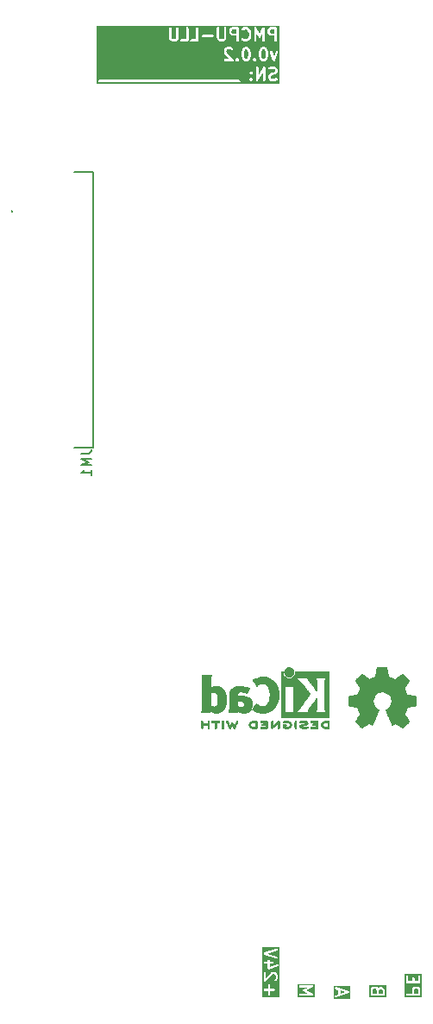
<source format=gbr>
%TF.GenerationSoftware,KiCad,Pcbnew,9.0.6*%
%TF.CreationDate,2025-12-07T15:18:36+03:00*%
%TF.ProjectId,PMCPU-LLU,504d4350-552d-44c4-9c55-2e6b69636164,rev?*%
%TF.SameCoordinates,Original*%
%TF.FileFunction,Legend,Bot*%
%TF.FilePolarity,Positive*%
%FSLAX46Y46*%
G04 Gerber Fmt 4.6, Leading zero omitted, Abs format (unit mm)*
G04 Created by KiCad (PCBNEW 9.0.6) date 2025-12-07 15:18:36*
%MOMM*%
%LPD*%
G01*
G04 APERTURE LIST*
%ADD10C,0.200000*%
%ADD11C,0.240000*%
%ADD12C,0.150000*%
%ADD13C,0.100000*%
%ADD14C,0.010000*%
G04 APERTURE END LIST*
D10*
G36*
X-5660970Y-46854136D02*
G01*
X-6101886Y-47001108D01*
X-6101886Y-46707164D01*
X-5660970Y-46854136D01*
G37*
G36*
X-5112195Y-47486684D02*
G01*
X-6777291Y-47486684D01*
X-6777291Y-46441629D01*
X-6643958Y-46441629D01*
X-6641192Y-46480549D01*
X-6623742Y-46515448D01*
X-6594266Y-46541013D01*
X-6576366Y-46549004D01*
X-6301886Y-46640497D01*
X-6301886Y-47067774D01*
X-6576366Y-47159268D01*
X-6594266Y-47167259D01*
X-6623742Y-47192824D01*
X-6641192Y-47227723D01*
X-6643958Y-47266643D01*
X-6631620Y-47303659D01*
X-6606055Y-47333135D01*
X-6571156Y-47350585D01*
X-6532236Y-47353351D01*
X-6513120Y-47349004D01*
X-5313120Y-46949004D01*
X-5295220Y-46941013D01*
X-5289820Y-46936328D01*
X-5283432Y-46933135D01*
X-5275219Y-46923665D01*
X-5265744Y-46915448D01*
X-5262550Y-46909058D01*
X-5257866Y-46903659D01*
X-5253901Y-46891761D01*
X-5248294Y-46880549D01*
X-5247788Y-46873421D01*
X-5245528Y-46866643D01*
X-5246417Y-46854136D01*
X-5245528Y-46841629D01*
X-5247788Y-46834850D01*
X-5248294Y-46827723D01*
X-5253901Y-46816510D01*
X-5257866Y-46804613D01*
X-5262550Y-46799213D01*
X-5265744Y-46792824D01*
X-5275219Y-46784606D01*
X-5283432Y-46775137D01*
X-5289820Y-46771943D01*
X-5295220Y-46767259D01*
X-5313120Y-46759268D01*
X-6513120Y-46359268D01*
X-6532236Y-46354921D01*
X-6571156Y-46357687D01*
X-6606055Y-46375137D01*
X-6631620Y-46404613D01*
X-6643958Y-46441629D01*
X-6777291Y-46441629D01*
X-6777291Y-46221588D01*
X-5112195Y-46221588D01*
X-5112195Y-47486684D01*
G37*
G36*
X-12055052Y-47314119D02*
G01*
X-13778076Y-47314119D01*
X-13778076Y-46606055D01*
X-13642822Y-46606055D01*
X-13642822Y-46645073D01*
X-13627890Y-46681121D01*
X-13600300Y-46708711D01*
X-13564252Y-46723643D01*
X-13544743Y-46725564D01*
X-13187600Y-46725564D01*
X-13187600Y-47082707D01*
X-13185679Y-47102216D01*
X-13170747Y-47138264D01*
X-13143157Y-47165854D01*
X-13107109Y-47180786D01*
X-13068091Y-47180786D01*
X-13032043Y-47165854D01*
X-13004453Y-47138264D01*
X-12989521Y-47102216D01*
X-12987600Y-47082707D01*
X-12987600Y-46725564D01*
X-12630458Y-46725564D01*
X-12610949Y-46723643D01*
X-12574901Y-46708711D01*
X-12547311Y-46681121D01*
X-12532379Y-46645073D01*
X-12532379Y-46606055D01*
X-12547311Y-46570007D01*
X-12574901Y-46542417D01*
X-12610949Y-46527485D01*
X-12630458Y-46525564D01*
X-12987600Y-46525564D01*
X-12987600Y-46168422D01*
X-12989521Y-46148913D01*
X-13004453Y-46112865D01*
X-13032043Y-46085275D01*
X-13068091Y-46070343D01*
X-13107109Y-46070343D01*
X-13143157Y-46085275D01*
X-13170747Y-46112865D01*
X-13185679Y-46148913D01*
X-13187600Y-46168422D01*
X-13187600Y-46525564D01*
X-13544743Y-46525564D01*
X-13564252Y-46527485D01*
X-13600300Y-46542417D01*
X-13627890Y-46570007D01*
X-13642822Y-46606055D01*
X-13778076Y-46606055D01*
X-13778076Y-44968422D01*
X-13644743Y-44968422D01*
X-13644743Y-45711279D01*
X-13642822Y-45730788D01*
X-13627890Y-45766836D01*
X-13600300Y-45794426D01*
X-13564252Y-45809358D01*
X-13525234Y-45809358D01*
X-13489186Y-45794426D01*
X-13474032Y-45781990D01*
X-12805010Y-45112967D01*
X-12671373Y-45068422D01*
X-12596922Y-45068422D01*
X-12518266Y-45107750D01*
X-12484073Y-45141942D01*
X-12444743Y-45220599D01*
X-12444743Y-45459101D01*
X-12484073Y-45537758D01*
X-12529740Y-45583425D01*
X-12542176Y-45598579D01*
X-12557108Y-45634627D01*
X-12557108Y-45673645D01*
X-12542176Y-45709693D01*
X-12514586Y-45737283D01*
X-12478538Y-45752215D01*
X-12439520Y-45752215D01*
X-12403472Y-45737283D01*
X-12388318Y-45724847D01*
X-12331176Y-45667704D01*
X-12324884Y-45660037D01*
X-12322886Y-45658305D01*
X-12320992Y-45655295D01*
X-12318739Y-45652551D01*
X-12317729Y-45650112D01*
X-12312443Y-45641715D01*
X-12255300Y-45527429D01*
X-12248294Y-45509121D01*
X-12248040Y-45505537D01*
X-12246664Y-45502217D01*
X-12244743Y-45482708D01*
X-12244743Y-45196993D01*
X-12246664Y-45177484D01*
X-12248040Y-45174163D01*
X-12248294Y-45170580D01*
X-12255300Y-45152272D01*
X-12312443Y-45037986D01*
X-12317729Y-45029588D01*
X-12318739Y-45027150D01*
X-12320992Y-45024405D01*
X-12322886Y-45021396D01*
X-12324884Y-45019663D01*
X-12331176Y-45011997D01*
X-12388318Y-44954854D01*
X-12395985Y-44948562D01*
X-12397717Y-44946565D01*
X-12400729Y-44944669D01*
X-12403472Y-44942418D01*
X-12405909Y-44941408D01*
X-12414307Y-44936122D01*
X-12528594Y-44878979D01*
X-12546902Y-44871973D01*
X-12550486Y-44871718D01*
X-12553806Y-44870343D01*
X-12573315Y-44868422D01*
X-12687600Y-44868422D01*
X-12697474Y-44869394D01*
X-12700107Y-44869207D01*
X-12703571Y-44869994D01*
X-12707109Y-44870343D01*
X-12709552Y-44871354D01*
X-12719223Y-44873554D01*
X-12890652Y-44930697D01*
X-12908552Y-44938688D01*
X-12911268Y-44941043D01*
X-12914586Y-44942418D01*
X-12929740Y-44954854D01*
X-13444743Y-45469857D01*
X-13444743Y-44968422D01*
X-13446664Y-44948913D01*
X-13461596Y-44912865D01*
X-13489186Y-44885275D01*
X-13525234Y-44870343D01*
X-13564252Y-44870343D01*
X-13600300Y-44885275D01*
X-13627890Y-44912865D01*
X-13642822Y-44948913D01*
X-13644743Y-44968422D01*
X-13778076Y-44968422D01*
X-13778076Y-43920342D01*
X-13642822Y-43920342D01*
X-13642822Y-43959360D01*
X-13627890Y-43995408D01*
X-13600300Y-44022998D01*
X-13564252Y-44037930D01*
X-13544743Y-44039851D01*
X-13244743Y-44039851D01*
X-13244743Y-44511279D01*
X-13243771Y-44521152D01*
X-13243958Y-44523786D01*
X-13243325Y-44525687D01*
X-13242822Y-44530788D01*
X-13236690Y-44545592D01*
X-13231620Y-44560802D01*
X-13229265Y-44563517D01*
X-13227890Y-44566836D01*
X-13216560Y-44578166D01*
X-13206055Y-44590278D01*
X-13202841Y-44591885D01*
X-13200300Y-44594426D01*
X-13185492Y-44600560D01*
X-13171156Y-44607728D01*
X-13167573Y-44607982D01*
X-13164252Y-44609358D01*
X-13148220Y-44609358D01*
X-13132236Y-44610494D01*
X-13127240Y-44609358D01*
X-13125234Y-44609358D01*
X-13122792Y-44608346D01*
X-13113120Y-44606147D01*
X-12255977Y-44320433D01*
X-12238077Y-44312442D01*
X-12208601Y-44286877D01*
X-12191151Y-44251978D01*
X-12188385Y-44213058D01*
X-12200723Y-44176042D01*
X-12226288Y-44146566D01*
X-12261187Y-44129116D01*
X-12300107Y-44126350D01*
X-12319223Y-44130697D01*
X-13044743Y-44372536D01*
X-13044743Y-44039851D01*
X-12744743Y-44039851D01*
X-12725234Y-44037930D01*
X-12689186Y-44022998D01*
X-12661596Y-43995408D01*
X-12646664Y-43959360D01*
X-12646664Y-43920342D01*
X-12661596Y-43884294D01*
X-12689186Y-43856704D01*
X-12725234Y-43841772D01*
X-12744743Y-43839851D01*
X-13044743Y-43839851D01*
X-13044743Y-43768422D01*
X-13046664Y-43748913D01*
X-13061596Y-43712865D01*
X-13089186Y-43685275D01*
X-13125234Y-43670343D01*
X-13164252Y-43670343D01*
X-13200300Y-43685275D01*
X-13227890Y-43712865D01*
X-13242822Y-43748913D01*
X-13244743Y-43768422D01*
X-13244743Y-43839851D01*
X-13544743Y-43839851D01*
X-13564252Y-43841772D01*
X-13600300Y-43856704D01*
X-13627890Y-43884294D01*
X-13642822Y-43920342D01*
X-13778076Y-43920342D01*
X-13778076Y-43070201D01*
X-13643958Y-43070201D01*
X-13643070Y-43082708D01*
X-13643958Y-43095215D01*
X-13641699Y-43101993D01*
X-13641192Y-43109121D01*
X-13635586Y-43120333D01*
X-13631620Y-43132231D01*
X-13626937Y-43137630D01*
X-13623742Y-43144020D01*
X-13614271Y-43152235D01*
X-13606055Y-43161707D01*
X-13599666Y-43164901D01*
X-13594266Y-43169585D01*
X-13576366Y-43177576D01*
X-12376366Y-43577576D01*
X-12357251Y-43581923D01*
X-12318330Y-43579157D01*
X-12283432Y-43561707D01*
X-12257866Y-43532231D01*
X-12245528Y-43495215D01*
X-12248294Y-43456295D01*
X-12265744Y-43421396D01*
X-12295220Y-43395831D01*
X-12313120Y-43387840D01*
X-13228516Y-43082708D01*
X-12313120Y-42777576D01*
X-12295220Y-42769585D01*
X-12265744Y-42744020D01*
X-12248294Y-42709121D01*
X-12245528Y-42670201D01*
X-12257866Y-42633185D01*
X-12283432Y-42603709D01*
X-12318330Y-42586259D01*
X-12357251Y-42583493D01*
X-12376366Y-42587840D01*
X-13576366Y-42987840D01*
X-13594266Y-42995831D01*
X-13599666Y-43000514D01*
X-13606055Y-43003709D01*
X-13614271Y-43013180D01*
X-13623742Y-43021396D01*
X-13626937Y-43027785D01*
X-13631620Y-43033185D01*
X-13635586Y-43045082D01*
X-13641192Y-43056295D01*
X-13641699Y-43063422D01*
X-13643958Y-43070201D01*
X-13778076Y-43070201D01*
X-13778076Y-42450160D01*
X-12055052Y-42450160D01*
X-12055052Y-47314119D01*
G37*
G36*
X1481734Y-46536321D02*
G01*
X1515927Y-46570513D01*
X1555257Y-46649170D01*
X1555257Y-46982707D01*
X1126685Y-46982707D01*
X1126685Y-46649172D01*
X1166013Y-46570515D01*
X1200206Y-46536321D01*
X1278865Y-46496993D01*
X1403078Y-46496993D01*
X1481734Y-46536321D01*
G37*
G36*
X1888590Y-47316040D02*
G01*
X221924Y-47316040D01*
X221924Y-47063198D01*
X357178Y-47063198D01*
X357178Y-47102216D01*
X372110Y-47138264D01*
X399700Y-47165854D01*
X435748Y-47180786D01*
X455257Y-47182707D01*
X1655257Y-47182707D01*
X1674766Y-47180786D01*
X1710814Y-47165854D01*
X1738404Y-47138264D01*
X1753336Y-47102216D01*
X1755257Y-47082707D01*
X1755257Y-46625564D01*
X1753336Y-46606055D01*
X1751960Y-46602734D01*
X1751706Y-46599151D01*
X1744700Y-46580843D01*
X1687557Y-46466557D01*
X1682271Y-46458159D01*
X1681261Y-46455721D01*
X1679008Y-46452976D01*
X1677114Y-46449967D01*
X1675116Y-46448234D01*
X1668824Y-46440568D01*
X1611682Y-46383425D01*
X1604015Y-46377133D01*
X1602283Y-46375136D01*
X1599271Y-46373240D01*
X1596528Y-46370989D01*
X1594091Y-46369979D01*
X1585693Y-46364693D01*
X1471406Y-46307550D01*
X1453098Y-46300544D01*
X1449514Y-46300289D01*
X1446194Y-46298914D01*
X1426685Y-46296993D01*
X1255257Y-46296993D01*
X1235748Y-46298914D01*
X1232427Y-46300289D01*
X1228844Y-46300544D01*
X1210536Y-46307550D01*
X1096250Y-46364693D01*
X1087853Y-46369978D01*
X1085413Y-46370989D01*
X1082667Y-46373242D01*
X1079659Y-46375136D01*
X1077926Y-46377133D01*
X1070260Y-46383426D01*
X1013117Y-46440568D01*
X1006825Y-46448234D01*
X1004828Y-46449967D01*
X1002932Y-46452978D01*
X1000681Y-46455722D01*
X999670Y-46458160D01*
X994386Y-46466557D01*
X937242Y-46580842D01*
X930236Y-46599151D01*
X929981Y-46602734D01*
X928606Y-46606055D01*
X926685Y-46625564D01*
X926685Y-46982707D01*
X455257Y-46982707D01*
X435748Y-46984628D01*
X399700Y-46999560D01*
X372110Y-47027150D01*
X357178Y-47063198D01*
X221924Y-47063198D01*
X221924Y-45311279D01*
X355257Y-45311279D01*
X355257Y-45882707D01*
X357178Y-45902216D01*
X372110Y-45938264D01*
X399700Y-45965854D01*
X435748Y-45980786D01*
X455257Y-45982707D01*
X1655257Y-45982707D01*
X1674766Y-45980786D01*
X1710814Y-45965854D01*
X1738404Y-45938264D01*
X1753336Y-45902216D01*
X1755257Y-45882707D01*
X1755257Y-45311279D01*
X1753336Y-45291770D01*
X1738404Y-45255722D01*
X1710814Y-45228132D01*
X1674766Y-45213200D01*
X1635748Y-45213200D01*
X1599700Y-45228132D01*
X1572110Y-45255722D01*
X1557178Y-45291770D01*
X1555257Y-45311279D01*
X1555257Y-45782707D01*
X1183828Y-45782707D01*
X1183828Y-45482707D01*
X1181907Y-45463198D01*
X1166975Y-45427150D01*
X1139385Y-45399560D01*
X1103337Y-45384628D01*
X1064319Y-45384628D01*
X1028271Y-45399560D01*
X1000681Y-45427150D01*
X985749Y-45463198D01*
X983828Y-45482707D01*
X983828Y-45782707D01*
X555257Y-45782707D01*
X555257Y-45311279D01*
X553336Y-45291770D01*
X538404Y-45255722D01*
X510814Y-45228132D01*
X474766Y-45213200D01*
X435748Y-45213200D01*
X399700Y-45228132D01*
X372110Y-45255722D01*
X357178Y-45291770D01*
X355257Y-45311279D01*
X221924Y-45311279D01*
X221924Y-45079867D01*
X1888590Y-45079867D01*
X1888590Y-47316040D01*
G37*
D11*
G36*
X-15257551Y45501574D02*
G01*
X-15227947Y45471970D01*
X-15185403Y45386882D01*
X-15135038Y45185422D01*
X-15135038Y44929253D01*
X-15185403Y44727793D01*
X-15227947Y44642705D01*
X-15257549Y44613104D01*
X-15329081Y44577338D01*
X-15386709Y44577338D01*
X-15458241Y44613104D01*
X-15487845Y44642708D01*
X-15530387Y44727793D01*
X-15580752Y44929253D01*
X-15580752Y45185423D01*
X-15530387Y45386883D01*
X-15487845Y45471968D01*
X-15458240Y45501574D01*
X-15386710Y45537338D01*
X-15329080Y45537338D01*
X-15257551Y45501574D01*
G37*
G36*
X-13543265Y45501574D02*
G01*
X-13513661Y45471970D01*
X-13471117Y45386882D01*
X-13420752Y45185422D01*
X-13420752Y44929253D01*
X-13471117Y44727793D01*
X-13513661Y44642705D01*
X-13543263Y44613104D01*
X-13614795Y44577338D01*
X-13672423Y44577338D01*
X-13743955Y44613104D01*
X-13773559Y44642708D01*
X-13816101Y44727793D01*
X-13866466Y44929253D01*
X-13866466Y45185423D01*
X-13816101Y45386883D01*
X-13773559Y45471968D01*
X-13743954Y45501574D01*
X-13672424Y45537338D01*
X-13614794Y45537338D01*
X-13543265Y45501574D01*
G37*
G36*
X-16335038Y47080698D02*
G01*
X-16643853Y47080698D01*
X-16715382Y47116463D01*
X-16744988Y47146069D01*
X-16780752Y47217598D01*
X-16780752Y47332371D01*
X-16744988Y47403900D01*
X-16715382Y47433506D01*
X-16643853Y47469270D01*
X-16335038Y47469270D01*
X-16335038Y47080698D01*
G37*
G36*
X-12563609Y47080698D02*
G01*
X-12872424Y47080698D01*
X-12943953Y47116463D01*
X-12973559Y47146069D01*
X-13009323Y47217598D01*
X-13009323Y47332371D01*
X-12973559Y47403900D01*
X-12943953Y47433506D01*
X-12872424Y47469270D01*
X-12563609Y47469270D01*
X-12563609Y47080698D01*
G37*
G36*
X-12077278Y42157787D02*
G01*
X-30008926Y42157787D01*
X-30008926Y42434531D01*
X-29875593Y42434531D01*
X-29875593Y42387709D01*
X-29857675Y42344452D01*
X-29824567Y42311344D01*
X-29781310Y42293426D01*
X-29757899Y42291120D01*
X-28843613Y42291120D01*
X-27929327Y42291120D01*
X-27015041Y42291120D01*
X-26100755Y42291120D01*
X-25186469Y42291120D01*
X-24272183Y42291120D01*
X-23357897Y42291120D01*
X-22443611Y42291120D01*
X-21529325Y42291120D01*
X-20615039Y42291120D01*
X-19700753Y42291120D01*
X-18786467Y42291120D01*
X-17872181Y42291120D01*
X-16957895Y42291120D01*
X-16043609Y42291120D01*
X-16020198Y42293426D01*
X-15976941Y42311344D01*
X-15943833Y42344452D01*
X-15925915Y42387709D01*
X-15925915Y42434531D01*
X-15943833Y42477788D01*
X-15976941Y42510896D01*
X-16020198Y42528814D01*
X-16043609Y42531120D01*
X-16957895Y42531120D01*
X-17872181Y42531120D01*
X-18786467Y42531120D01*
X-19700753Y42531120D01*
X-20615039Y42531120D01*
X-21529325Y42531120D01*
X-22443611Y42531120D01*
X-23357897Y42531120D01*
X-24272183Y42531120D01*
X-25186469Y42531120D01*
X-26100755Y42531120D01*
X-27015041Y42531120D01*
X-27929327Y42531120D01*
X-28843613Y42531120D01*
X-29757899Y42531120D01*
X-29781310Y42528814D01*
X-29824567Y42510896D01*
X-29857675Y42477788D01*
X-29875593Y42434531D01*
X-30008926Y42434531D01*
X-30008926Y42605959D01*
X-15018446Y42605959D01*
X-15018446Y42559137D01*
X-15014171Y42548817D01*
X-15000528Y42515879D01*
X-14985604Y42497694D01*
X-14928461Y42440552D01*
X-14910282Y42425634D01*
X-14910278Y42425630D01*
X-14910277Y42425630D01*
X-14910276Y42425629D01*
X-14899474Y42421155D01*
X-14867020Y42407712D01*
X-14867019Y42407712D01*
X-14820199Y42407712D01*
X-14820197Y42407712D01*
X-14776940Y42425630D01*
X-14776937Y42425634D01*
X-14758757Y42440552D01*
X-14701614Y42497695D01*
X-14686690Y42515879D01*
X-14668772Y42559136D01*
X-14668772Y42605958D01*
X-14686689Y42649215D01*
X-14686691Y42649217D01*
X-14701613Y42667401D01*
X-14758756Y42724544D01*
X-14776941Y42739467D01*
X-14820198Y42757385D01*
X-14867020Y42757385D01*
X-14910277Y42739467D01*
X-14928462Y42724544D01*
X-14985605Y42667401D01*
X-15000528Y42649217D01*
X-15000529Y42649215D01*
X-15004657Y42639248D01*
X-15018446Y42605959D01*
X-30008926Y42605959D01*
X-30008926Y43234531D01*
X-15018446Y43234531D01*
X-15018446Y43187709D01*
X-15000528Y43144452D01*
X-14985605Y43126267D01*
X-14928462Y43069124D01*
X-14910277Y43054201D01*
X-14867020Y43036283D01*
X-14820198Y43036283D01*
X-14776941Y43054201D01*
X-14758756Y43069124D01*
X-14701613Y43126267D01*
X-14686690Y43144452D01*
X-14668773Y43187709D01*
X-14668773Y43234531D01*
X-14686690Y43277788D01*
X-14701613Y43295973D01*
X-14758756Y43353116D01*
X-14776941Y43368039D01*
X-14820198Y43385957D01*
X-14867020Y43385957D01*
X-14910277Y43368039D01*
X-14928462Y43353116D01*
X-14985605Y43295973D01*
X-15000528Y43277788D01*
X-15018446Y43234531D01*
X-30008926Y43234531D01*
X-30008926Y43725406D01*
X-14392180Y43725406D01*
X-14392180Y42525406D01*
X-14391587Y42519381D01*
X-14391886Y42517025D01*
X-14391054Y42513974D01*
X-14389874Y42501995D01*
X-14383766Y42487248D01*
X-14379567Y42471853D01*
X-14374884Y42465805D01*
X-14371956Y42458738D01*
X-14360673Y42447455D01*
X-14350899Y42434834D01*
X-14344257Y42431039D01*
X-14338848Y42425630D01*
X-14324104Y42419523D01*
X-14310246Y42411604D01*
X-14302659Y42410640D01*
X-14295591Y42407712D01*
X-14279627Y42407712D01*
X-14263799Y42405700D01*
X-14256421Y42407712D01*
X-14248769Y42407712D01*
X-14234022Y42413821D01*
X-14218627Y42418019D01*
X-14212579Y42422703D01*
X-14205512Y42425630D01*
X-14194229Y42436914D01*
X-14181608Y42446687D01*
X-14174642Y42456501D01*
X-14172404Y42458738D01*
X-14171495Y42460934D01*
X-14167991Y42465869D01*
X-13706466Y43273539D01*
X-13706466Y42525406D01*
X-13704160Y42501995D01*
X-13686242Y42458738D01*
X-13653134Y42425630D01*
X-13609877Y42407712D01*
X-13563055Y42407712D01*
X-13519798Y42425630D01*
X-13486690Y42458738D01*
X-13468772Y42501995D01*
X-13466466Y42525406D01*
X-13466466Y42868263D01*
X-13192180Y42868263D01*
X-13192180Y42753977D01*
X-13189874Y42730566D01*
X-13188224Y42726582D01*
X-13187918Y42722282D01*
X-13179511Y42700311D01*
X-13122368Y42586025D01*
X-13116025Y42575949D01*
X-13114813Y42573023D01*
X-13112110Y42569729D01*
X-13109836Y42566117D01*
X-13107442Y42564041D01*
X-13099890Y42554838D01*
X-13042747Y42497695D01*
X-13033542Y42490141D01*
X-13031467Y42487749D01*
X-13027860Y42485479D01*
X-13024562Y42482772D01*
X-13021635Y42481560D01*
X-13011559Y42475217D01*
X-12897275Y42418075D01*
X-12875304Y42409668D01*
X-12871005Y42409363D01*
X-12867020Y42407712D01*
X-12843609Y42405406D01*
X-12557894Y42405406D01*
X-12546049Y42406573D01*
X-12542886Y42406348D01*
X-12538725Y42407295D01*
X-12534483Y42407712D01*
X-12531557Y42408925D01*
X-12519947Y42411564D01*
X-12348519Y42468706D01*
X-12327038Y42478297D01*
X-12291667Y42508974D01*
X-12270728Y42550853D01*
X-12267408Y42597556D01*
X-12282214Y42641975D01*
X-12312892Y42677347D01*
X-12354770Y42698286D01*
X-12401474Y42701606D01*
X-12424413Y42696390D01*
X-12577367Y42645406D01*
X-12815281Y42645406D01*
X-12886810Y42681170D01*
X-12916416Y42710776D01*
X-12952180Y42782305D01*
X-12952180Y42839935D01*
X-12916416Y42911464D01*
X-12886810Y42941070D01*
X-12801725Y42983613D01*
X-12585932Y43037560D01*
X-12584203Y43038178D01*
X-12583342Y43038239D01*
X-12573617Y43041961D01*
X-12563780Y43045475D01*
X-12563085Y43045991D01*
X-12561371Y43046646D01*
X-12447086Y43103789D01*
X-12437010Y43110133D01*
X-12434084Y43111344D01*
X-12430790Y43114048D01*
X-12427178Y43116321D01*
X-12425102Y43118716D01*
X-12415899Y43126267D01*
X-12358756Y43183410D01*
X-12351205Y43192613D01*
X-12348810Y43194689D01*
X-12346537Y43198301D01*
X-12343833Y43201595D01*
X-12342622Y43204520D01*
X-12336278Y43214597D01*
X-12279135Y43328882D01*
X-12270728Y43350853D01*
X-12270423Y43355153D01*
X-12268772Y43359137D01*
X-12266466Y43382548D01*
X-12266466Y43496834D01*
X-12268772Y43520245D01*
X-12270422Y43524227D01*
X-12270727Y43528529D01*
X-12279135Y43550499D01*
X-12336278Y43664786D01*
X-12342622Y43674864D01*
X-12343833Y43677788D01*
X-12346537Y43681083D01*
X-12348810Y43684694D01*
X-12351205Y43686771D01*
X-12358756Y43695973D01*
X-12415899Y43753116D01*
X-12425102Y43760668D01*
X-12427178Y43763062D01*
X-12430790Y43765336D01*
X-12434084Y43768039D01*
X-12437010Y43769251D01*
X-12447086Y43775594D01*
X-12561371Y43832737D01*
X-12583342Y43841144D01*
X-12587642Y43841450D01*
X-12591626Y43843100D01*
X-12615037Y43845406D01*
X-12900752Y43845406D01*
X-12912604Y43844239D01*
X-12915761Y43844463D01*
X-12919917Y43843519D01*
X-12924163Y43843100D01*
X-12927091Y43841888D01*
X-12938700Y43839248D01*
X-13110128Y43782105D01*
X-13131608Y43772514D01*
X-13166979Y43741836D01*
X-13187918Y43699958D01*
X-13191238Y43653254D01*
X-13176431Y43608835D01*
X-13145753Y43573464D01*
X-13103875Y43552525D01*
X-13057171Y43549205D01*
X-13034232Y43554421D01*
X-12881279Y43605406D01*
X-12643365Y43605406D01*
X-12571837Y43569642D01*
X-12542231Y43540036D01*
X-12506466Y43468506D01*
X-12506466Y43410877D01*
X-12542231Y43339348D01*
X-12571837Y43309742D01*
X-12656922Y43267199D01*
X-12872713Y43213251D01*
X-12874442Y43212634D01*
X-12875304Y43212572D01*
X-12885036Y43208849D01*
X-12894866Y43205336D01*
X-12895562Y43204821D01*
X-12897275Y43204165D01*
X-13011560Y43147022D01*
X-13021638Y43140679D01*
X-13024562Y43139467D01*
X-13027857Y43136764D01*
X-13031468Y43134490D01*
X-13033545Y43132096D01*
X-13042747Y43124544D01*
X-13099890Y43067401D01*
X-13107442Y43058199D01*
X-13109836Y43056122D01*
X-13112110Y43052511D01*
X-13114813Y43049216D01*
X-13116025Y43046291D01*
X-13122368Y43036214D01*
X-13179511Y42921929D01*
X-13187918Y42899958D01*
X-13188224Y42895659D01*
X-13189874Y42891674D01*
X-13192180Y42868263D01*
X-13466466Y42868263D01*
X-13466466Y43725406D01*
X-13467060Y43731432D01*
X-13466760Y43733787D01*
X-13467593Y43736839D01*
X-13468772Y43748817D01*
X-13474881Y43763565D01*
X-13479079Y43778959D01*
X-13483763Y43785008D01*
X-13486690Y43792074D01*
X-13497974Y43803358D01*
X-13507747Y43815978D01*
X-13514390Y43819774D01*
X-13519798Y43825182D01*
X-13534543Y43831290D01*
X-13548400Y43839208D01*
X-13555988Y43840173D01*
X-13563055Y43843100D01*
X-13579019Y43843100D01*
X-13594847Y43845112D01*
X-13602225Y43843100D01*
X-13609877Y43843100D01*
X-13624625Y43836992D01*
X-13640019Y43832793D01*
X-13646068Y43828110D01*
X-13653134Y43825182D01*
X-13664418Y43813899D01*
X-13677038Y43804125D01*
X-13684004Y43794313D01*
X-13686242Y43792074D01*
X-13687153Y43789877D01*
X-13690655Y43784942D01*
X-14152180Y42977274D01*
X-14152180Y43725406D01*
X-14154486Y43748817D01*
X-14172404Y43792074D01*
X-14205512Y43825182D01*
X-14248769Y43843100D01*
X-14295591Y43843100D01*
X-14338848Y43825182D01*
X-14371956Y43792074D01*
X-14389874Y43748817D01*
X-14392180Y43725406D01*
X-30008926Y43725406D01*
X-30008926Y45428766D01*
X-17535038Y45428766D01*
X-17535038Y45314480D01*
X-17533872Y45302634D01*
X-17534096Y45299471D01*
X-17533150Y45295310D01*
X-17532732Y45291069D01*
X-17531521Y45288145D01*
X-17528880Y45276532D01*
X-17471737Y45105105D01*
X-17462146Y45083624D01*
X-17459321Y45080367D01*
X-17457671Y45076384D01*
X-17442748Y45058199D01*
X-16961887Y44577338D01*
X-17415038Y44577338D01*
X-17438449Y44575032D01*
X-17481706Y44557114D01*
X-17514814Y44524006D01*
X-17532732Y44480749D01*
X-17532732Y44433927D01*
X-17514814Y44390670D01*
X-17481706Y44357562D01*
X-17438449Y44339644D01*
X-17415038Y44337338D01*
X-16672181Y44337338D01*
X-16648770Y44339644D01*
X-16605513Y44357562D01*
X-16572405Y44390670D01*
X-16554487Y44433927D01*
X-16554487Y44480749D01*
X-16572405Y44524006D01*
X-16572406Y44524007D01*
X-16583799Y44537891D01*
X-16389875Y44537891D01*
X-16389875Y44491069D01*
X-16382120Y44472347D01*
X-16371957Y44447811D01*
X-16357033Y44429626D01*
X-16299890Y44372484D01*
X-16281711Y44357566D01*
X-16281707Y44357562D01*
X-16281706Y44357562D01*
X-16281705Y44357561D01*
X-16263465Y44350006D01*
X-16238449Y44339644D01*
X-16238448Y44339644D01*
X-16191628Y44339644D01*
X-16191626Y44339644D01*
X-16148369Y44357562D01*
X-16148366Y44357566D01*
X-16130186Y44372484D01*
X-16073043Y44429627D01*
X-16058119Y44447811D01*
X-16040201Y44491068D01*
X-16040201Y44537890D01*
X-16058118Y44581147D01*
X-16058120Y44581149D01*
X-16073042Y44599333D01*
X-16130185Y44656476D01*
X-16148370Y44671399D01*
X-16191627Y44689317D01*
X-16238449Y44689317D01*
X-16281704Y44671400D01*
X-16281706Y44671399D01*
X-16299891Y44656476D01*
X-16357034Y44599333D01*
X-16371957Y44581149D01*
X-16371958Y44581147D01*
X-16378211Y44566051D01*
X-16389875Y44537891D01*
X-16583799Y44537891D01*
X-16587328Y44542191D01*
X-17245332Y45200195D01*
X-15820752Y45200195D01*
X-15820752Y44914480D01*
X-15820350Y44910396D01*
X-15820610Y44908647D01*
X-15819315Y44899885D01*
X-15818446Y44891069D01*
X-15817770Y44889436D01*
X-15817169Y44885376D01*
X-15760026Y44656804D01*
X-15759409Y44655075D01*
X-15759347Y44654214D01*
X-15755626Y44644489D01*
X-15752111Y44634652D01*
X-15751596Y44633957D01*
X-15750940Y44632243D01*
X-15693797Y44517957D01*
X-15687456Y44507883D01*
X-15686243Y44504956D01*
X-15683538Y44501660D01*
X-15681265Y44498049D01*
X-15678872Y44495974D01*
X-15671320Y44486771D01*
X-15614177Y44429628D01*
X-15604975Y44422075D01*
X-15602897Y44419680D01*
X-15599288Y44417408D01*
X-15595993Y44414704D01*
X-15593067Y44413492D01*
X-15582989Y44407148D01*
X-15468703Y44350006D01*
X-15446732Y44341599D01*
X-15442432Y44341294D01*
X-15438449Y44339644D01*
X-15415038Y44337338D01*
X-15300752Y44337338D01*
X-15277341Y44339644D01*
X-15273359Y44341294D01*
X-15269058Y44341599D01*
X-15247087Y44350006D01*
X-15132801Y44407148D01*
X-15122724Y44413493D01*
X-15119797Y44414704D01*
X-15116502Y44417409D01*
X-15112893Y44419680D01*
X-15110818Y44422074D01*
X-15101612Y44429628D01*
X-15044470Y44486771D01*
X-15036919Y44495974D01*
X-15034525Y44498049D01*
X-15032253Y44501660D01*
X-15029547Y44504956D01*
X-15028335Y44507883D01*
X-15021993Y44517957D01*
X-15012026Y44537891D01*
X-14675589Y44537891D01*
X-14675589Y44491069D01*
X-14667834Y44472347D01*
X-14657671Y44447811D01*
X-14642747Y44429626D01*
X-14585604Y44372484D01*
X-14567425Y44357566D01*
X-14567421Y44357562D01*
X-14567420Y44357562D01*
X-14567419Y44357561D01*
X-14549179Y44350006D01*
X-14524163Y44339644D01*
X-14524162Y44339644D01*
X-14477342Y44339644D01*
X-14477340Y44339644D01*
X-14434083Y44357562D01*
X-14434080Y44357566D01*
X-14415900Y44372484D01*
X-14358757Y44429627D01*
X-14343833Y44447811D01*
X-14325915Y44491068D01*
X-14325915Y44537890D01*
X-14343832Y44581147D01*
X-14343834Y44581149D01*
X-14358756Y44599333D01*
X-14415899Y44656476D01*
X-14434084Y44671399D01*
X-14477341Y44689317D01*
X-14524163Y44689317D01*
X-14567418Y44671400D01*
X-14567420Y44671399D01*
X-14585605Y44656476D01*
X-14642748Y44599333D01*
X-14657671Y44581149D01*
X-14657672Y44581147D01*
X-14663925Y44566051D01*
X-14675589Y44537891D01*
X-15012026Y44537891D01*
X-14964850Y44632244D01*
X-14964195Y44633956D01*
X-14963679Y44634652D01*
X-14960173Y44644467D01*
X-14956442Y44654214D01*
X-14956381Y44655080D01*
X-14955764Y44656805D01*
X-14898621Y44885376D01*
X-14898021Y44889436D01*
X-14897344Y44891069D01*
X-14896476Y44899885D01*
X-14895180Y44908647D01*
X-14895441Y44910396D01*
X-14895038Y44914480D01*
X-14895038Y45200195D01*
X-14106466Y45200195D01*
X-14106466Y44914480D01*
X-14106064Y44910396D01*
X-14106324Y44908647D01*
X-14105029Y44899885D01*
X-14104160Y44891069D01*
X-14103484Y44889436D01*
X-14102883Y44885376D01*
X-14045740Y44656804D01*
X-14045123Y44655075D01*
X-14045061Y44654214D01*
X-14041340Y44644489D01*
X-14037825Y44634652D01*
X-14037310Y44633957D01*
X-14036654Y44632243D01*
X-13979511Y44517957D01*
X-13973170Y44507883D01*
X-13971957Y44504956D01*
X-13969252Y44501660D01*
X-13966979Y44498049D01*
X-13964586Y44495974D01*
X-13957034Y44486771D01*
X-13899891Y44429628D01*
X-13890689Y44422075D01*
X-13888611Y44419680D01*
X-13885002Y44417408D01*
X-13881707Y44414704D01*
X-13878781Y44413492D01*
X-13868703Y44407148D01*
X-13754417Y44350006D01*
X-13732446Y44341599D01*
X-13728146Y44341294D01*
X-13724163Y44339644D01*
X-13700752Y44337338D01*
X-13586466Y44337338D01*
X-13563055Y44339644D01*
X-13559073Y44341294D01*
X-13554772Y44341599D01*
X-13532801Y44350006D01*
X-13418515Y44407148D01*
X-13408438Y44413493D01*
X-13405511Y44414704D01*
X-13402216Y44417409D01*
X-13398607Y44419680D01*
X-13396532Y44422074D01*
X-13387326Y44429628D01*
X-13330184Y44486771D01*
X-13322633Y44495974D01*
X-13320239Y44498049D01*
X-13317967Y44501660D01*
X-13315261Y44504956D01*
X-13314049Y44507883D01*
X-13307707Y44517957D01*
X-13250564Y44632244D01*
X-13249909Y44633956D01*
X-13249393Y44634652D01*
X-13245887Y44644467D01*
X-13242156Y44654214D01*
X-13242095Y44655080D01*
X-13241478Y44656805D01*
X-13184335Y44885376D01*
X-13183735Y44889436D01*
X-13183058Y44891069D01*
X-13182190Y44899885D01*
X-13180894Y44908647D01*
X-13181155Y44910396D01*
X-13180752Y44914480D01*
X-13180752Y45200195D01*
X-13181155Y45204280D01*
X-13180894Y45206028D01*
X-13182190Y45214791D01*
X-13183058Y45223606D01*
X-13183735Y45225240D01*
X-13184335Y45229299D01*
X-13186960Y45239800D01*
X-13019463Y45239800D01*
X-13013761Y45216978D01*
X-12728046Y44416977D01*
X-12718000Y44395706D01*
X-12713957Y44391240D01*
X-12711379Y44385798D01*
X-12698365Y44374017D01*
X-12686577Y44360995D01*
X-12681134Y44358417D01*
X-12676669Y44354375D01*
X-12660134Y44348470D01*
X-12644263Y44340952D01*
X-12638248Y44340653D01*
X-12632575Y44338627D01*
X-12615037Y44339499D01*
X-12597499Y44338627D01*
X-12591827Y44340653D01*
X-12585811Y44340952D01*
X-12569944Y44348469D01*
X-12553405Y44354375D01*
X-12548939Y44358419D01*
X-12543497Y44360996D01*
X-12531713Y44374014D01*
X-12518695Y44385798D01*
X-12516118Y44391240D01*
X-12512074Y44395706D01*
X-12502028Y44416978D01*
X-12216314Y45216978D01*
X-12210611Y45239801D01*
X-12212937Y45286564D01*
X-12232981Y45328879D01*
X-12267691Y45360302D01*
X-12311785Y45376050D01*
X-12358549Y45373725D01*
X-12400863Y45353681D01*
X-12432286Y45318970D01*
X-12442332Y45297699D01*
X-12615038Y44814124D01*
X-12787743Y45297698D01*
X-12797789Y45318970D01*
X-12829212Y45353680D01*
X-12871526Y45373724D01*
X-12918290Y45376049D01*
X-12962384Y45360301D01*
X-12997094Y45328878D01*
X-13017138Y45286564D01*
X-13019463Y45239800D01*
X-13186960Y45239800D01*
X-13241478Y45457870D01*
X-13242095Y45459596D01*
X-13242156Y45460461D01*
X-13245887Y45470209D01*
X-13249393Y45480023D01*
X-13249909Y45480720D01*
X-13250564Y45482431D01*
X-13307707Y45596718D01*
X-13314049Y45606793D01*
X-13315261Y45609719D01*
X-13317967Y45613016D01*
X-13320239Y45616626D01*
X-13322633Y45618702D01*
X-13330184Y45627904D01*
X-13387326Y45685047D01*
X-13396531Y45692602D01*
X-13398606Y45694994D01*
X-13402214Y45697266D01*
X-13405511Y45699971D01*
X-13408439Y45701184D01*
X-13418514Y45707526D01*
X-13532800Y45764669D01*
X-13554771Y45773076D01*
X-13559071Y45773382D01*
X-13563055Y45775032D01*
X-13586466Y45777338D01*
X-13700752Y45777338D01*
X-13724163Y45775032D01*
X-13728145Y45773383D01*
X-13732447Y45773077D01*
X-13754417Y45764669D01*
X-13868704Y45707526D01*
X-13878779Y45701184D01*
X-13881707Y45699971D01*
X-13885004Y45697266D01*
X-13888612Y45694994D01*
X-13890689Y45692600D01*
X-13899891Y45685047D01*
X-13957034Y45627904D01*
X-13964586Y45618702D01*
X-13966979Y45616626D01*
X-13969252Y45613016D01*
X-13971957Y45609719D01*
X-13973170Y45606793D01*
X-13979511Y45596718D01*
X-14036654Y45482432D01*
X-14037310Y45480719D01*
X-14037825Y45480023D01*
X-14041340Y45470187D01*
X-14045061Y45460461D01*
X-14045123Y45459601D01*
X-14045740Y45457871D01*
X-14102883Y45229299D01*
X-14103484Y45225240D01*
X-14104160Y45223606D01*
X-14105029Y45214791D01*
X-14106324Y45206028D01*
X-14106064Y45204280D01*
X-14106466Y45200195D01*
X-14895038Y45200195D01*
X-14895441Y45204280D01*
X-14895180Y45206028D01*
X-14896476Y45214791D01*
X-14897344Y45223606D01*
X-14898021Y45225240D01*
X-14898621Y45229299D01*
X-14955764Y45457870D01*
X-14956381Y45459596D01*
X-14956442Y45460461D01*
X-14960173Y45470209D01*
X-14963679Y45480023D01*
X-14964195Y45480720D01*
X-14964850Y45482431D01*
X-15021993Y45596718D01*
X-15028335Y45606793D01*
X-15029547Y45609719D01*
X-15032253Y45613016D01*
X-15034525Y45616626D01*
X-15036919Y45618702D01*
X-15044470Y45627904D01*
X-15101612Y45685047D01*
X-15110817Y45692602D01*
X-15112892Y45694994D01*
X-15116500Y45697266D01*
X-15119797Y45699971D01*
X-15122725Y45701184D01*
X-15132800Y45707526D01*
X-15247086Y45764669D01*
X-15269057Y45773076D01*
X-15273357Y45773382D01*
X-15277341Y45775032D01*
X-15300752Y45777338D01*
X-15415038Y45777338D01*
X-15438449Y45775032D01*
X-15442431Y45773383D01*
X-15446733Y45773077D01*
X-15468703Y45764669D01*
X-15582990Y45707526D01*
X-15593065Y45701184D01*
X-15595993Y45699971D01*
X-15599290Y45697266D01*
X-15602898Y45694994D01*
X-15604975Y45692600D01*
X-15614177Y45685047D01*
X-15671320Y45627904D01*
X-15678872Y45618702D01*
X-15681265Y45616626D01*
X-15683538Y45613016D01*
X-15686243Y45609719D01*
X-15687456Y45606793D01*
X-15693797Y45596718D01*
X-15750940Y45482432D01*
X-15751596Y45480719D01*
X-15752111Y45480023D01*
X-15755626Y45470187D01*
X-15759347Y45460461D01*
X-15759409Y45459601D01*
X-15760026Y45457871D01*
X-15817169Y45229299D01*
X-15817770Y45225240D01*
X-15818446Y45223606D01*
X-15819315Y45214791D01*
X-15820610Y45206028D01*
X-15820350Y45204280D01*
X-15820752Y45200195D01*
X-17245332Y45200195D01*
X-17253012Y45207875D01*
X-17295038Y45333955D01*
X-17295038Y45400439D01*
X-17259274Y45471968D01*
X-17229668Y45501574D01*
X-17158139Y45537338D01*
X-16929080Y45537338D01*
X-16857552Y45501574D01*
X-16814177Y45458199D01*
X-16795992Y45443276D01*
X-16752735Y45425359D01*
X-16705913Y45425359D01*
X-16662656Y45443276D01*
X-16629548Y45476384D01*
X-16611631Y45519641D01*
X-16611631Y45566463D01*
X-16629548Y45609720D01*
X-16644471Y45627905D01*
X-16701614Y45685048D01*
X-16710817Y45692600D01*
X-16712893Y45694994D01*
X-16716505Y45697268D01*
X-16719799Y45699971D01*
X-16722725Y45701183D01*
X-16732801Y45707526D01*
X-16847086Y45764669D01*
X-16869057Y45773076D01*
X-16873357Y45773382D01*
X-16877341Y45775032D01*
X-16900752Y45777338D01*
X-17186467Y45777338D01*
X-17209878Y45775032D01*
X-17213863Y45773382D01*
X-17218162Y45773076D01*
X-17240133Y45764669D01*
X-17354418Y45707526D01*
X-17364496Y45701183D01*
X-17367420Y45699971D01*
X-17370715Y45697268D01*
X-17374326Y45694994D01*
X-17376403Y45692600D01*
X-17385605Y45685048D01*
X-17442748Y45627905D01*
X-17450300Y45618703D01*
X-17452694Y45616626D01*
X-17454968Y45613015D01*
X-17457671Y45609720D01*
X-17458883Y45606795D01*
X-17465226Y45596718D01*
X-17522369Y45482432D01*
X-17530776Y45460461D01*
X-17531082Y45456162D01*
X-17532732Y45452177D01*
X-17535038Y45428766D01*
X-30008926Y45428766D01*
X-30008926Y47589270D01*
X-22906467Y47589270D01*
X-22906467Y46617841D01*
X-22904161Y46594430D01*
X-22902511Y46590446D01*
X-22902205Y46586146D01*
X-22893798Y46564175D01*
X-22836655Y46449889D01*
X-22830312Y46439813D01*
X-22829100Y46436887D01*
X-22826397Y46433593D01*
X-22824123Y46429981D01*
X-22821729Y46427905D01*
X-22814177Y46418702D01*
X-22757034Y46361559D01*
X-22747829Y46354005D01*
X-22745754Y46351613D01*
X-22742147Y46349343D01*
X-22738849Y46346636D01*
X-22735922Y46345424D01*
X-22725846Y46339081D01*
X-22611562Y46281939D01*
X-22589591Y46273532D01*
X-22585292Y46273227D01*
X-22581307Y46271576D01*
X-22557896Y46269270D01*
X-22329324Y46269270D01*
X-22305913Y46271576D01*
X-22301931Y46273226D01*
X-22297630Y46273531D01*
X-22275659Y46281938D01*
X-22161373Y46339080D01*
X-22151296Y46345425D01*
X-22148369Y46346636D01*
X-22145074Y46349341D01*
X-22141465Y46351612D01*
X-22139390Y46354006D01*
X-22130184Y46361560D01*
X-22079064Y46412681D01*
X-21818446Y46412681D01*
X-21818446Y46365859D01*
X-21800528Y46322602D01*
X-21767420Y46289494D01*
X-21724163Y46271576D01*
X-21700752Y46269270D01*
X-21129324Y46269270D01*
X-21105913Y46271576D01*
X-21062656Y46289494D01*
X-21029548Y46322602D01*
X-21011630Y46365859D01*
X-21009324Y46389270D01*
X-21009324Y46412681D01*
X-20847017Y46412681D01*
X-20847017Y46365859D01*
X-20829099Y46322602D01*
X-20795991Y46289494D01*
X-20752734Y46271576D01*
X-20729323Y46269270D01*
X-20157895Y46269270D01*
X-20134484Y46271576D01*
X-20091227Y46289494D01*
X-20058119Y46322602D01*
X-20040201Y46365859D01*
X-20037895Y46389270D01*
X-20037895Y46869823D01*
X-19704160Y46869823D01*
X-19704160Y46823001D01*
X-19686242Y46779744D01*
X-19653134Y46746636D01*
X-19609877Y46728718D01*
X-19586466Y46726412D01*
X-18672181Y46726412D01*
X-18648770Y46728718D01*
X-18605513Y46746636D01*
X-18572405Y46779744D01*
X-18554487Y46823001D01*
X-18554487Y46869823D01*
X-18572405Y46913080D01*
X-18605513Y46946188D01*
X-18648770Y46964106D01*
X-18672181Y46966412D01*
X-19586466Y46966412D01*
X-19609877Y46964106D01*
X-19653134Y46946188D01*
X-19686242Y46913080D01*
X-19704160Y46869823D01*
X-20037895Y46869823D01*
X-20037895Y47589270D01*
X-18220752Y47589270D01*
X-18220752Y46617841D01*
X-18218446Y46594430D01*
X-18216796Y46590446D01*
X-18216490Y46586146D01*
X-18208083Y46564175D01*
X-18150940Y46449889D01*
X-18144597Y46439813D01*
X-18143385Y46436887D01*
X-18140682Y46433593D01*
X-18138408Y46429981D01*
X-18136014Y46427905D01*
X-18128462Y46418702D01*
X-18071319Y46361559D01*
X-18062114Y46354005D01*
X-18060039Y46351613D01*
X-18056432Y46349343D01*
X-18053134Y46346636D01*
X-18050207Y46345424D01*
X-18040131Y46339081D01*
X-17925847Y46281939D01*
X-17903876Y46273532D01*
X-17899577Y46273227D01*
X-17895592Y46271576D01*
X-17872181Y46269270D01*
X-17643609Y46269270D01*
X-17620198Y46271576D01*
X-17616216Y46273226D01*
X-17611915Y46273531D01*
X-17589944Y46281938D01*
X-17475658Y46339080D01*
X-17465581Y46345425D01*
X-17462654Y46346636D01*
X-17459359Y46349341D01*
X-17455750Y46351612D01*
X-17453675Y46354006D01*
X-17444469Y46361560D01*
X-17387327Y46418703D01*
X-17379776Y46427906D01*
X-17377382Y46429981D01*
X-17375110Y46433592D01*
X-17372404Y46436888D01*
X-17371192Y46439815D01*
X-17364850Y46449889D01*
X-17307707Y46564176D01*
X-17299299Y46586146D01*
X-17298994Y46590449D01*
X-17297344Y46594430D01*
X-17295038Y46617841D01*
X-17295038Y47360698D01*
X-17020752Y47360698D01*
X-17020752Y47189270D01*
X-17018446Y47165859D01*
X-17016796Y47161875D01*
X-17016490Y47157575D01*
X-17008083Y47135604D01*
X-16950940Y47021318D01*
X-16944597Y47011242D01*
X-16943385Y47008316D01*
X-16940682Y47005022D01*
X-16938408Y47001410D01*
X-16936014Y46999334D01*
X-16928462Y46990131D01*
X-16871319Y46932988D01*
X-16862117Y46925437D01*
X-16860040Y46923042D01*
X-16856429Y46920769D01*
X-16853134Y46918065D01*
X-16850210Y46916854D01*
X-16840132Y46910510D01*
X-16725847Y46853367D01*
X-16703876Y46844960D01*
X-16699577Y46844655D01*
X-16695592Y46843004D01*
X-16672181Y46840698D01*
X-16335038Y46840698D01*
X-16335038Y46389270D01*
X-16332732Y46365859D01*
X-16314814Y46322602D01*
X-16281706Y46289494D01*
X-16238449Y46271576D01*
X-16191627Y46271576D01*
X-16148370Y46289494D01*
X-16115262Y46322602D01*
X-16097344Y46365859D01*
X-16095038Y46389270D01*
X-16095038Y47498395D01*
X-15818446Y47498395D01*
X-15818446Y47451573D01*
X-15800528Y47408316D01*
X-15767420Y47375208D01*
X-15724163Y47357290D01*
X-15677341Y47357290D01*
X-15634084Y47375208D01*
X-15615899Y47390131D01*
X-15578787Y47427244D01*
X-15452708Y47469270D01*
X-15377368Y47469270D01*
X-15251288Y47427244D01*
X-15170805Y47346760D01*
X-15128260Y47261671D01*
X-15077895Y47060211D01*
X-15077895Y46918328D01*
X-15128260Y46716868D01*
X-15170805Y46631780D01*
X-15251288Y46551296D01*
X-15377368Y46509270D01*
X-15452708Y46509270D01*
X-15578787Y46551296D01*
X-15615899Y46588408D01*
X-15634084Y46603331D01*
X-15677341Y46621249D01*
X-15724163Y46621249D01*
X-15767420Y46603331D01*
X-15800528Y46570223D01*
X-15818446Y46526966D01*
X-15818446Y46480144D01*
X-15800528Y46436887D01*
X-15785605Y46418702D01*
X-15728462Y46361559D01*
X-15710277Y46346636D01*
X-15706294Y46344986D01*
X-15703036Y46342161D01*
X-15681556Y46332570D01*
X-15510128Y46275428D01*
X-15498519Y46272789D01*
X-15495592Y46271576D01*
X-15491351Y46271159D01*
X-15487189Y46270212D01*
X-15484027Y46270437D01*
X-15472181Y46269270D01*
X-15357895Y46269270D01*
X-15346050Y46270437D01*
X-15342887Y46270212D01*
X-15338726Y46271159D01*
X-15334484Y46271576D01*
X-15331558Y46272789D01*
X-15319948Y46275428D01*
X-15148519Y46332570D01*
X-15127039Y46342161D01*
X-15123783Y46344986D01*
X-15119797Y46346636D01*
X-15101613Y46361560D01*
X-14987328Y46475845D01*
X-14979775Y46485050D01*
X-14977382Y46487124D01*
X-14975112Y46490732D01*
X-14972404Y46494030D01*
X-14971191Y46496960D01*
X-14964850Y46507032D01*
X-14907707Y46621319D01*
X-14907052Y46623031D01*
X-14906536Y46623727D01*
X-14903030Y46633542D01*
X-14899299Y46643289D01*
X-14899238Y46644155D01*
X-14898621Y46645880D01*
X-14841478Y46874451D01*
X-14840878Y46878511D01*
X-14840201Y46880144D01*
X-14839333Y46888960D01*
X-14838037Y46897722D01*
X-14838298Y46899471D01*
X-14837895Y46903555D01*
X-14837895Y47074984D01*
X-14838298Y47079069D01*
X-14838037Y47080817D01*
X-14839333Y47089580D01*
X-14840201Y47098395D01*
X-14840878Y47100029D01*
X-14841478Y47104088D01*
X-14898621Y47332659D01*
X-14899238Y47334385D01*
X-14899299Y47335250D01*
X-14903030Y47344998D01*
X-14906536Y47354812D01*
X-14907052Y47355509D01*
X-14907707Y47357220D01*
X-14964850Y47471507D01*
X-14971191Y47481580D01*
X-14972404Y47484509D01*
X-14975112Y47487808D01*
X-14977382Y47491415D01*
X-14979775Y47493490D01*
X-14987328Y47502694D01*
X-15073904Y47589270D01*
X-14563609Y47589270D01*
X-14563609Y46389270D01*
X-14561303Y46365859D01*
X-14543385Y46322602D01*
X-14510277Y46289494D01*
X-14467020Y46271576D01*
X-14420198Y46271576D01*
X-14376941Y46289494D01*
X-14343833Y46322602D01*
X-14325915Y46365859D01*
X-14323609Y46389270D01*
X-14323609Y47048362D01*
X-14152351Y46681380D01*
X-14147270Y46672804D01*
X-14146216Y46669905D01*
X-14144339Y46667855D01*
X-14140361Y46661141D01*
X-14126912Y46648825D01*
X-14114595Y46635375D01*
X-14109762Y46633120D01*
X-14105831Y46629520D01*
X-14088692Y46623288D01*
X-14072165Y46615575D01*
X-14066841Y46615341D01*
X-14061828Y46613518D01*
X-14043598Y46614320D01*
X-14025389Y46613519D01*
X-14020383Y46615340D01*
X-14015052Y46615574D01*
X-13998516Y46623292D01*
X-13981387Y46629520D01*
X-13977457Y46633120D01*
X-13972623Y46635375D01*
X-13960305Y46648827D01*
X-13946857Y46661141D01*
X-13942882Y46667852D01*
X-13941002Y46669904D01*
X-13939947Y46672807D01*
X-13934867Y46681381D01*
X-13763609Y47048363D01*
X-13763609Y46389270D01*
X-13761303Y46365859D01*
X-13743385Y46322602D01*
X-13710277Y46289494D01*
X-13667020Y46271576D01*
X-13620198Y46271576D01*
X-13576941Y46289494D01*
X-13543833Y46322602D01*
X-13525915Y46365859D01*
X-13523609Y46389270D01*
X-13523609Y47360698D01*
X-13249323Y47360698D01*
X-13249323Y47189270D01*
X-13247017Y47165859D01*
X-13245367Y47161875D01*
X-13245061Y47157575D01*
X-13236654Y47135604D01*
X-13179511Y47021318D01*
X-13173168Y47011242D01*
X-13171956Y47008316D01*
X-13169253Y47005022D01*
X-13166979Y47001410D01*
X-13164585Y46999334D01*
X-13157033Y46990131D01*
X-13099890Y46932988D01*
X-13090688Y46925437D01*
X-13088611Y46923042D01*
X-13085000Y46920769D01*
X-13081705Y46918065D01*
X-13078781Y46916854D01*
X-13068703Y46910510D01*
X-12954418Y46853367D01*
X-12932447Y46844960D01*
X-12928148Y46844655D01*
X-12924163Y46843004D01*
X-12900752Y46840698D01*
X-12563609Y46840698D01*
X-12563609Y46389270D01*
X-12561303Y46365859D01*
X-12543385Y46322602D01*
X-12510277Y46289494D01*
X-12467020Y46271576D01*
X-12420198Y46271576D01*
X-12376941Y46289494D01*
X-12343833Y46322602D01*
X-12325915Y46365859D01*
X-12323609Y46389270D01*
X-12323609Y47589270D01*
X-12325915Y47612681D01*
X-12343833Y47655938D01*
X-12376941Y47689046D01*
X-12420198Y47706964D01*
X-12443609Y47709270D01*
X-12900752Y47709270D01*
X-12924163Y47706964D01*
X-12928148Y47705314D01*
X-12932447Y47705008D01*
X-12954418Y47696601D01*
X-13068703Y47639458D01*
X-13078781Y47633115D01*
X-13081705Y47631903D01*
X-13085000Y47629200D01*
X-13088611Y47626926D01*
X-13090688Y47624532D01*
X-13099890Y47616980D01*
X-13157033Y47559837D01*
X-13164585Y47550635D01*
X-13166979Y47548558D01*
X-13169253Y47544947D01*
X-13171956Y47541652D01*
X-13173168Y47538727D01*
X-13179511Y47528650D01*
X-13236654Y47414364D01*
X-13245061Y47392393D01*
X-13245367Y47388094D01*
X-13247017Y47384109D01*
X-13249323Y47360698D01*
X-13523609Y47360698D01*
X-13523609Y47589270D01*
X-13525126Y47604663D01*
X-13525001Y47607490D01*
X-13525554Y47609009D01*
X-13525915Y47612681D01*
X-13533888Y47631928D01*
X-13541002Y47651493D01*
X-13542810Y47653467D01*
X-13543833Y47655938D01*
X-13558553Y47670658D01*
X-13572623Y47686022D01*
X-13575050Y47687155D01*
X-13576941Y47689046D01*
X-13596171Y47697012D01*
X-13615052Y47705823D01*
X-13617728Y47705941D01*
X-13620198Y47706964D01*
X-13641011Y47706964D01*
X-13661828Y47707879D01*
X-13664344Y47706964D01*
X-13667020Y47706964D01*
X-13686265Y47698993D01*
X-13705831Y47691877D01*
X-13707804Y47690071D01*
X-13710277Y47689046D01*
X-13725002Y47674322D01*
X-13740361Y47660256D01*
X-13742242Y47657082D01*
X-13743385Y47655938D01*
X-13744469Y47653324D01*
X-13752351Y47640017D01*
X-14043610Y47015892D01*
X-14334867Y47640016D01*
X-14342750Y47653323D01*
X-14343833Y47655938D01*
X-14344977Y47657082D01*
X-14346857Y47660256D01*
X-14362217Y47674322D01*
X-14376941Y47689046D01*
X-14379415Y47690071D01*
X-14381387Y47691877D01*
X-14400948Y47698991D01*
X-14420198Y47706964D01*
X-14422876Y47706964D01*
X-14425389Y47707878D01*
X-14446183Y47706964D01*
X-14467020Y47706964D01*
X-14469494Y47705940D01*
X-14472165Y47705822D01*
X-14491032Y47697018D01*
X-14510277Y47689046D01*
X-14512169Y47687155D01*
X-14514595Y47686022D01*
X-14528661Y47670663D01*
X-14543385Y47655938D01*
X-14544410Y47653465D01*
X-14546216Y47651492D01*
X-14553330Y47631932D01*
X-14561303Y47612681D01*
X-14561665Y47609009D01*
X-14562217Y47607490D01*
X-14562093Y47604664D01*
X-14563609Y47589270D01*
X-15073904Y47589270D01*
X-15101613Y47616979D01*
X-15119797Y47631903D01*
X-15123781Y47633554D01*
X-15127038Y47636378D01*
X-15148519Y47645969D01*
X-15319948Y47703112D01*
X-15331558Y47705752D01*
X-15334484Y47706964D01*
X-15338726Y47707382D01*
X-15342887Y47708328D01*
X-15346050Y47708104D01*
X-15357895Y47709270D01*
X-15472181Y47709270D01*
X-15484033Y47708103D01*
X-15487190Y47708327D01*
X-15491346Y47707383D01*
X-15495592Y47706964D01*
X-15498520Y47705752D01*
X-15510129Y47703112D01*
X-15681557Y47645969D01*
X-15703037Y47636378D01*
X-15706295Y47633553D01*
X-15710277Y47631903D01*
X-15728462Y47616980D01*
X-15785605Y47559837D01*
X-15800528Y47541652D01*
X-15818446Y47498395D01*
X-16095038Y47498395D01*
X-16095038Y47589270D01*
X-16097344Y47612681D01*
X-16115262Y47655938D01*
X-16148370Y47689046D01*
X-16191627Y47706964D01*
X-16215038Y47709270D01*
X-16672181Y47709270D01*
X-16695592Y47706964D01*
X-16699577Y47705314D01*
X-16703876Y47705008D01*
X-16725847Y47696601D01*
X-16840132Y47639458D01*
X-16850210Y47633115D01*
X-16853134Y47631903D01*
X-16856429Y47629200D01*
X-16860040Y47626926D01*
X-16862117Y47624532D01*
X-16871319Y47616980D01*
X-16928462Y47559837D01*
X-16936014Y47550635D01*
X-16938408Y47548558D01*
X-16940682Y47544947D01*
X-16943385Y47541652D01*
X-16944597Y47538727D01*
X-16950940Y47528650D01*
X-17008083Y47414364D01*
X-17016490Y47392393D01*
X-17016796Y47388094D01*
X-17018446Y47384109D01*
X-17020752Y47360698D01*
X-17295038Y47360698D01*
X-17295038Y47589270D01*
X-17297344Y47612681D01*
X-17315262Y47655938D01*
X-17348370Y47689046D01*
X-17391627Y47706964D01*
X-17438449Y47706964D01*
X-17481706Y47689046D01*
X-17514814Y47655938D01*
X-17532732Y47612681D01*
X-17535038Y47589270D01*
X-17535038Y46646169D01*
X-17570804Y46574637D01*
X-17600406Y46545036D01*
X-17671938Y46509270D01*
X-17843853Y46509270D01*
X-17915382Y46545034D01*
X-17944988Y46574640D01*
X-17980752Y46646169D01*
X-17980752Y47589270D01*
X-17983058Y47612681D01*
X-18000976Y47655938D01*
X-18034084Y47689046D01*
X-18077341Y47706964D01*
X-18124163Y47706964D01*
X-18167420Y47689046D01*
X-18200528Y47655938D01*
X-18218446Y47612681D01*
X-18220752Y47589270D01*
X-20037895Y47589270D01*
X-20040201Y47612681D01*
X-20058119Y47655938D01*
X-20091227Y47689046D01*
X-20134484Y47706964D01*
X-20181306Y47706964D01*
X-20224563Y47689046D01*
X-20257671Y47655938D01*
X-20275589Y47612681D01*
X-20277895Y47589270D01*
X-20277895Y46509270D01*
X-20729323Y46509270D01*
X-20752734Y46506964D01*
X-20795991Y46489046D01*
X-20829099Y46455938D01*
X-20847017Y46412681D01*
X-21009324Y46412681D01*
X-21009324Y47589270D01*
X-21011630Y47612681D01*
X-21029548Y47655938D01*
X-21062656Y47689046D01*
X-21105913Y47706964D01*
X-21152735Y47706964D01*
X-21195992Y47689046D01*
X-21229100Y47655938D01*
X-21247018Y47612681D01*
X-21249324Y47589270D01*
X-21249324Y46509270D01*
X-21700752Y46509270D01*
X-21724163Y46506964D01*
X-21767420Y46489046D01*
X-21800528Y46455938D01*
X-21818446Y46412681D01*
X-22079064Y46412681D01*
X-22073042Y46418703D01*
X-22065491Y46427906D01*
X-22063097Y46429981D01*
X-22060825Y46433592D01*
X-22058119Y46436888D01*
X-22056907Y46439815D01*
X-22050565Y46449889D01*
X-21993422Y46564176D01*
X-21985014Y46586146D01*
X-21984709Y46590449D01*
X-21983059Y46594430D01*
X-21980753Y46617841D01*
X-21980753Y47589270D01*
X-21983059Y47612681D01*
X-22000977Y47655938D01*
X-22034085Y47689046D01*
X-22077342Y47706964D01*
X-22124164Y47706964D01*
X-22167421Y47689046D01*
X-22200529Y47655938D01*
X-22218447Y47612681D01*
X-22220753Y47589270D01*
X-22220753Y46646169D01*
X-22256519Y46574637D01*
X-22286121Y46545036D01*
X-22357653Y46509270D01*
X-22529568Y46509270D01*
X-22601097Y46545034D01*
X-22630703Y46574640D01*
X-22666467Y46646169D01*
X-22666467Y47589270D01*
X-22668773Y47612681D01*
X-22686691Y47655938D01*
X-22719799Y47689046D01*
X-22763056Y47706964D01*
X-22809878Y47706964D01*
X-22853135Y47689046D01*
X-22886243Y47655938D01*
X-22904161Y47612681D01*
X-22906467Y47589270D01*
X-30008926Y47589270D01*
X-30008926Y47842603D01*
X-12077278Y47842603D01*
X-12077278Y42157787D01*
G37*
D10*
G36*
X-2589695Y-46536321D02*
G01*
X-2560718Y-46565297D01*
X-2516172Y-46698934D01*
X-2516172Y-46982707D01*
X-2944743Y-46982707D01*
X-2944743Y-46649172D01*
X-2905414Y-46570514D01*
X-2871222Y-46536321D01*
X-2792564Y-46496993D01*
X-2668351Y-46496993D01*
X-2589695Y-46536321D01*
G37*
G36*
X-2018266Y-46593464D02*
G01*
X-1984073Y-46627656D01*
X-1944743Y-46706313D01*
X-1944743Y-46982707D01*
X-2316172Y-46982707D01*
X-2316172Y-46706315D01*
X-2276844Y-46627658D01*
X-2242651Y-46593464D01*
X-2163992Y-46554136D01*
X-2096922Y-46554136D01*
X-2018266Y-46593464D01*
G37*
G36*
X-1611410Y-47316040D02*
G01*
X-3278076Y-47316040D01*
X-3278076Y-46625564D01*
X-3144743Y-46625564D01*
X-3144743Y-47082707D01*
X-3142822Y-47102216D01*
X-3127890Y-47138264D01*
X-3100300Y-47165854D01*
X-3064252Y-47180786D01*
X-3044743Y-47182707D01*
X-1844743Y-47182707D01*
X-1825234Y-47180786D01*
X-1789186Y-47165854D01*
X-1761596Y-47138264D01*
X-1746664Y-47102216D01*
X-1744743Y-47082707D01*
X-1744743Y-46682707D01*
X-1746664Y-46663198D01*
X-1748040Y-46659877D01*
X-1748294Y-46656294D01*
X-1755300Y-46637986D01*
X-1812443Y-46523700D01*
X-1817729Y-46515302D01*
X-1818739Y-46512864D01*
X-1820992Y-46510119D01*
X-1822886Y-46507110D01*
X-1824884Y-46505377D01*
X-1831176Y-46497711D01*
X-1888318Y-46440568D01*
X-1895985Y-46434276D01*
X-1897717Y-46432279D01*
X-1900729Y-46430383D01*
X-1903472Y-46428132D01*
X-1905909Y-46427122D01*
X-1914307Y-46421836D01*
X-2028594Y-46364693D01*
X-2046902Y-46357687D01*
X-2050486Y-46357432D01*
X-2053806Y-46356057D01*
X-2073315Y-46354136D01*
X-2187600Y-46354136D01*
X-2207109Y-46356057D01*
X-2210430Y-46357432D01*
X-2214013Y-46357687D01*
X-2232321Y-46364693D01*
X-2346607Y-46421836D01*
X-2355004Y-46427121D01*
X-2357444Y-46428132D01*
X-2360190Y-46430385D01*
X-2363198Y-46432279D01*
X-2364931Y-46434276D01*
X-2372597Y-46440569D01*
X-2389460Y-46457431D01*
X-2390168Y-46455721D01*
X-2402605Y-46440568D01*
X-2459747Y-46383425D01*
X-2467414Y-46377133D01*
X-2469146Y-46375136D01*
X-2472158Y-46373240D01*
X-2474901Y-46370989D01*
X-2477340Y-46369978D01*
X-2485736Y-46364694D01*
X-2600021Y-46307550D01*
X-2618330Y-46300544D01*
X-2621914Y-46300289D01*
X-2625234Y-46298914D01*
X-2644743Y-46296993D01*
X-2816172Y-46296993D01*
X-2835681Y-46298914D01*
X-2839002Y-46300289D01*
X-2842585Y-46300544D01*
X-2860893Y-46307550D01*
X-2975179Y-46364693D01*
X-2983576Y-46369978D01*
X-2986016Y-46370989D01*
X-2988762Y-46373242D01*
X-2991770Y-46375136D01*
X-2993503Y-46377133D01*
X-3001169Y-46383426D01*
X-3058311Y-46440569D01*
X-3064603Y-46448234D01*
X-3066600Y-46449967D01*
X-3068493Y-46452974D01*
X-3070748Y-46455722D01*
X-3071760Y-46458164D01*
X-3077042Y-46466557D01*
X-3134186Y-46580842D01*
X-3141192Y-46599151D01*
X-3141447Y-46602734D01*
X-3142822Y-46606055D01*
X-3144743Y-46625564D01*
X-3278076Y-46625564D01*
X-3278076Y-46163660D01*
X-1611410Y-46163660D01*
X-1611410Y-47316040D01*
G37*
G36*
X-8612569Y-47316040D02*
G01*
X-10276155Y-47316040D01*
X-10276155Y-46263198D01*
X-10142822Y-46263198D01*
X-10142822Y-46302216D01*
X-10127890Y-46338264D01*
X-10100300Y-46365854D01*
X-10064252Y-46380786D01*
X-10044743Y-46382707D01*
X-9295499Y-46382707D01*
X-9744175Y-46592089D01*
X-9751321Y-46596321D01*
X-9753738Y-46597201D01*
X-9755448Y-46598766D01*
X-9761041Y-46602080D01*
X-9771305Y-46613288D01*
X-9782513Y-46623552D01*
X-9784393Y-46627579D01*
X-9787392Y-46630855D01*
X-9792584Y-46645131D01*
X-9799014Y-46658910D01*
X-9799210Y-46663350D01*
X-9800727Y-46667524D01*
X-9800060Y-46682707D01*
X-9800727Y-46697890D01*
X-9799210Y-46702063D01*
X-9799014Y-46706504D01*
X-9792584Y-46720282D01*
X-9787392Y-46734559D01*
X-9784393Y-46737834D01*
X-9782513Y-46741862D01*
X-9771305Y-46752125D01*
X-9761041Y-46763334D01*
X-9755448Y-46766647D01*
X-9753738Y-46768213D01*
X-9751321Y-46769092D01*
X-9744175Y-46773325D01*
X-9295499Y-46982707D01*
X-10044743Y-46982707D01*
X-10064252Y-46984628D01*
X-10100300Y-46999560D01*
X-10127890Y-47027150D01*
X-10142822Y-47063198D01*
X-10142822Y-47102216D01*
X-10127890Y-47138264D01*
X-10100300Y-47165854D01*
X-10064252Y-47180786D01*
X-10044743Y-47182707D01*
X-8844743Y-47182707D01*
X-8831920Y-47181444D01*
X-8829560Y-47181548D01*
X-8828293Y-47181087D01*
X-8825234Y-47180786D01*
X-8809204Y-47174145D01*
X-8792891Y-47168214D01*
X-8791246Y-47166707D01*
X-8789186Y-47165854D01*
X-8776925Y-47153592D01*
X-8764115Y-47141862D01*
X-8763171Y-47139838D01*
X-8761596Y-47138264D01*
X-8754962Y-47122248D01*
X-8747615Y-47106505D01*
X-8747518Y-47104275D01*
X-8746664Y-47102216D01*
X-8746664Y-47084864D01*
X-8745902Y-47067524D01*
X-8746664Y-47065428D01*
X-8746664Y-47063198D01*
X-8753305Y-47047167D01*
X-8759236Y-47030855D01*
X-8760743Y-47029209D01*
X-8761596Y-47027150D01*
X-8773864Y-47014882D01*
X-8785588Y-47002080D01*
X-8788233Y-47000513D01*
X-8789186Y-46999560D01*
X-8791368Y-46998656D01*
X-8802454Y-46992089D01*
X-9465416Y-46682707D01*
X-8802454Y-46373325D01*
X-8791368Y-46366757D01*
X-8789186Y-46365854D01*
X-8788233Y-46364900D01*
X-8785588Y-46363334D01*
X-8773864Y-46350531D01*
X-8761596Y-46338264D01*
X-8760743Y-46336204D01*
X-8759236Y-46334559D01*
X-8753305Y-46318246D01*
X-8746664Y-46302216D01*
X-8746664Y-46299985D01*
X-8745902Y-46297890D01*
X-8746664Y-46280549D01*
X-8746664Y-46263198D01*
X-8747518Y-46261138D01*
X-8747615Y-46258909D01*
X-8754962Y-46243165D01*
X-8761596Y-46227150D01*
X-8763171Y-46225575D01*
X-8764115Y-46223552D01*
X-8776925Y-46211821D01*
X-8789186Y-46199560D01*
X-8791246Y-46198706D01*
X-8792891Y-46197200D01*
X-8809204Y-46191268D01*
X-8825234Y-46184628D01*
X-8828293Y-46184326D01*
X-8829560Y-46183866D01*
X-8831920Y-46183969D01*
X-8844743Y-46182707D01*
X-10044743Y-46182707D01*
X-10064252Y-46184628D01*
X-10100300Y-46199560D01*
X-10127890Y-46227150D01*
X-10142822Y-46263198D01*
X-10276155Y-46263198D01*
X-10276155Y-46049374D01*
X-8612569Y-46049374D01*
X-8612569Y-47316040D01*
G37*
D12*
X-31545181Y5904762D02*
X-30830896Y5904762D01*
X-30830896Y5904762D02*
X-30688039Y5952381D01*
X-30688039Y5952381D02*
X-30592800Y6047619D01*
X-30592800Y6047619D02*
X-30545181Y6190476D01*
X-30545181Y6190476D02*
X-30545181Y6285714D01*
X-30545181Y5428571D02*
X-31545181Y5428571D01*
X-31545181Y5428571D02*
X-30830896Y5095238D01*
X-30830896Y5095238D02*
X-31545181Y4761905D01*
X-31545181Y4761905D02*
X-30545181Y4761905D01*
X-30545181Y3761905D02*
X-30545181Y4333333D01*
X-30545181Y4047619D02*
X-31545181Y4047619D01*
X-31545181Y4047619D02*
X-31402324Y4142857D01*
X-31402324Y4142857D02*
X-31307086Y4238095D01*
X-31307086Y4238095D02*
X-31259467Y4333333D01*
D13*
%TO.C,JM1*%
X-32198000Y33500000D02*
X-32198000Y33500000D01*
D12*
X-30350000Y33500000D02*
X-32198000Y33500000D01*
D13*
X-30350000Y33500000D02*
X-30350000Y33500000D01*
X-30350000Y33500000D02*
X-30350000Y33500000D01*
D10*
X-38348000Y29700000D02*
X-38348000Y29700000D01*
X-38348000Y29700000D02*
X-38348000Y29700000D01*
X-38348000Y29600000D02*
X-38348000Y29600000D01*
D13*
X-32198000Y6500000D02*
X-32198000Y6500000D01*
D12*
X-30350000Y6500000D02*
X-30350000Y33500000D01*
X-30350000Y6500000D02*
X-32198000Y6500000D01*
D13*
X-30350000Y6500000D02*
X-30350000Y6500000D01*
X-30350000Y6500000D02*
X-30350000Y6500000D01*
D10*
X-38348000Y29600000D02*
G75*
G02*
X-38348000Y29700000I0J50000D01*
G01*
X-38348000Y29700000D02*
G75*
G02*
X-38348000Y29600000I0J-50000D01*
G01*
X-38348000Y29700000D02*
G75*
G02*
X-38348000Y29600000I0J-50000D01*
G01*
D14*
%TO.C,kicad_logo*%
X-17644594Y-20274949D02*
X-17618873Y-20290647D01*
X-17592222Y-20312227D01*
X-17592222Y-20959684D01*
X-17618873Y-20981264D01*
X-17650233Y-20998739D01*
X-17686034Y-20999575D01*
X-17717472Y-20979082D01*
X-17721348Y-20974416D01*
X-17726814Y-20964949D01*
X-17731021Y-20951267D01*
X-17734133Y-20930748D01*
X-17736313Y-20900768D01*
X-17737724Y-20858704D01*
X-17738529Y-20801932D01*
X-17738893Y-20727830D01*
X-17738978Y-20633773D01*
X-17738978Y-20312227D01*
X-17712327Y-20290647D01*
X-17688614Y-20275877D01*
X-17665600Y-20269067D01*
X-17644594Y-20274949D01*
G36*
X-17644594Y-20274949D02*
G01*
X-17618873Y-20290647D01*
X-17592222Y-20312227D01*
X-17592222Y-20959684D01*
X-17618873Y-20981264D01*
X-17650233Y-20998739D01*
X-17686034Y-20999575D01*
X-17717472Y-20979082D01*
X-17721348Y-20974416D01*
X-17726814Y-20964949D01*
X-17731021Y-20951267D01*
X-17734133Y-20930748D01*
X-17736313Y-20900768D01*
X-17737724Y-20858704D01*
X-17738529Y-20801932D01*
X-17738893Y-20727830D01*
X-17738978Y-20633773D01*
X-17738978Y-20312227D01*
X-17712327Y-20290647D01*
X-17688614Y-20275877D01*
X-17665600Y-20269067D01*
X-17644594Y-20274949D01*
G37*
X-10513863Y-20273463D02*
X-10479709Y-20296776D01*
X-10452000Y-20324485D01*
X-10452000Y-20637537D01*
X-10452041Y-20721567D01*
X-10452299Y-20795789D01*
X-10452970Y-20852541D01*
X-10454248Y-20894512D01*
X-10456327Y-20924389D01*
X-10459401Y-20944861D01*
X-10463666Y-20958614D01*
X-10469316Y-20968337D01*
X-10476545Y-20976717D01*
X-10508009Y-20998181D01*
X-10543174Y-20999947D01*
X-10576178Y-20980267D01*
X-10581484Y-20974398D01*
X-10586934Y-20965314D01*
X-10591100Y-20951973D01*
X-10594154Y-20931757D01*
X-10596268Y-20902049D01*
X-10597614Y-20860232D01*
X-10598362Y-20803689D01*
X-10598686Y-20729802D01*
X-10598755Y-20635956D01*
X-10598716Y-20560294D01*
X-10598461Y-20482385D01*
X-10597817Y-20422375D01*
X-10596613Y-20377648D01*
X-10594676Y-20345585D01*
X-10591836Y-20323571D01*
X-10587921Y-20308987D01*
X-10582758Y-20299218D01*
X-10576178Y-20291645D01*
X-10546994Y-20272623D01*
X-10513863Y-20273463D01*
G36*
X-10513863Y-20273463D02*
G01*
X-10479709Y-20296776D01*
X-10452000Y-20324485D01*
X-10452000Y-20637537D01*
X-10452041Y-20721567D01*
X-10452299Y-20795789D01*
X-10452970Y-20852541D01*
X-10454248Y-20894512D01*
X-10456327Y-20924389D01*
X-10459401Y-20944861D01*
X-10463666Y-20958614D01*
X-10469316Y-20968337D01*
X-10476545Y-20976717D01*
X-10508009Y-20998181D01*
X-10543174Y-20999947D01*
X-10576178Y-20980267D01*
X-10581484Y-20974398D01*
X-10586934Y-20965314D01*
X-10591100Y-20951973D01*
X-10594154Y-20931757D01*
X-10596268Y-20902049D01*
X-10597614Y-20860232D01*
X-10598362Y-20803689D01*
X-10598686Y-20729802D01*
X-10598755Y-20635956D01*
X-10598716Y-20560294D01*
X-10598461Y-20482385D01*
X-10597817Y-20422375D01*
X-10596613Y-20377648D01*
X-10594676Y-20345585D01*
X-10591836Y-20323571D01*
X-10587921Y-20308987D01*
X-10582758Y-20299218D01*
X-10576178Y-20291645D01*
X-10546994Y-20272623D01*
X-10513863Y-20273463D01*
G37*
X-11045438Y-15032850D02*
X-10962687Y-15060053D01*
X-10887594Y-15105484D01*
X-10815702Y-15171302D01*
X-10777154Y-15215567D01*
X-10737744Y-15273961D01*
X-10712554Y-15334586D01*
X-10699139Y-15403865D01*
X-10695052Y-15488222D01*
X-10695331Y-15534307D01*
X-10697540Y-15575450D01*
X-10703106Y-15607582D01*
X-10713414Y-15638122D01*
X-10729852Y-15674489D01*
X-10743800Y-15701728D01*
X-10802335Y-15787429D01*
X-10874381Y-15856617D01*
X-10958053Y-15907741D01*
X-11051469Y-15939250D01*
X-11084566Y-15946225D01*
X-11125040Y-15953094D01*
X-11158001Y-15954919D01*
X-11192302Y-15951947D01*
X-11236800Y-15944426D01*
X-11288066Y-15932002D01*
X-11378566Y-15894112D01*
X-11457655Y-15839836D01*
X-11523472Y-15771770D01*
X-11574160Y-15692511D01*
X-11607860Y-15604654D01*
X-11622714Y-15510795D01*
X-11616864Y-15413530D01*
X-11590601Y-15317220D01*
X-11545582Y-15228494D01*
X-11484627Y-15153419D01*
X-11409816Y-15093641D01*
X-11323232Y-15050809D01*
X-11226957Y-15026571D01*
X-11123072Y-15022576D01*
X-11045438Y-15032850D01*
G36*
X-11045438Y-15032850D02*
G01*
X-10962687Y-15060053D01*
X-10887594Y-15105484D01*
X-10815702Y-15171302D01*
X-10777154Y-15215567D01*
X-10737744Y-15273961D01*
X-10712554Y-15334586D01*
X-10699139Y-15403865D01*
X-10695052Y-15488222D01*
X-10695331Y-15534307D01*
X-10697540Y-15575450D01*
X-10703106Y-15607582D01*
X-10713414Y-15638122D01*
X-10729852Y-15674489D01*
X-10743800Y-15701728D01*
X-10802335Y-15787429D01*
X-10874381Y-15856617D01*
X-10958053Y-15907741D01*
X-11051469Y-15939250D01*
X-11084566Y-15946225D01*
X-11125040Y-15953094D01*
X-11158001Y-15954919D01*
X-11192302Y-15951947D01*
X-11236800Y-15944426D01*
X-11288066Y-15932002D01*
X-11378566Y-15894112D01*
X-11457655Y-15839836D01*
X-11523472Y-15771770D01*
X-11574160Y-15692511D01*
X-11607860Y-15604654D01*
X-11622714Y-15510795D01*
X-11616864Y-15413530D01*
X-11590601Y-15317220D01*
X-11545582Y-15228494D01*
X-11484627Y-15153419D01*
X-11409816Y-15093641D01*
X-11323232Y-15050809D01*
X-11226957Y-15026571D01*
X-11123072Y-15022576D01*
X-11045438Y-15032850D01*
G37*
X-18344233Y-20269068D02*
X-18250110Y-20269158D01*
X-18175595Y-20269498D01*
X-18118189Y-20270239D01*
X-18075389Y-20271535D01*
X-18044696Y-20273537D01*
X-18023609Y-20276396D01*
X-18009627Y-20280266D01*
X-18000250Y-20285298D01*
X-17992978Y-20291645D01*
X-17974172Y-20324362D01*
X-17972725Y-20361939D01*
X-17989083Y-20395178D01*
X-17990443Y-20396631D01*
X-18001646Y-20404992D01*
X-18018748Y-20410547D01*
X-18045918Y-20413840D01*
X-18087322Y-20415418D01*
X-18147127Y-20415822D01*
X-18286489Y-20415822D01*
X-18286489Y-20679589D01*
X-18286564Y-20755417D01*
X-18286972Y-20822083D01*
X-18287954Y-20871867D01*
X-18289750Y-20907784D01*
X-18292601Y-20932850D01*
X-18296747Y-20950081D01*
X-18302429Y-20962492D01*
X-18309886Y-20973100D01*
X-18312176Y-20975906D01*
X-18343354Y-20998548D01*
X-18377734Y-21000112D01*
X-18410666Y-20980267D01*
X-18417645Y-20972191D01*
X-18423117Y-20961593D01*
X-18427137Y-20945749D01*
X-18429928Y-20921773D01*
X-18431712Y-20886774D01*
X-18432711Y-20837864D01*
X-18433148Y-20772154D01*
X-18433244Y-20686756D01*
X-18433244Y-20415822D01*
X-18579180Y-20415822D01*
X-18590280Y-20415821D01*
X-18646798Y-20415596D01*
X-18685642Y-20414457D01*
X-18711035Y-20411657D01*
X-18727196Y-20406450D01*
X-18738348Y-20398089D01*
X-18748711Y-20385826D01*
X-18764559Y-20355138D01*
X-18761457Y-20321358D01*
X-18735813Y-20288822D01*
X-18730871Y-20285105D01*
X-18720662Y-20280269D01*
X-18705236Y-20276506D01*
X-18682114Y-20273683D01*
X-18648817Y-20271670D01*
X-18602863Y-20270333D01*
X-18541772Y-20269542D01*
X-18463065Y-20269163D01*
X-18364260Y-20269067D01*
X-18344233Y-20269068D01*
G36*
X-18344233Y-20269068D02*
G01*
X-18250110Y-20269158D01*
X-18175595Y-20269498D01*
X-18118189Y-20270239D01*
X-18075389Y-20271535D01*
X-18044696Y-20273537D01*
X-18023609Y-20276396D01*
X-18009627Y-20280266D01*
X-18000250Y-20285298D01*
X-17992978Y-20291645D01*
X-17974172Y-20324362D01*
X-17972725Y-20361939D01*
X-17989083Y-20395178D01*
X-17990443Y-20396631D01*
X-18001646Y-20404992D01*
X-18018748Y-20410547D01*
X-18045918Y-20413840D01*
X-18087322Y-20415418D01*
X-18147127Y-20415822D01*
X-18286489Y-20415822D01*
X-18286489Y-20679589D01*
X-18286564Y-20755417D01*
X-18286972Y-20822083D01*
X-18287954Y-20871867D01*
X-18289750Y-20907784D01*
X-18292601Y-20932850D01*
X-18296747Y-20950081D01*
X-18302429Y-20962492D01*
X-18309886Y-20973100D01*
X-18312176Y-20975906D01*
X-18343354Y-20998548D01*
X-18377734Y-21000112D01*
X-18410666Y-20980267D01*
X-18417645Y-20972191D01*
X-18423117Y-20961593D01*
X-18427137Y-20945749D01*
X-18429928Y-20921773D01*
X-18431712Y-20886774D01*
X-18432711Y-20837864D01*
X-18433148Y-20772154D01*
X-18433244Y-20686756D01*
X-18433244Y-20415822D01*
X-18579180Y-20415822D01*
X-18590280Y-20415821D01*
X-18646798Y-20415596D01*
X-18685642Y-20414457D01*
X-18711035Y-20411657D01*
X-18727196Y-20406450D01*
X-18738348Y-20398089D01*
X-18748711Y-20385826D01*
X-18764559Y-20355138D01*
X-18761457Y-20321358D01*
X-18735813Y-20288822D01*
X-18730871Y-20285105D01*
X-18720662Y-20280269D01*
X-18705236Y-20276506D01*
X-18682114Y-20273683D01*
X-18648817Y-20271670D01*
X-18602863Y-20270333D01*
X-18541772Y-20269542D01*
X-18463065Y-20269163D01*
X-18364260Y-20269067D01*
X-18344233Y-20269068D01*
G37*
X-19020266Y-20291645D02*
X-19014634Y-20297835D01*
X-19009544Y-20306041D01*
X-19005457Y-20317817D01*
X-19002279Y-20335276D01*
X-18999913Y-20360530D01*
X-18998262Y-20395690D01*
X-18997231Y-20442869D01*
X-18996723Y-20504177D01*
X-18996641Y-20581727D01*
X-18996891Y-20677631D01*
X-18997375Y-20794000D01*
X-18997443Y-20808175D01*
X-18998029Y-20869937D01*
X-18999352Y-20913620D01*
X-19001897Y-20943001D01*
X-19006152Y-20961855D01*
X-19012604Y-20973959D01*
X-19021738Y-20983089D01*
X-19055196Y-21000506D01*
X-19090144Y-20997604D01*
X-19121047Y-20973100D01*
X-19130056Y-20959897D01*
X-19137508Y-20941361D01*
X-19141876Y-20915333D01*
X-19143931Y-20876787D01*
X-19144444Y-20820700D01*
X-19144444Y-20698045D01*
X-19641155Y-20698045D01*
X-19641155Y-20832871D01*
X-19641228Y-20868662D01*
X-19641991Y-20914992D01*
X-19644167Y-20945526D01*
X-19648464Y-20964557D01*
X-19655588Y-20976374D01*
X-19666245Y-20985271D01*
X-19698496Y-21000341D01*
X-19733783Y-20997673D01*
X-19764514Y-20973100D01*
X-19769169Y-20966845D01*
X-19775105Y-20956321D01*
X-19779636Y-20942391D01*
X-19782952Y-20922317D01*
X-19785241Y-20893360D01*
X-19786692Y-20852780D01*
X-19787495Y-20797840D01*
X-19787838Y-20725799D01*
X-19787911Y-20633920D01*
X-19787911Y-20324485D01*
X-19760202Y-20296776D01*
X-19728823Y-20274533D01*
X-19695594Y-20271844D01*
X-19663733Y-20291645D01*
X-19655447Y-20301415D01*
X-19648035Y-20317307D01*
X-19643698Y-20341275D01*
X-19641662Y-20378148D01*
X-19641155Y-20432756D01*
X-19641155Y-20551289D01*
X-19144444Y-20551289D01*
X-19144444Y-20435776D01*
X-19144006Y-20384078D01*
X-19142042Y-20349554D01*
X-19137526Y-20326978D01*
X-19129433Y-20311126D01*
X-19116735Y-20296776D01*
X-19085357Y-20274533D01*
X-19052128Y-20271844D01*
X-19020266Y-20291645D01*
G36*
X-19020266Y-20291645D02*
G01*
X-19014634Y-20297835D01*
X-19009544Y-20306041D01*
X-19005457Y-20317817D01*
X-19002279Y-20335276D01*
X-18999913Y-20360530D01*
X-18998262Y-20395690D01*
X-18997231Y-20442869D01*
X-18996723Y-20504177D01*
X-18996641Y-20581727D01*
X-18996891Y-20677631D01*
X-18997375Y-20794000D01*
X-18997443Y-20808175D01*
X-18998029Y-20869937D01*
X-18999352Y-20913620D01*
X-19001897Y-20943001D01*
X-19006152Y-20961855D01*
X-19012604Y-20973959D01*
X-19021738Y-20983089D01*
X-19055196Y-21000506D01*
X-19090144Y-20997604D01*
X-19121047Y-20973100D01*
X-19130056Y-20959897D01*
X-19137508Y-20941361D01*
X-19141876Y-20915333D01*
X-19143931Y-20876787D01*
X-19144444Y-20820700D01*
X-19144444Y-20698045D01*
X-19641155Y-20698045D01*
X-19641155Y-20832871D01*
X-19641228Y-20868662D01*
X-19641991Y-20914992D01*
X-19644167Y-20945526D01*
X-19648464Y-20964557D01*
X-19655588Y-20976374D01*
X-19666245Y-20985271D01*
X-19698496Y-21000341D01*
X-19733783Y-20997673D01*
X-19764514Y-20973100D01*
X-19769169Y-20966845D01*
X-19775105Y-20956321D01*
X-19779636Y-20942391D01*
X-19782952Y-20922317D01*
X-19785241Y-20893360D01*
X-19786692Y-20852780D01*
X-19787495Y-20797840D01*
X-19787838Y-20725799D01*
X-19787911Y-20633920D01*
X-19787911Y-20324485D01*
X-19760202Y-20296776D01*
X-19728823Y-20274533D01*
X-19695594Y-20271844D01*
X-19663733Y-20291645D01*
X-19655447Y-20301415D01*
X-19648035Y-20317307D01*
X-19643698Y-20341275D01*
X-19641662Y-20378148D01*
X-19641155Y-20432756D01*
X-19641155Y-20551289D01*
X-19144444Y-20551289D01*
X-19144444Y-20435776D01*
X-19144006Y-20384078D01*
X-19142042Y-20349554D01*
X-19137526Y-20326978D01*
X-19129433Y-20311126D01*
X-19116735Y-20296776D01*
X-19085357Y-20274533D01*
X-19052128Y-20271844D01*
X-19020266Y-20291645D01*
G37*
X-14314867Y-20880396D02*
X-14316837Y-20913175D01*
X-14319765Y-20936095D01*
X-14323842Y-20951897D01*
X-14329257Y-20963319D01*
X-14336197Y-20973100D01*
X-14359594Y-21002845D01*
X-14525286Y-21002251D01*
X-14560082Y-21001953D01*
X-14658565Y-20998522D01*
X-14739527Y-20990839D01*
X-14806621Y-20978282D01*
X-14863504Y-20960227D01*
X-14913831Y-20936052D01*
X-14917190Y-20934135D01*
X-14975002Y-20897417D01*
X-15017356Y-20860451D01*
X-15050172Y-20816966D01*
X-15079372Y-20760689D01*
X-15083654Y-20751073D01*
X-15106231Y-20687887D01*
X-15111966Y-20642333D01*
X-14962721Y-20642333D01*
X-14957108Y-20667061D01*
X-14951382Y-20682939D01*
X-14918452Y-20742847D01*
X-14871114Y-20788600D01*
X-14807348Y-20821736D01*
X-14725139Y-20843790D01*
X-14722345Y-20844292D01*
X-14676060Y-20850255D01*
X-14619664Y-20854483D01*
X-14564726Y-20856089D01*
X-14470844Y-20856089D01*
X-14470844Y-20415822D01*
X-14558333Y-20416270D01*
X-14625253Y-20418746D01*
X-14717651Y-20429998D01*
X-14796966Y-20449537D01*
X-14858940Y-20476511D01*
X-14889880Y-20497240D01*
X-14918000Y-20527006D01*
X-14941340Y-20569434D01*
X-14948467Y-20585400D01*
X-14960291Y-20617902D01*
X-14962721Y-20642333D01*
X-15111966Y-20642333D01*
X-15113203Y-20632509D01*
X-15104601Y-20577483D01*
X-15080459Y-20515351D01*
X-15079663Y-20513658D01*
X-15039212Y-20444236D01*
X-14988527Y-20387638D01*
X-14925802Y-20343070D01*
X-14849226Y-20309741D01*
X-14756991Y-20286861D01*
X-14647288Y-20273636D01*
X-14518309Y-20269275D01*
X-14514737Y-20269270D01*
X-14454717Y-20269410D01*
X-14412786Y-20270446D01*
X-14384672Y-20273040D01*
X-14366103Y-20277853D01*
X-14352806Y-20285544D01*
X-14340509Y-20296776D01*
X-14312800Y-20324485D01*
X-14312800Y-20633920D01*
X-14312825Y-20695526D01*
X-14313050Y-20774311D01*
X-14313668Y-20835021D01*
X-14314225Y-20856089D01*
X-14314867Y-20880396D01*
G36*
X-14314867Y-20880396D02*
G01*
X-14316837Y-20913175D01*
X-14319765Y-20936095D01*
X-14323842Y-20951897D01*
X-14329257Y-20963319D01*
X-14336197Y-20973100D01*
X-14359594Y-21002845D01*
X-14525286Y-21002251D01*
X-14560082Y-21001953D01*
X-14658565Y-20998522D01*
X-14739527Y-20990839D01*
X-14806621Y-20978282D01*
X-14863504Y-20960227D01*
X-14913831Y-20936052D01*
X-14917190Y-20934135D01*
X-14975002Y-20897417D01*
X-15017356Y-20860451D01*
X-15050172Y-20816966D01*
X-15079372Y-20760689D01*
X-15083654Y-20751073D01*
X-15106231Y-20687887D01*
X-15111966Y-20642333D01*
X-14962721Y-20642333D01*
X-14957108Y-20667061D01*
X-14951382Y-20682939D01*
X-14918452Y-20742847D01*
X-14871114Y-20788600D01*
X-14807348Y-20821736D01*
X-14725139Y-20843790D01*
X-14722345Y-20844292D01*
X-14676060Y-20850255D01*
X-14619664Y-20854483D01*
X-14564726Y-20856089D01*
X-14470844Y-20856089D01*
X-14470844Y-20415822D01*
X-14558333Y-20416270D01*
X-14625253Y-20418746D01*
X-14717651Y-20429998D01*
X-14796966Y-20449537D01*
X-14858940Y-20476511D01*
X-14889880Y-20497240D01*
X-14918000Y-20527006D01*
X-14941340Y-20569434D01*
X-14948467Y-20585400D01*
X-14960291Y-20617902D01*
X-14962721Y-20642333D01*
X-15111966Y-20642333D01*
X-15113203Y-20632509D01*
X-15104601Y-20577483D01*
X-15080459Y-20515351D01*
X-15079663Y-20513658D01*
X-15039212Y-20444236D01*
X-14988527Y-20387638D01*
X-14925802Y-20343070D01*
X-14849226Y-20309741D01*
X-14756991Y-20286861D01*
X-14647288Y-20273636D01*
X-14518309Y-20269275D01*
X-14514737Y-20269270D01*
X-14454717Y-20269410D01*
X-14412786Y-20270446D01*
X-14384672Y-20273040D01*
X-14366103Y-20277853D01*
X-14352806Y-20285544D01*
X-14340509Y-20296776D01*
X-14312800Y-20324485D01*
X-14312800Y-20633920D01*
X-14312825Y-20695526D01*
X-14313050Y-20774311D01*
X-14313668Y-20835021D01*
X-14314225Y-20856089D01*
X-14314867Y-20880396D01*
G37*
X-7223183Y-20454427D02*
X-7223130Y-20535041D01*
X-7223378Y-20635956D01*
X-7223417Y-20711617D01*
X-7223672Y-20789526D01*
X-7224316Y-20849536D01*
X-7225520Y-20894264D01*
X-7227457Y-20926326D01*
X-7230297Y-20948340D01*
X-7234212Y-20962924D01*
X-7239374Y-20972694D01*
X-7245955Y-20980267D01*
X-7252923Y-20986501D01*
X-7265921Y-20993801D01*
X-7285069Y-20998554D01*
X-7314472Y-21001292D01*
X-7358238Y-21002545D01*
X-7420472Y-21002845D01*
X-7469418Y-21002469D01*
X-7576278Y-20998041D01*
X-7665506Y-20987953D01*
X-7740304Y-20971365D01*
X-7803875Y-20947435D01*
X-7859421Y-20915321D01*
X-7910146Y-20874182D01*
X-7916134Y-20868330D01*
X-7953001Y-20819821D01*
X-7984101Y-20759013D01*
X-8005583Y-20694769D01*
X-8010864Y-20656026D01*
X-7863647Y-20656026D01*
X-7845365Y-20706961D01*
X-7815695Y-20752878D01*
X-7768998Y-20795287D01*
X-7707608Y-20825090D01*
X-7628462Y-20844226D01*
X-7626972Y-20844464D01*
X-7578001Y-20850256D01*
X-7519307Y-20854396D01*
X-7463266Y-20856004D01*
X-7370133Y-20856089D01*
X-7370133Y-20415822D01*
X-7446333Y-20415808D01*
X-7449361Y-20415817D01*
X-7500481Y-20417782D01*
X-7560584Y-20422507D01*
X-7617292Y-20429035D01*
X-7667250Y-20438331D01*
X-7742002Y-20464600D01*
X-7799511Y-20503899D01*
X-7841012Y-20556933D01*
X-7862229Y-20608200D01*
X-7863647Y-20656026D01*
X-8010864Y-20656026D01*
X-8013600Y-20635956D01*
X-8012321Y-20614739D01*
X-8000009Y-20557323D01*
X-7977480Y-20497413D01*
X-7948250Y-20443363D01*
X-7915833Y-20403532D01*
X-7896292Y-20386510D01*
X-7841580Y-20347322D01*
X-7781277Y-20317193D01*
X-7712081Y-20295232D01*
X-7630689Y-20280550D01*
X-7533800Y-20272259D01*
X-7418111Y-20269467D01*
X-7378629Y-20269066D01*
X-7332918Y-20268653D01*
X-7297117Y-20270457D01*
X-7270026Y-20276739D01*
X-7250444Y-20289759D01*
X-7237170Y-20311778D01*
X-7229002Y-20345055D01*
X-7224740Y-20391851D01*
X-7224143Y-20415822D01*
X-7223183Y-20454427D01*
G36*
X-7223183Y-20454427D02*
G01*
X-7223130Y-20535041D01*
X-7223378Y-20635956D01*
X-7223417Y-20711617D01*
X-7223672Y-20789526D01*
X-7224316Y-20849536D01*
X-7225520Y-20894264D01*
X-7227457Y-20926326D01*
X-7230297Y-20948340D01*
X-7234212Y-20962924D01*
X-7239374Y-20972694D01*
X-7245955Y-20980267D01*
X-7252923Y-20986501D01*
X-7265921Y-20993801D01*
X-7285069Y-20998554D01*
X-7314472Y-21001292D01*
X-7358238Y-21002545D01*
X-7420472Y-21002845D01*
X-7469418Y-21002469D01*
X-7576278Y-20998041D01*
X-7665506Y-20987953D01*
X-7740304Y-20971365D01*
X-7803875Y-20947435D01*
X-7859421Y-20915321D01*
X-7910146Y-20874182D01*
X-7916134Y-20868330D01*
X-7953001Y-20819821D01*
X-7984101Y-20759013D01*
X-8005583Y-20694769D01*
X-8010864Y-20656026D01*
X-7863647Y-20656026D01*
X-7845365Y-20706961D01*
X-7815695Y-20752878D01*
X-7768998Y-20795287D01*
X-7707608Y-20825090D01*
X-7628462Y-20844226D01*
X-7626972Y-20844464D01*
X-7578001Y-20850256D01*
X-7519307Y-20854396D01*
X-7463266Y-20856004D01*
X-7370133Y-20856089D01*
X-7370133Y-20415822D01*
X-7446333Y-20415808D01*
X-7449361Y-20415817D01*
X-7500481Y-20417782D01*
X-7560584Y-20422507D01*
X-7617292Y-20429035D01*
X-7667250Y-20438331D01*
X-7742002Y-20464600D01*
X-7799511Y-20503899D01*
X-7841012Y-20556933D01*
X-7862229Y-20608200D01*
X-7863647Y-20656026D01*
X-8010864Y-20656026D01*
X-8013600Y-20635956D01*
X-8012321Y-20614739D01*
X-8000009Y-20557323D01*
X-7977480Y-20497413D01*
X-7948250Y-20443363D01*
X-7915833Y-20403532D01*
X-7896292Y-20386510D01*
X-7841580Y-20347322D01*
X-7781277Y-20317193D01*
X-7712081Y-20295232D01*
X-7630689Y-20280550D01*
X-7533800Y-20272259D01*
X-7418111Y-20269467D01*
X-7378629Y-20269066D01*
X-7332918Y-20268653D01*
X-7297117Y-20270457D01*
X-7270026Y-20276739D01*
X-7250444Y-20289759D01*
X-7237170Y-20311778D01*
X-7229002Y-20345055D01*
X-7224740Y-20391851D01*
X-7224143Y-20415822D01*
X-7223183Y-20454427D01*
G37*
X-12168107Y-20267892D02*
X-12156699Y-20274029D01*
X-12146150Y-20284691D01*
X-12134864Y-20298811D01*
X-12130411Y-20304772D01*
X-12124412Y-20315268D01*
X-12119833Y-20329093D01*
X-12116481Y-20348998D01*
X-12114167Y-20377732D01*
X-12112699Y-20418045D01*
X-12111887Y-20472687D01*
X-12111540Y-20544407D01*
X-12111466Y-20635956D01*
X-12111489Y-20694486D01*
X-12111708Y-20773573D01*
X-12112317Y-20834516D01*
X-12113508Y-20880062D01*
X-12115471Y-20912963D01*
X-12118397Y-20935968D01*
X-12122477Y-20951826D01*
X-12127903Y-20963286D01*
X-12134864Y-20973100D01*
X-12165292Y-20997493D01*
X-12200235Y-21000372D01*
X-12237216Y-20981282D01*
X-12241400Y-20977807D01*
X-12249576Y-20969279D01*
X-12255636Y-20957728D01*
X-12260019Y-20939896D01*
X-12263161Y-20912524D01*
X-12265498Y-20872354D01*
X-12267469Y-20816128D01*
X-12269511Y-20740589D01*
X-12275155Y-20521458D01*
X-12540444Y-20762099D01*
X-12614278Y-20828875D01*
X-12679458Y-20886991D01*
X-12731652Y-20931949D01*
X-12772727Y-20964871D01*
X-12804545Y-20986879D01*
X-12828974Y-20999094D01*
X-12847876Y-21002639D01*
X-12863117Y-20998636D01*
X-12876561Y-20988207D01*
X-12890073Y-20972474D01*
X-12896318Y-20963991D01*
X-12901950Y-20953413D01*
X-12906161Y-20939255D01*
X-12909113Y-20918803D01*
X-12910968Y-20889342D01*
X-12911887Y-20848161D01*
X-12912032Y-20792544D01*
X-12911565Y-20719779D01*
X-12910648Y-20627151D01*
X-12907333Y-20312199D01*
X-12880682Y-20290633D01*
X-12854617Y-20274441D01*
X-12821759Y-20271670D01*
X-12787228Y-20290623D01*
X-12782916Y-20294208D01*
X-12774784Y-20302737D01*
X-12768755Y-20314329D01*
X-12764394Y-20332235D01*
X-12761266Y-20359706D01*
X-12758937Y-20399994D01*
X-12756971Y-20456351D01*
X-12754933Y-20532029D01*
X-12749289Y-20751878D01*
X-12568666Y-20588084D01*
X-12481928Y-20509451D01*
X-12406157Y-20441058D01*
X-12344020Y-20385708D01*
X-12293922Y-20342338D01*
X-12254265Y-20309881D01*
X-12223452Y-20287273D01*
X-12199886Y-20273448D01*
X-12181970Y-20267343D01*
X-12168107Y-20267892D01*
G36*
X-12168107Y-20267892D02*
G01*
X-12156699Y-20274029D01*
X-12146150Y-20284691D01*
X-12134864Y-20298811D01*
X-12130411Y-20304772D01*
X-12124412Y-20315268D01*
X-12119833Y-20329093D01*
X-12116481Y-20348998D01*
X-12114167Y-20377732D01*
X-12112699Y-20418045D01*
X-12111887Y-20472687D01*
X-12111540Y-20544407D01*
X-12111466Y-20635956D01*
X-12111489Y-20694486D01*
X-12111708Y-20773573D01*
X-12112317Y-20834516D01*
X-12113508Y-20880062D01*
X-12115471Y-20912963D01*
X-12118397Y-20935968D01*
X-12122477Y-20951826D01*
X-12127903Y-20963286D01*
X-12134864Y-20973100D01*
X-12165292Y-20997493D01*
X-12200235Y-21000372D01*
X-12237216Y-20981282D01*
X-12241400Y-20977807D01*
X-12249576Y-20969279D01*
X-12255636Y-20957728D01*
X-12260019Y-20939896D01*
X-12263161Y-20912524D01*
X-12265498Y-20872354D01*
X-12267469Y-20816128D01*
X-12269511Y-20740589D01*
X-12275155Y-20521458D01*
X-12540444Y-20762099D01*
X-12614278Y-20828875D01*
X-12679458Y-20886991D01*
X-12731652Y-20931949D01*
X-12772727Y-20964871D01*
X-12804545Y-20986879D01*
X-12828974Y-20999094D01*
X-12847876Y-21002639D01*
X-12863117Y-20998636D01*
X-12876561Y-20988207D01*
X-12890073Y-20972474D01*
X-12896318Y-20963991D01*
X-12901950Y-20953413D01*
X-12906161Y-20939255D01*
X-12909113Y-20918803D01*
X-12910968Y-20889342D01*
X-12911887Y-20848161D01*
X-12912032Y-20792544D01*
X-12911565Y-20719779D01*
X-12910648Y-20627151D01*
X-12907333Y-20312199D01*
X-12880682Y-20290633D01*
X-12854617Y-20274441D01*
X-12821759Y-20271670D01*
X-12787228Y-20290623D01*
X-12782916Y-20294208D01*
X-12774784Y-20302737D01*
X-12768755Y-20314329D01*
X-12764394Y-20332235D01*
X-12761266Y-20359706D01*
X-12758937Y-20399994D01*
X-12756971Y-20456351D01*
X-12754933Y-20532029D01*
X-12749289Y-20751878D01*
X-12568666Y-20588084D01*
X-12481928Y-20509451D01*
X-12406157Y-20441058D01*
X-12344020Y-20385708D01*
X-12293922Y-20342338D01*
X-12254265Y-20309881D01*
X-12223452Y-20287273D01*
X-12199886Y-20273448D01*
X-12181970Y-20267343D01*
X-12168107Y-20267892D01*
G37*
X-11370850Y-20274179D02*
X-11264843Y-20290494D01*
X-11171031Y-20318545D01*
X-11092235Y-20357452D01*
X-11031281Y-20406334D01*
X-11005211Y-20439195D01*
X-10975703Y-20488394D01*
X-10950432Y-20542252D01*
X-10932782Y-20593419D01*
X-10926142Y-20634544D01*
X-10927702Y-20654259D01*
X-10940643Y-20705592D01*
X-10963806Y-20762118D01*
X-10993698Y-20816035D01*
X-11026827Y-20859539D01*
X-11037023Y-20869887D01*
X-11104108Y-20921662D01*
X-11184234Y-20961554D01*
X-11270444Y-20985956D01*
X-11325408Y-20994068D01*
X-11418861Y-21000673D01*
X-11508642Y-20998586D01*
X-11591131Y-20988340D01*
X-11662714Y-20970470D01*
X-11719772Y-20945508D01*
X-11758689Y-20913988D01*
X-11760064Y-20912012D01*
X-11767152Y-20886786D01*
X-11771391Y-20839535D01*
X-11772800Y-20770071D01*
X-11771940Y-20707838D01*
X-11767220Y-20660456D01*
X-11755530Y-20628353D01*
X-11733761Y-20608800D01*
X-11698802Y-20599070D01*
X-11647544Y-20596433D01*
X-11576877Y-20598161D01*
X-11528257Y-20601173D01*
X-11478061Y-20609366D01*
X-11445567Y-20623419D01*
X-11428108Y-20644654D01*
X-11423017Y-20674394D01*
X-11423123Y-20678936D01*
X-11431825Y-20713730D01*
X-11455835Y-20737147D01*
X-11497100Y-20750347D01*
X-11557569Y-20754489D01*
X-11626044Y-20754489D01*
X-11626044Y-20792841D01*
X-11625994Y-20801976D01*
X-11623773Y-20819227D01*
X-11614506Y-20829521D01*
X-11593125Y-20836459D01*
X-11554564Y-20843641D01*
X-11549090Y-20844575D01*
X-11452140Y-20854478D01*
X-11362148Y-20851559D01*
X-11281240Y-20836829D01*
X-11211541Y-20811299D01*
X-11155176Y-20775978D01*
X-11114271Y-20731879D01*
X-11090949Y-20680012D01*
X-11087337Y-20621388D01*
X-11092855Y-20592494D01*
X-11119539Y-20536604D01*
X-11165727Y-20490945D01*
X-11230709Y-20456108D01*
X-11313771Y-20432690D01*
X-11338445Y-20428241D01*
X-11427774Y-20417742D01*
X-11507581Y-20418971D01*
X-11585674Y-20431906D01*
X-11620817Y-20438696D01*
X-11666255Y-20439713D01*
X-11697570Y-20427182D01*
X-11717723Y-20400395D01*
X-11724107Y-20372148D01*
X-11714621Y-20340924D01*
X-11705292Y-20327499D01*
X-11671057Y-20303967D01*
X-11618435Y-20286095D01*
X-11549919Y-20274599D01*
X-11468000Y-20270192D01*
X-11370850Y-20274179D01*
G36*
X-11370850Y-20274179D02*
G01*
X-11264843Y-20290494D01*
X-11171031Y-20318545D01*
X-11092235Y-20357452D01*
X-11031281Y-20406334D01*
X-11005211Y-20439195D01*
X-10975703Y-20488394D01*
X-10950432Y-20542252D01*
X-10932782Y-20593419D01*
X-10926142Y-20634544D01*
X-10927702Y-20654259D01*
X-10940643Y-20705592D01*
X-10963806Y-20762118D01*
X-10993698Y-20816035D01*
X-11026827Y-20859539D01*
X-11037023Y-20869887D01*
X-11104108Y-20921662D01*
X-11184234Y-20961554D01*
X-11270444Y-20985956D01*
X-11325408Y-20994068D01*
X-11418861Y-21000673D01*
X-11508642Y-20998586D01*
X-11591131Y-20988340D01*
X-11662714Y-20970470D01*
X-11719772Y-20945508D01*
X-11758689Y-20913988D01*
X-11760064Y-20912012D01*
X-11767152Y-20886786D01*
X-11771391Y-20839535D01*
X-11772800Y-20770071D01*
X-11771940Y-20707838D01*
X-11767220Y-20660456D01*
X-11755530Y-20628353D01*
X-11733761Y-20608800D01*
X-11698802Y-20599070D01*
X-11647544Y-20596433D01*
X-11576877Y-20598161D01*
X-11528257Y-20601173D01*
X-11478061Y-20609366D01*
X-11445567Y-20623419D01*
X-11428108Y-20644654D01*
X-11423017Y-20674394D01*
X-11423123Y-20678936D01*
X-11431825Y-20713730D01*
X-11455835Y-20737147D01*
X-11497100Y-20750347D01*
X-11557569Y-20754489D01*
X-11626044Y-20754489D01*
X-11626044Y-20792841D01*
X-11625994Y-20801976D01*
X-11623773Y-20819227D01*
X-11614506Y-20829521D01*
X-11593125Y-20836459D01*
X-11554564Y-20843641D01*
X-11549090Y-20844575D01*
X-11452140Y-20854478D01*
X-11362148Y-20851559D01*
X-11281240Y-20836829D01*
X-11211541Y-20811299D01*
X-11155176Y-20775978D01*
X-11114271Y-20731879D01*
X-11090949Y-20680012D01*
X-11087337Y-20621388D01*
X-11092855Y-20592494D01*
X-11119539Y-20536604D01*
X-11165727Y-20490945D01*
X-11230709Y-20456108D01*
X-11313771Y-20432690D01*
X-11338445Y-20428241D01*
X-11427774Y-20417742D01*
X-11507581Y-20418971D01*
X-11585674Y-20431906D01*
X-11620817Y-20438696D01*
X-11666255Y-20439713D01*
X-11697570Y-20427182D01*
X-11717723Y-20400395D01*
X-11724107Y-20372148D01*
X-11714621Y-20340924D01*
X-11705292Y-20327499D01*
X-11671057Y-20303967D01*
X-11618435Y-20286095D01*
X-11549919Y-20274599D01*
X-11468000Y-20270192D01*
X-11370850Y-20274179D01*
G37*
X-13320197Y-20298811D02*
X-13315248Y-20305495D01*
X-13309404Y-20316066D01*
X-13304943Y-20330153D01*
X-13301679Y-20350478D01*
X-13299426Y-20379765D01*
X-13297998Y-20420737D01*
X-13297208Y-20476117D01*
X-13296871Y-20548628D01*
X-13296800Y-20640994D01*
X-13296829Y-20706911D01*
X-13297061Y-20785228D01*
X-13297681Y-20845496D01*
X-13298874Y-20890393D01*
X-13300821Y-20922602D01*
X-13303706Y-20944800D01*
X-13307712Y-20959669D01*
X-13313021Y-20969889D01*
X-13319817Y-20978138D01*
X-13324332Y-20982795D01*
X-13332562Y-20989282D01*
X-13343922Y-20994194D01*
X-13361190Y-20997749D01*
X-13387145Y-21000167D01*
X-13424564Y-21001667D01*
X-13476227Y-21002467D01*
X-13544911Y-21002787D01*
X-13633394Y-21002845D01*
X-13653069Y-21002838D01*
X-13740094Y-21002572D01*
X-13807746Y-21001806D01*
X-13858701Y-21000392D01*
X-13895633Y-20998180D01*
X-13921217Y-20995022D01*
X-13938129Y-20990769D01*
X-13949043Y-20985271D01*
X-13959536Y-20975285D01*
X-13972797Y-20944168D01*
X-13971614Y-20908280D01*
X-13955450Y-20876733D01*
X-13953261Y-20874457D01*
X-13944573Y-20868189D01*
X-13931231Y-20863523D01*
X-13910248Y-20860227D01*
X-13878637Y-20858068D01*
X-13833410Y-20856814D01*
X-13771580Y-20856231D01*
X-13690161Y-20856089D01*
X-13443555Y-20856089D01*
X-13443555Y-20698045D01*
X-13605994Y-20698045D01*
X-13641662Y-20697964D01*
X-13697432Y-20697167D01*
X-13736570Y-20695162D01*
X-13763024Y-20691521D01*
X-13780741Y-20685812D01*
X-13793671Y-20677607D01*
X-13797314Y-20674423D01*
X-13815722Y-20643448D01*
X-13816356Y-20607112D01*
X-13798817Y-20573493D01*
X-13798755Y-20573424D01*
X-13789084Y-20564798D01*
X-13775791Y-20558742D01*
X-13755083Y-20554811D01*
X-13723172Y-20552556D01*
X-13676266Y-20551531D01*
X-13610576Y-20551289D01*
X-13442429Y-20551289D01*
X-13445814Y-20486378D01*
X-13449200Y-20421467D01*
X-13691277Y-20418414D01*
X-13716293Y-20418086D01*
X-13797913Y-20416606D01*
X-13860232Y-20414222D01*
X-13905846Y-20410227D01*
X-13937348Y-20403913D01*
X-13957333Y-20394574D01*
X-13968396Y-20381503D01*
X-13973131Y-20363992D01*
X-13974133Y-20341335D01*
X-13974127Y-20338970D01*
X-13972973Y-20318939D01*
X-13968176Y-20303146D01*
X-13957368Y-20291090D01*
X-13938183Y-20282267D01*
X-13908255Y-20276175D01*
X-13865217Y-20272311D01*
X-13806701Y-20270174D01*
X-13730343Y-20269260D01*
X-13633774Y-20269067D01*
X-13343594Y-20269067D01*
X-13320197Y-20298811D01*
G36*
X-13320197Y-20298811D02*
G01*
X-13315248Y-20305495D01*
X-13309404Y-20316066D01*
X-13304943Y-20330153D01*
X-13301679Y-20350478D01*
X-13299426Y-20379765D01*
X-13297998Y-20420737D01*
X-13297208Y-20476117D01*
X-13296871Y-20548628D01*
X-13296800Y-20640994D01*
X-13296829Y-20706911D01*
X-13297061Y-20785228D01*
X-13297681Y-20845496D01*
X-13298874Y-20890393D01*
X-13300821Y-20922602D01*
X-13303706Y-20944800D01*
X-13307712Y-20959669D01*
X-13313021Y-20969889D01*
X-13319817Y-20978138D01*
X-13324332Y-20982795D01*
X-13332562Y-20989282D01*
X-13343922Y-20994194D01*
X-13361190Y-20997749D01*
X-13387145Y-21000167D01*
X-13424564Y-21001667D01*
X-13476227Y-21002467D01*
X-13544911Y-21002787D01*
X-13633394Y-21002845D01*
X-13653069Y-21002838D01*
X-13740094Y-21002572D01*
X-13807746Y-21001806D01*
X-13858701Y-21000392D01*
X-13895633Y-20998180D01*
X-13921217Y-20995022D01*
X-13938129Y-20990769D01*
X-13949043Y-20985271D01*
X-13959536Y-20975285D01*
X-13972797Y-20944168D01*
X-13971614Y-20908280D01*
X-13955450Y-20876733D01*
X-13953261Y-20874457D01*
X-13944573Y-20868189D01*
X-13931231Y-20863523D01*
X-13910248Y-20860227D01*
X-13878637Y-20858068D01*
X-13833410Y-20856814D01*
X-13771580Y-20856231D01*
X-13690161Y-20856089D01*
X-13443555Y-20856089D01*
X-13443555Y-20698045D01*
X-13605994Y-20698045D01*
X-13641662Y-20697964D01*
X-13697432Y-20697167D01*
X-13736570Y-20695162D01*
X-13763024Y-20691521D01*
X-13780741Y-20685812D01*
X-13793671Y-20677607D01*
X-13797314Y-20674423D01*
X-13815722Y-20643448D01*
X-13816356Y-20607112D01*
X-13798817Y-20573493D01*
X-13798755Y-20573424D01*
X-13789084Y-20564798D01*
X-13775791Y-20558742D01*
X-13755083Y-20554811D01*
X-13723172Y-20552556D01*
X-13676266Y-20551531D01*
X-13610576Y-20551289D01*
X-13442429Y-20551289D01*
X-13445814Y-20486378D01*
X-13449200Y-20421467D01*
X-13691277Y-20418414D01*
X-13716293Y-20418086D01*
X-13797913Y-20416606D01*
X-13860232Y-20414222D01*
X-13905846Y-20410227D01*
X-13937348Y-20403913D01*
X-13957333Y-20394574D01*
X-13968396Y-20381503D01*
X-13973131Y-20363992D01*
X-13974133Y-20341335D01*
X-13974127Y-20338970D01*
X-13972973Y-20318939D01*
X-13968176Y-20303146D01*
X-13957368Y-20291090D01*
X-13938183Y-20282267D01*
X-13908255Y-20276175D01*
X-13865217Y-20272311D01*
X-13806701Y-20270174D01*
X-13730343Y-20269260D01*
X-13633774Y-20269067D01*
X-13343594Y-20269067D01*
X-13320197Y-20298811D01*
G37*
X-8643266Y-20269083D02*
X-8566169Y-20269275D01*
X-8507223Y-20269860D01*
X-8463636Y-20271051D01*
X-8432617Y-20273064D01*
X-8411375Y-20276112D01*
X-8397118Y-20280409D01*
X-8387055Y-20286172D01*
X-8378394Y-20293612D01*
X-8376609Y-20295293D01*
X-8369365Y-20302832D01*
X-8363723Y-20311850D01*
X-8359483Y-20324984D01*
X-8356444Y-20344872D01*
X-8354406Y-20374151D01*
X-8353170Y-20415458D01*
X-8352535Y-20471431D01*
X-8352300Y-20544707D01*
X-8352266Y-20637923D01*
X-8352303Y-20710713D01*
X-8352552Y-20788889D01*
X-8353188Y-20849103D01*
X-8354385Y-20893982D01*
X-8356316Y-20926152D01*
X-8359154Y-20948239D01*
X-8363073Y-20962870D01*
X-8368245Y-20972670D01*
X-8374844Y-20980267D01*
X-8378178Y-20983444D01*
X-8386700Y-20989554D01*
X-8398702Y-20994229D01*
X-8416913Y-20997659D01*
X-8444060Y-21000036D01*
X-8482871Y-21001552D01*
X-8536076Y-21002398D01*
X-8606402Y-21002765D01*
X-8696578Y-21002845D01*
X-8738686Y-21002833D01*
X-8819833Y-21002651D01*
X-8882325Y-21002098D01*
X-8928891Y-21000982D01*
X-8962259Y-20999113D01*
X-8985156Y-20996298D01*
X-9000312Y-20992346D01*
X-9010454Y-20987066D01*
X-9018311Y-20980267D01*
X-9033037Y-20958667D01*
X-9040889Y-20929467D01*
X-9035390Y-20905560D01*
X-9018311Y-20878667D01*
X-9013332Y-20874059D01*
X-9003557Y-20867772D01*
X-8989441Y-20863146D01*
X-8967946Y-20859930D01*
X-8936032Y-20857870D01*
X-8890658Y-20856712D01*
X-8828787Y-20856202D01*
X-8747378Y-20856089D01*
X-8499022Y-20856089D01*
X-8499022Y-20698045D01*
X-8660199Y-20698045D01*
X-8696017Y-20697899D01*
X-8761641Y-20696176D01*
X-8808882Y-20691741D01*
X-8840617Y-20683637D01*
X-8859723Y-20670906D01*
X-8869077Y-20652592D01*
X-8871555Y-20627738D01*
X-8870758Y-20607482D01*
X-8865506Y-20585656D01*
X-8852712Y-20570304D01*
X-8829372Y-20560309D01*
X-8792483Y-20554553D01*
X-8739041Y-20551919D01*
X-8666042Y-20551289D01*
X-8497895Y-20551289D01*
X-8501281Y-20486378D01*
X-8504666Y-20421467D01*
X-8752383Y-20418418D01*
X-8814974Y-20417539D01*
X-8883435Y-20416095D01*
X-8934339Y-20414164D01*
X-8970592Y-20411514D01*
X-8995099Y-20407910D01*
X-9010765Y-20403121D01*
X-9020494Y-20396913D01*
X-9026509Y-20390510D01*
X-9039518Y-20358828D01*
X-9035957Y-20323142D01*
X-9016182Y-20292084D01*
X-9012931Y-20289161D01*
X-9003951Y-20282810D01*
X-8991847Y-20277957D01*
X-8973841Y-20274403D01*
X-8947153Y-20271946D01*
X-8909003Y-20270385D01*
X-8856614Y-20269518D01*
X-8787206Y-20269146D01*
X-8697999Y-20269067D01*
X-8643266Y-20269083D01*
G36*
X-8643266Y-20269083D02*
G01*
X-8566169Y-20269275D01*
X-8507223Y-20269860D01*
X-8463636Y-20271051D01*
X-8432617Y-20273064D01*
X-8411375Y-20276112D01*
X-8397118Y-20280409D01*
X-8387055Y-20286172D01*
X-8378394Y-20293612D01*
X-8376609Y-20295293D01*
X-8369365Y-20302832D01*
X-8363723Y-20311850D01*
X-8359483Y-20324984D01*
X-8356444Y-20344872D01*
X-8354406Y-20374151D01*
X-8353170Y-20415458D01*
X-8352535Y-20471431D01*
X-8352300Y-20544707D01*
X-8352266Y-20637923D01*
X-8352303Y-20710713D01*
X-8352552Y-20788889D01*
X-8353188Y-20849103D01*
X-8354385Y-20893982D01*
X-8356316Y-20926152D01*
X-8359154Y-20948239D01*
X-8363073Y-20962870D01*
X-8368245Y-20972670D01*
X-8374844Y-20980267D01*
X-8378178Y-20983444D01*
X-8386700Y-20989554D01*
X-8398702Y-20994229D01*
X-8416913Y-20997659D01*
X-8444060Y-21000036D01*
X-8482871Y-21001552D01*
X-8536076Y-21002398D01*
X-8606402Y-21002765D01*
X-8696578Y-21002845D01*
X-8738686Y-21002833D01*
X-8819833Y-21002651D01*
X-8882325Y-21002098D01*
X-8928891Y-21000982D01*
X-8962259Y-20999113D01*
X-8985156Y-20996298D01*
X-9000312Y-20992346D01*
X-9010454Y-20987066D01*
X-9018311Y-20980267D01*
X-9033037Y-20958667D01*
X-9040889Y-20929467D01*
X-9035390Y-20905560D01*
X-9018311Y-20878667D01*
X-9013332Y-20874059D01*
X-9003557Y-20867772D01*
X-8989441Y-20863146D01*
X-8967946Y-20859930D01*
X-8936032Y-20857870D01*
X-8890658Y-20856712D01*
X-8828787Y-20856202D01*
X-8747378Y-20856089D01*
X-8499022Y-20856089D01*
X-8499022Y-20698045D01*
X-8660199Y-20698045D01*
X-8696017Y-20697899D01*
X-8761641Y-20696176D01*
X-8808882Y-20691741D01*
X-8840617Y-20683637D01*
X-8859723Y-20670906D01*
X-8869077Y-20652592D01*
X-8871555Y-20627738D01*
X-8870758Y-20607482D01*
X-8865506Y-20585656D01*
X-8852712Y-20570304D01*
X-8829372Y-20560309D01*
X-8792483Y-20554553D01*
X-8739041Y-20551919D01*
X-8666042Y-20551289D01*
X-8497895Y-20551289D01*
X-8501281Y-20486378D01*
X-8504666Y-20421467D01*
X-8752383Y-20418418D01*
X-8814974Y-20417539D01*
X-8883435Y-20416095D01*
X-8934339Y-20414164D01*
X-8970592Y-20411514D01*
X-8995099Y-20407910D01*
X-9010765Y-20403121D01*
X-9020494Y-20396913D01*
X-9026509Y-20390510D01*
X-9039518Y-20358828D01*
X-9035957Y-20323142D01*
X-9016182Y-20292084D01*
X-9012931Y-20289161D01*
X-9003951Y-20282810D01*
X-8991847Y-20277957D01*
X-8973841Y-20274403D01*
X-8947153Y-20271946D01*
X-8909003Y-20270385D01*
X-8856614Y-20269518D01*
X-8787206Y-20269146D01*
X-8697999Y-20269067D01*
X-8643266Y-20269083D01*
G37*
X-17210298Y-20278478D02*
X-17192337Y-20296989D01*
X-17171737Y-20328071D01*
X-17146905Y-20373756D01*
X-17116250Y-20436078D01*
X-17078180Y-20517071D01*
X-17063546Y-20548454D01*
X-17033797Y-20611638D01*
X-17007703Y-20666244D01*
X-16986708Y-20709290D01*
X-16972261Y-20737793D01*
X-16965809Y-20748770D01*
X-16964450Y-20748189D01*
X-16954458Y-20734242D01*
X-16937167Y-20704704D01*
X-16914570Y-20663087D01*
X-16888662Y-20612903D01*
X-16872689Y-20581414D01*
X-16843739Y-20526061D01*
X-16821251Y-20487044D01*
X-16803035Y-20461566D01*
X-16786904Y-20446831D01*
X-16770670Y-20440042D01*
X-16752143Y-20438400D01*
X-16741640Y-20438875D01*
X-16725524Y-20443082D01*
X-16710210Y-20453946D01*
X-16693612Y-20474219D01*
X-16673643Y-20506654D01*
X-16648217Y-20554004D01*
X-16615248Y-20619022D01*
X-16605515Y-20638277D01*
X-16581057Y-20684946D01*
X-16560822Y-20721109D01*
X-16546689Y-20743497D01*
X-16540540Y-20748845D01*
X-16539173Y-20745573D01*
X-16529798Y-20724664D01*
X-16512938Y-20687725D01*
X-16490021Y-20637874D01*
X-16462480Y-20578226D01*
X-16431745Y-20511898D01*
X-16405030Y-20454677D01*
X-16375407Y-20392688D01*
X-16352336Y-20346949D01*
X-16334357Y-20314908D01*
X-16320010Y-20294014D01*
X-16307834Y-20281718D01*
X-16296368Y-20275466D01*
X-16286958Y-20272574D01*
X-16261853Y-20272425D01*
X-16234710Y-20287768D01*
X-16233410Y-20288753D01*
X-16211326Y-20311388D01*
X-16200277Y-20333613D01*
X-16200231Y-20334253D01*
X-16204772Y-20351915D01*
X-16217636Y-20386481D01*
X-16237395Y-20434826D01*
X-16262619Y-20493825D01*
X-16291881Y-20560355D01*
X-16323750Y-20631291D01*
X-16356799Y-20703507D01*
X-16389599Y-20773880D01*
X-16420720Y-20839285D01*
X-16448735Y-20896597D01*
X-16472214Y-20942692D01*
X-16489728Y-20974446D01*
X-16499849Y-20988733D01*
X-16534257Y-21002102D01*
X-16575954Y-20995741D01*
X-16581319Y-20991044D01*
X-16597148Y-20968893D01*
X-16619350Y-20932132D01*
X-16645767Y-20884415D01*
X-16674240Y-20829393D01*
X-16754014Y-20670150D01*
X-16827201Y-20816742D01*
X-16836897Y-20836032D01*
X-16863875Y-20888380D01*
X-16887904Y-20933170D01*
X-16906668Y-20966154D01*
X-16917854Y-20983089D01*
X-16919000Y-20984332D01*
X-16947121Y-20999619D01*
X-16982183Y-21001302D01*
X-17013224Y-20988733D01*
X-17015650Y-20985884D01*
X-17027910Y-20965259D01*
X-17047648Y-20927708D01*
X-17073552Y-20875880D01*
X-17104315Y-20812423D01*
X-17138625Y-20739985D01*
X-17175175Y-20661216D01*
X-17195415Y-20617093D01*
X-17232188Y-20536365D01*
X-17260645Y-20472687D01*
X-17281669Y-20423752D01*
X-17296146Y-20387257D01*
X-17304961Y-20360895D01*
X-17308996Y-20342361D01*
X-17309138Y-20329352D01*
X-17306270Y-20319561D01*
X-17291613Y-20298678D01*
X-17265010Y-20278377D01*
X-17264255Y-20278035D01*
X-17244665Y-20271034D01*
X-17227210Y-20270504D01*
X-17210298Y-20278478D01*
G36*
X-17210298Y-20278478D02*
G01*
X-17192337Y-20296989D01*
X-17171737Y-20328071D01*
X-17146905Y-20373756D01*
X-17116250Y-20436078D01*
X-17078180Y-20517071D01*
X-17063546Y-20548454D01*
X-17033797Y-20611638D01*
X-17007703Y-20666244D01*
X-16986708Y-20709290D01*
X-16972261Y-20737793D01*
X-16965809Y-20748770D01*
X-16964450Y-20748189D01*
X-16954458Y-20734242D01*
X-16937167Y-20704704D01*
X-16914570Y-20663087D01*
X-16888662Y-20612903D01*
X-16872689Y-20581414D01*
X-16843739Y-20526061D01*
X-16821251Y-20487044D01*
X-16803035Y-20461566D01*
X-16786904Y-20446831D01*
X-16770670Y-20440042D01*
X-16752143Y-20438400D01*
X-16741640Y-20438875D01*
X-16725524Y-20443082D01*
X-16710210Y-20453946D01*
X-16693612Y-20474219D01*
X-16673643Y-20506654D01*
X-16648217Y-20554004D01*
X-16615248Y-20619022D01*
X-16605515Y-20638277D01*
X-16581057Y-20684946D01*
X-16560822Y-20721109D01*
X-16546689Y-20743497D01*
X-16540540Y-20748845D01*
X-16539173Y-20745573D01*
X-16529798Y-20724664D01*
X-16512938Y-20687725D01*
X-16490021Y-20637874D01*
X-16462480Y-20578226D01*
X-16431745Y-20511898D01*
X-16405030Y-20454677D01*
X-16375407Y-20392688D01*
X-16352336Y-20346949D01*
X-16334357Y-20314908D01*
X-16320010Y-20294014D01*
X-16307834Y-20281718D01*
X-16296368Y-20275466D01*
X-16286958Y-20272574D01*
X-16261853Y-20272425D01*
X-16234710Y-20287768D01*
X-16233410Y-20288753D01*
X-16211326Y-20311388D01*
X-16200277Y-20333613D01*
X-16200231Y-20334253D01*
X-16204772Y-20351915D01*
X-16217636Y-20386481D01*
X-16237395Y-20434826D01*
X-16262619Y-20493825D01*
X-16291881Y-20560355D01*
X-16323750Y-20631291D01*
X-16356799Y-20703507D01*
X-16389599Y-20773880D01*
X-16420720Y-20839285D01*
X-16448735Y-20896597D01*
X-16472214Y-20942692D01*
X-16489728Y-20974446D01*
X-16499849Y-20988733D01*
X-16534257Y-21002102D01*
X-16575954Y-20995741D01*
X-16581319Y-20991044D01*
X-16597148Y-20968893D01*
X-16619350Y-20932132D01*
X-16645767Y-20884415D01*
X-16674240Y-20829393D01*
X-16754014Y-20670150D01*
X-16827201Y-20816742D01*
X-16836897Y-20836032D01*
X-16863875Y-20888380D01*
X-16887904Y-20933170D01*
X-16906668Y-20966154D01*
X-16917854Y-20983089D01*
X-16919000Y-20984332D01*
X-16947121Y-20999619D01*
X-16982183Y-21001302D01*
X-17013224Y-20988733D01*
X-17015650Y-20985884D01*
X-17027910Y-20965259D01*
X-17047648Y-20927708D01*
X-17073552Y-20875880D01*
X-17104315Y-20812423D01*
X-17138625Y-20739985D01*
X-17175175Y-20661216D01*
X-17195415Y-20617093D01*
X-17232188Y-20536365D01*
X-17260645Y-20472687D01*
X-17281669Y-20423752D01*
X-17296146Y-20387257D01*
X-17304961Y-20360895D01*
X-17308996Y-20342361D01*
X-17309138Y-20329352D01*
X-17306270Y-20319561D01*
X-17291613Y-20298678D01*
X-17265010Y-20278377D01*
X-17264255Y-20278035D01*
X-17244665Y-20271034D01*
X-17227210Y-20270504D01*
X-17210298Y-20278478D01*
G37*
X-9659147Y-20269936D02*
X-9592900Y-20275366D01*
X-9537600Y-20284964D01*
X-9486717Y-20299825D01*
X-9415405Y-20332958D01*
X-9364248Y-20375640D01*
X-9333425Y-20427705D01*
X-9323111Y-20488983D01*
X-9324048Y-20520232D01*
X-9329840Y-20545029D01*
X-9344647Y-20566699D01*
X-9372620Y-20594049D01*
X-9380598Y-20601378D01*
X-9404308Y-20622281D01*
X-9426702Y-20639251D01*
X-9450735Y-20653205D01*
X-9479363Y-20665056D01*
X-9515540Y-20675720D01*
X-9562220Y-20686111D01*
X-9622359Y-20697146D01*
X-9698910Y-20709738D01*
X-9794829Y-20724804D01*
X-9813192Y-20727838D01*
X-9875522Y-20741458D01*
X-9920740Y-20757192D01*
X-9947024Y-20774263D01*
X-9952553Y-20791897D01*
X-9949932Y-20796168D01*
X-9932000Y-20811233D01*
X-9903874Y-20827867D01*
X-9891074Y-20833857D01*
X-9869776Y-20841050D01*
X-9843390Y-20845827D01*
X-9807546Y-20848646D01*
X-9757872Y-20849964D01*
X-9690000Y-20850237D01*
X-9672215Y-20850164D01*
X-9604594Y-20849053D01*
X-9539655Y-20846828D01*
X-9484030Y-20843762D01*
X-9444349Y-20840127D01*
X-9408838Y-20836059D01*
X-9379585Y-20835276D01*
X-9360685Y-20839876D01*
X-9345571Y-20850551D01*
X-9341915Y-20854144D01*
X-9325573Y-20885918D01*
X-9326893Y-20921572D01*
X-9345850Y-20952190D01*
X-9366220Y-20963796D01*
X-9402204Y-20976491D01*
X-9444628Y-20986541D01*
X-9448078Y-20987140D01*
X-9490748Y-20992356D01*
X-9548134Y-20996730D01*
X-9613151Y-20999818D01*
X-9678711Y-21001177D01*
X-9694943Y-21001218D01*
X-9793256Y-20998741D01*
X-9873308Y-20990735D01*
X-9938487Y-20976203D01*
X-9992183Y-20954149D01*
X-10037784Y-20923576D01*
X-10078677Y-20883486D01*
X-10098798Y-20857259D01*
X-10110424Y-20827712D01*
X-10113333Y-20787995D01*
X-10113192Y-20776026D01*
X-10109319Y-20743345D01*
X-10096935Y-20716819D01*
X-10071770Y-20685971D01*
X-10050558Y-20663831D01*
X-10024162Y-20641285D01*
X-9994445Y-20622917D01*
X-9958215Y-20607661D01*
X-9912283Y-20594449D01*
X-9853456Y-20582214D01*
X-9778544Y-20569889D01*
X-9684355Y-20556406D01*
X-9639043Y-20549396D01*
X-9571089Y-20534837D01*
X-9521953Y-20518337D01*
X-9492386Y-20500439D01*
X-9483136Y-20481685D01*
X-9494952Y-20462615D01*
X-9528584Y-20443771D01*
X-9531630Y-20442557D01*
X-9577989Y-20430479D01*
X-9640639Y-20422279D01*
X-9714073Y-20418119D01*
X-9792783Y-20418161D01*
X-9871261Y-20422569D01*
X-9944000Y-20431505D01*
X-9947927Y-20432154D01*
X-9996743Y-20439861D01*
X-10028995Y-20443473D01*
X-10049992Y-20442876D01*
X-10065046Y-20437954D01*
X-10079466Y-20428596D01*
X-10080636Y-20427725D01*
X-10105153Y-20397351D01*
X-10109946Y-20361850D01*
X-10094140Y-20327269D01*
X-10089594Y-20322813D01*
X-10059980Y-20307673D01*
X-10012998Y-20294550D01*
X-9952694Y-20283750D01*
X-9883112Y-20275581D01*
X-9808297Y-20270351D01*
X-9732294Y-20268367D01*
X-9659147Y-20269936D01*
G36*
X-9659147Y-20269936D02*
G01*
X-9592900Y-20275366D01*
X-9537600Y-20284964D01*
X-9486717Y-20299825D01*
X-9415405Y-20332958D01*
X-9364248Y-20375640D01*
X-9333425Y-20427705D01*
X-9323111Y-20488983D01*
X-9324048Y-20520232D01*
X-9329840Y-20545029D01*
X-9344647Y-20566699D01*
X-9372620Y-20594049D01*
X-9380598Y-20601378D01*
X-9404308Y-20622281D01*
X-9426702Y-20639251D01*
X-9450735Y-20653205D01*
X-9479363Y-20665056D01*
X-9515540Y-20675720D01*
X-9562220Y-20686111D01*
X-9622359Y-20697146D01*
X-9698910Y-20709738D01*
X-9794829Y-20724804D01*
X-9813192Y-20727838D01*
X-9875522Y-20741458D01*
X-9920740Y-20757192D01*
X-9947024Y-20774263D01*
X-9952553Y-20791897D01*
X-9949932Y-20796168D01*
X-9932000Y-20811233D01*
X-9903874Y-20827867D01*
X-9891074Y-20833857D01*
X-9869776Y-20841050D01*
X-9843390Y-20845827D01*
X-9807546Y-20848646D01*
X-9757872Y-20849964D01*
X-9690000Y-20850237D01*
X-9672215Y-20850164D01*
X-9604594Y-20849053D01*
X-9539655Y-20846828D01*
X-9484030Y-20843762D01*
X-9444349Y-20840127D01*
X-9408838Y-20836059D01*
X-9379585Y-20835276D01*
X-9360685Y-20839876D01*
X-9345571Y-20850551D01*
X-9341915Y-20854144D01*
X-9325573Y-20885918D01*
X-9326893Y-20921572D01*
X-9345850Y-20952190D01*
X-9366220Y-20963796D01*
X-9402204Y-20976491D01*
X-9444628Y-20986541D01*
X-9448078Y-20987140D01*
X-9490748Y-20992356D01*
X-9548134Y-20996730D01*
X-9613151Y-20999818D01*
X-9678711Y-21001177D01*
X-9694943Y-21001218D01*
X-9793256Y-20998741D01*
X-9873308Y-20990735D01*
X-9938487Y-20976203D01*
X-9992183Y-20954149D01*
X-10037784Y-20923576D01*
X-10078677Y-20883486D01*
X-10098798Y-20857259D01*
X-10110424Y-20827712D01*
X-10113333Y-20787995D01*
X-10113192Y-20776026D01*
X-10109319Y-20743345D01*
X-10096935Y-20716819D01*
X-10071770Y-20685971D01*
X-10050558Y-20663831D01*
X-10024162Y-20641285D01*
X-9994445Y-20622917D01*
X-9958215Y-20607661D01*
X-9912283Y-20594449D01*
X-9853456Y-20582214D01*
X-9778544Y-20569889D01*
X-9684355Y-20556406D01*
X-9639043Y-20549396D01*
X-9571089Y-20534837D01*
X-9521953Y-20518337D01*
X-9492386Y-20500439D01*
X-9483136Y-20481685D01*
X-9494952Y-20462615D01*
X-9528584Y-20443771D01*
X-9531630Y-20442557D01*
X-9577989Y-20430479D01*
X-9640639Y-20422279D01*
X-9714073Y-20418119D01*
X-9792783Y-20418161D01*
X-9871261Y-20422569D01*
X-9944000Y-20431505D01*
X-9947927Y-20432154D01*
X-9996743Y-20439861D01*
X-10028995Y-20443473D01*
X-10049992Y-20442876D01*
X-10065046Y-20437954D01*
X-10079466Y-20428596D01*
X-10080636Y-20427725D01*
X-10105153Y-20397351D01*
X-10109946Y-20361850D01*
X-10094140Y-20327269D01*
X-10089594Y-20322813D01*
X-10059980Y-20307673D01*
X-10012998Y-20294550D01*
X-9952694Y-20283750D01*
X-9883112Y-20275581D01*
X-9808297Y-20270351D01*
X-9732294Y-20268367D01*
X-9659147Y-20269936D01*
G37*
X-13511289Y-15962033D02*
X-13415732Y-15979523D01*
X-13251442Y-16024564D01*
X-13097411Y-16087656D01*
X-12951491Y-16169915D01*
X-12811534Y-16272457D01*
X-12675392Y-16396399D01*
X-12631527Y-16441661D01*
X-12519242Y-16573865D01*
X-12426028Y-16711832D01*
X-12349281Y-16859750D01*
X-12286397Y-17021803D01*
X-12282580Y-17033391D01*
X-12232493Y-17219392D01*
X-12199101Y-17415521D01*
X-12182416Y-17617568D01*
X-12182449Y-17821325D01*
X-12199209Y-18022581D01*
X-12232708Y-18217128D01*
X-12282956Y-18400756D01*
X-12326810Y-18518053D01*
X-12404652Y-18680951D01*
X-12498172Y-18834866D01*
X-12605178Y-18976671D01*
X-12723481Y-19103239D01*
X-12850889Y-19211441D01*
X-12928394Y-19264120D01*
X-13055275Y-19333750D01*
X-13192757Y-19392468D01*
X-13334284Y-19437587D01*
X-13473298Y-19466422D01*
X-13487403Y-19468106D01*
X-13530847Y-19471434D01*
X-13588277Y-19474275D01*
X-13653878Y-19476373D01*
X-13721833Y-19477468D01*
X-13848622Y-19475140D01*
X-13996327Y-19462136D01*
X-14134221Y-19437133D01*
X-14267986Y-19399318D01*
X-14291438Y-19390889D01*
X-14339388Y-19371408D01*
X-14395860Y-19346473D01*
X-14457621Y-19317722D01*
X-14521437Y-19286790D01*
X-14584074Y-19255315D01*
X-14642297Y-19224934D01*
X-14692873Y-19197283D01*
X-14732567Y-19173999D01*
X-14758146Y-19156718D01*
X-14766375Y-19147079D01*
X-14764924Y-19143984D01*
X-14753750Y-19124079D01*
X-14732866Y-19088420D01*
X-14703735Y-19039459D01*
X-14667819Y-18979646D01*
X-14626580Y-18911433D01*
X-14581483Y-18837271D01*
X-14400215Y-18540008D01*
X-14353685Y-18584539D01*
X-14262277Y-18662865D01*
X-14148666Y-18737439D01*
X-14030878Y-18791474D01*
X-13910441Y-18824290D01*
X-13788883Y-18835211D01*
X-13747415Y-18833868D01*
X-13629920Y-18815612D01*
X-13519911Y-18776617D01*
X-13418570Y-18717670D01*
X-13327079Y-18639557D01*
X-13246620Y-18543064D01*
X-13178373Y-18428978D01*
X-13162092Y-18394724D01*
X-13116018Y-18271240D01*
X-13080894Y-18132918D01*
X-13056803Y-17983561D01*
X-13043827Y-17826973D01*
X-13042051Y-17666956D01*
X-13051557Y-17507314D01*
X-13072428Y-17351850D01*
X-13104748Y-17204366D01*
X-13148601Y-17068667D01*
X-13186018Y-16982076D01*
X-13250815Y-16868688D01*
X-13326228Y-16775070D01*
X-13412582Y-16700959D01*
X-13510205Y-16646094D01*
X-13619423Y-16610212D01*
X-13740561Y-16593051D01*
X-13809962Y-16591880D01*
X-13932832Y-16606141D01*
X-14048336Y-16641241D01*
X-14155047Y-16696682D01*
X-14251536Y-16771964D01*
X-14267280Y-16786440D01*
X-14297850Y-16812962D01*
X-14320191Y-16830138D01*
X-14330309Y-16834787D01*
X-14332294Y-16832597D01*
X-14346759Y-16813721D01*
X-14370600Y-16780397D01*
X-14401971Y-16735380D01*
X-14439026Y-16681425D01*
X-14479917Y-16621285D01*
X-14522798Y-16557718D01*
X-14565822Y-16493476D01*
X-14607143Y-16431315D01*
X-14644914Y-16373991D01*
X-14677288Y-16324257D01*
X-14702418Y-16284868D01*
X-14718458Y-16258580D01*
X-14723561Y-16248147D01*
X-14718950Y-16243941D01*
X-14699733Y-16238933D01*
X-14690162Y-16236386D01*
X-14662191Y-16225249D01*
X-14620552Y-16206802D01*
X-14569005Y-16182725D01*
X-14511310Y-16154699D01*
X-14500043Y-16149154D01*
X-14322313Y-16069889D01*
X-14152510Y-16010385D01*
X-13988570Y-15970245D01*
X-13828429Y-15949071D01*
X-13670023Y-15946466D01*
X-13511289Y-15962033D01*
G36*
X-13511289Y-15962033D02*
G01*
X-13415732Y-15979523D01*
X-13251442Y-16024564D01*
X-13097411Y-16087656D01*
X-12951491Y-16169915D01*
X-12811534Y-16272457D01*
X-12675392Y-16396399D01*
X-12631527Y-16441661D01*
X-12519242Y-16573865D01*
X-12426028Y-16711832D01*
X-12349281Y-16859750D01*
X-12286397Y-17021803D01*
X-12282580Y-17033391D01*
X-12232493Y-17219392D01*
X-12199101Y-17415521D01*
X-12182416Y-17617568D01*
X-12182449Y-17821325D01*
X-12199209Y-18022581D01*
X-12232708Y-18217128D01*
X-12282956Y-18400756D01*
X-12326810Y-18518053D01*
X-12404652Y-18680951D01*
X-12498172Y-18834866D01*
X-12605178Y-18976671D01*
X-12723481Y-19103239D01*
X-12850889Y-19211441D01*
X-12928394Y-19264120D01*
X-13055275Y-19333750D01*
X-13192757Y-19392468D01*
X-13334284Y-19437587D01*
X-13473298Y-19466422D01*
X-13487403Y-19468106D01*
X-13530847Y-19471434D01*
X-13588277Y-19474275D01*
X-13653878Y-19476373D01*
X-13721833Y-19477468D01*
X-13848622Y-19475140D01*
X-13996327Y-19462136D01*
X-14134221Y-19437133D01*
X-14267986Y-19399318D01*
X-14291438Y-19390889D01*
X-14339388Y-19371408D01*
X-14395860Y-19346473D01*
X-14457621Y-19317722D01*
X-14521437Y-19286790D01*
X-14584074Y-19255315D01*
X-14642297Y-19224934D01*
X-14692873Y-19197283D01*
X-14732567Y-19173999D01*
X-14758146Y-19156718D01*
X-14766375Y-19147079D01*
X-14764924Y-19143984D01*
X-14753750Y-19124079D01*
X-14732866Y-19088420D01*
X-14703735Y-19039459D01*
X-14667819Y-18979646D01*
X-14626580Y-18911433D01*
X-14581483Y-18837271D01*
X-14400215Y-18540008D01*
X-14353685Y-18584539D01*
X-14262277Y-18662865D01*
X-14148666Y-18737439D01*
X-14030878Y-18791474D01*
X-13910441Y-18824290D01*
X-13788883Y-18835211D01*
X-13747415Y-18833868D01*
X-13629920Y-18815612D01*
X-13519911Y-18776617D01*
X-13418570Y-18717670D01*
X-13327079Y-18639557D01*
X-13246620Y-18543064D01*
X-13178373Y-18428978D01*
X-13162092Y-18394724D01*
X-13116018Y-18271240D01*
X-13080894Y-18132918D01*
X-13056803Y-17983561D01*
X-13043827Y-17826973D01*
X-13042051Y-17666956D01*
X-13051557Y-17507314D01*
X-13072428Y-17351850D01*
X-13104748Y-17204366D01*
X-13148601Y-17068667D01*
X-13186018Y-16982076D01*
X-13250815Y-16868688D01*
X-13326228Y-16775070D01*
X-13412582Y-16700959D01*
X-13510205Y-16646094D01*
X-13619423Y-16610212D01*
X-13740561Y-16593051D01*
X-13809962Y-16591880D01*
X-13932832Y-16606141D01*
X-14048336Y-16641241D01*
X-14155047Y-16696682D01*
X-14251536Y-16771964D01*
X-14267280Y-16786440D01*
X-14297850Y-16812962D01*
X-14320191Y-16830138D01*
X-14330309Y-16834787D01*
X-14332294Y-16832597D01*
X-14346759Y-16813721D01*
X-14370600Y-16780397D01*
X-14401971Y-16735380D01*
X-14439026Y-16681425D01*
X-14479917Y-16621285D01*
X-14522798Y-16557718D01*
X-14565822Y-16493476D01*
X-14607143Y-16431315D01*
X-14644914Y-16373991D01*
X-14677288Y-16324257D01*
X-14702418Y-16284868D01*
X-14718458Y-16258580D01*
X-14723561Y-16248147D01*
X-14718950Y-16243941D01*
X-14699733Y-16238933D01*
X-14690162Y-16236386D01*
X-14662191Y-16225249D01*
X-14620552Y-16206802D01*
X-14569005Y-16182725D01*
X-14511310Y-16154699D01*
X-14500043Y-16149154D01*
X-14322313Y-16069889D01*
X-14152510Y-16010385D01*
X-13988570Y-15970245D01*
X-13828429Y-15949071D01*
X-13670023Y-15946466D01*
X-13511289Y-15962033D01*
G37*
X-17314006Y-18242711D02*
X-17314732Y-18320158D01*
X-17323311Y-18471594D01*
X-17342167Y-18608283D01*
X-17372163Y-18734276D01*
X-17414164Y-18853625D01*
X-17469031Y-18970381D01*
X-17535833Y-19081179D01*
X-17626637Y-19194739D01*
X-17730292Y-19290211D01*
X-17846113Y-19367073D01*
X-17973414Y-19424797D01*
X-18111511Y-19462858D01*
X-18149207Y-19468666D01*
X-18228248Y-19474396D01*
X-18316371Y-19474583D01*
X-18405764Y-19469539D01*
X-18488616Y-19459578D01*
X-18557113Y-19445012D01*
X-18587965Y-19435364D01*
X-18665270Y-19405123D01*
X-18742321Y-19367617D01*
X-18811800Y-19326614D01*
X-18866385Y-19285879D01*
X-18889084Y-19266505D01*
X-18911799Y-19248662D01*
X-18923221Y-19241778D01*
X-18924463Y-19243424D01*
X-18927272Y-19261205D01*
X-18929224Y-19294370D01*
X-18929955Y-19337733D01*
X-18929955Y-19433689D01*
X-19788104Y-19433689D01*
X-19753839Y-19372974D01*
X-19748645Y-19363868D01*
X-19740285Y-19349249D01*
X-19732712Y-19335173D01*
X-19725888Y-19320540D01*
X-19719773Y-19304249D01*
X-19714327Y-19285198D01*
X-19709513Y-19262286D01*
X-19705292Y-19234413D01*
X-19701623Y-19200478D01*
X-19698469Y-19159379D01*
X-19695789Y-19110015D01*
X-19693546Y-19051286D01*
X-19691701Y-18982090D01*
X-19690213Y-18901326D01*
X-19689045Y-18807894D01*
X-19688156Y-18700692D01*
X-19687509Y-18578620D01*
X-19687064Y-18440576D01*
X-19686782Y-18285459D01*
X-19686625Y-18112168D01*
X-19686552Y-17919603D01*
X-19686526Y-17706662D01*
X-19686515Y-17570530D01*
X-18884800Y-17570530D01*
X-18884800Y-18720721D01*
X-18814244Y-18767089D01*
X-18773583Y-18790791D01*
X-18719454Y-18816639D01*
X-18670311Y-18834829D01*
X-18606835Y-18850551D01*
X-18510669Y-18861541D01*
X-18426100Y-18853365D01*
X-18352781Y-18825805D01*
X-18290363Y-18778642D01*
X-18238498Y-18711658D01*
X-18196840Y-18624633D01*
X-18165038Y-18517350D01*
X-18162455Y-18505009D01*
X-18154000Y-18443772D01*
X-18148337Y-18366692D01*
X-18145424Y-18279002D01*
X-18145217Y-18185934D01*
X-18147670Y-18092720D01*
X-18152739Y-18004594D01*
X-18160381Y-17926788D01*
X-18170552Y-17864533D01*
X-18171833Y-17858666D01*
X-18200874Y-17748121D01*
X-18235390Y-17657575D01*
X-18276544Y-17584953D01*
X-18325501Y-17528181D01*
X-18383426Y-17485184D01*
X-18415380Y-17469615D01*
X-18488216Y-17450722D01*
X-18569557Y-17447465D01*
X-18654681Y-17459389D01*
X-18738867Y-17486040D01*
X-18817392Y-17526962D01*
X-18884800Y-17570530D01*
X-19686515Y-17570530D01*
X-19686507Y-17472245D01*
X-19686311Y-15787378D01*
X-18780983Y-15787378D01*
X-18805415Y-15824067D01*
X-18811682Y-15833647D01*
X-18837792Y-15879981D01*
X-18855531Y-15927102D01*
X-18867092Y-15982251D01*
X-18874669Y-16052667D01*
X-18875161Y-16059650D01*
X-18876938Y-16097641D01*
X-18878556Y-16151576D01*
X-18880001Y-16218703D01*
X-18881260Y-16296271D01*
X-18882320Y-16381528D01*
X-18883171Y-16471724D01*
X-18883797Y-16564107D01*
X-18884188Y-16655925D01*
X-18884330Y-16744427D01*
X-18884210Y-16826862D01*
X-18883817Y-16900479D01*
X-18883138Y-16962526D01*
X-18882159Y-17010251D01*
X-18880868Y-17040904D01*
X-18879253Y-17051733D01*
X-18871043Y-17047333D01*
X-18849353Y-17032362D01*
X-18819986Y-17010448D01*
X-18771121Y-16976236D01*
X-18682875Y-16929714D01*
X-18584084Y-16896046D01*
X-18471490Y-16874231D01*
X-18341836Y-16863265D01*
X-18249330Y-16862219D01*
X-18127989Y-16872014D01*
X-18017901Y-16896174D01*
X-17914611Y-16935785D01*
X-17813662Y-16991932D01*
X-17768497Y-17022883D01*
X-17663089Y-17114115D01*
X-17571462Y-17223106D01*
X-17493668Y-17349726D01*
X-17429759Y-17493845D01*
X-17379786Y-17655332D01*
X-17343802Y-17834059D01*
X-17321857Y-18029895D01*
X-17316100Y-18185934D01*
X-17314006Y-18242711D01*
G36*
X-17314006Y-18242711D02*
G01*
X-17314732Y-18320158D01*
X-17323311Y-18471594D01*
X-17342167Y-18608283D01*
X-17372163Y-18734276D01*
X-17414164Y-18853625D01*
X-17469031Y-18970381D01*
X-17535833Y-19081179D01*
X-17626637Y-19194739D01*
X-17730292Y-19290211D01*
X-17846113Y-19367073D01*
X-17973414Y-19424797D01*
X-18111511Y-19462858D01*
X-18149207Y-19468666D01*
X-18228248Y-19474396D01*
X-18316371Y-19474583D01*
X-18405764Y-19469539D01*
X-18488616Y-19459578D01*
X-18557113Y-19445012D01*
X-18587965Y-19435364D01*
X-18665270Y-19405123D01*
X-18742321Y-19367617D01*
X-18811800Y-19326614D01*
X-18866385Y-19285879D01*
X-18889084Y-19266505D01*
X-18911799Y-19248662D01*
X-18923221Y-19241778D01*
X-18924463Y-19243424D01*
X-18927272Y-19261205D01*
X-18929224Y-19294370D01*
X-18929955Y-19337733D01*
X-18929955Y-19433689D01*
X-19788104Y-19433689D01*
X-19753839Y-19372974D01*
X-19748645Y-19363868D01*
X-19740285Y-19349249D01*
X-19732712Y-19335173D01*
X-19725888Y-19320540D01*
X-19719773Y-19304249D01*
X-19714327Y-19285198D01*
X-19709513Y-19262286D01*
X-19705292Y-19234413D01*
X-19701623Y-19200478D01*
X-19698469Y-19159379D01*
X-19695789Y-19110015D01*
X-19693546Y-19051286D01*
X-19691701Y-18982090D01*
X-19690213Y-18901326D01*
X-19689045Y-18807894D01*
X-19688156Y-18700692D01*
X-19687509Y-18578620D01*
X-19687064Y-18440576D01*
X-19686782Y-18285459D01*
X-19686625Y-18112168D01*
X-19686552Y-17919603D01*
X-19686526Y-17706662D01*
X-19686515Y-17570530D01*
X-18884800Y-17570530D01*
X-18884800Y-18720721D01*
X-18814244Y-18767089D01*
X-18773583Y-18790791D01*
X-18719454Y-18816639D01*
X-18670311Y-18834829D01*
X-18606835Y-18850551D01*
X-18510669Y-18861541D01*
X-18426100Y-18853365D01*
X-18352781Y-18825805D01*
X-18290363Y-18778642D01*
X-18238498Y-18711658D01*
X-18196840Y-18624633D01*
X-18165038Y-18517350D01*
X-18162455Y-18505009D01*
X-18154000Y-18443772D01*
X-18148337Y-18366692D01*
X-18145424Y-18279002D01*
X-18145217Y-18185934D01*
X-18147670Y-18092720D01*
X-18152739Y-18004594D01*
X-18160381Y-17926788D01*
X-18170552Y-17864533D01*
X-18171833Y-17858666D01*
X-18200874Y-17748121D01*
X-18235390Y-17657575D01*
X-18276544Y-17584953D01*
X-18325501Y-17528181D01*
X-18383426Y-17485184D01*
X-18415380Y-17469615D01*
X-18488216Y-17450722D01*
X-18569557Y-17447465D01*
X-18654681Y-17459389D01*
X-18738867Y-17486040D01*
X-18817392Y-17526962D01*
X-18884800Y-17570530D01*
X-19686515Y-17570530D01*
X-19686507Y-17472245D01*
X-19686311Y-15787378D01*
X-18780983Y-15787378D01*
X-18805415Y-15824067D01*
X-18811682Y-15833647D01*
X-18837792Y-15879981D01*
X-18855531Y-15927102D01*
X-18867092Y-15982251D01*
X-18874669Y-16052667D01*
X-18875161Y-16059650D01*
X-18876938Y-16097641D01*
X-18878556Y-16151576D01*
X-18880001Y-16218703D01*
X-18881260Y-16296271D01*
X-18882320Y-16381528D01*
X-18883171Y-16471724D01*
X-18883797Y-16564107D01*
X-18884188Y-16655925D01*
X-18884330Y-16744427D01*
X-18884210Y-16826862D01*
X-18883817Y-16900479D01*
X-18883138Y-16962526D01*
X-18882159Y-17010251D01*
X-18880868Y-17040904D01*
X-18879253Y-17051733D01*
X-18871043Y-17047333D01*
X-18849353Y-17032362D01*
X-18819986Y-17010448D01*
X-18771121Y-16976236D01*
X-18682875Y-16929714D01*
X-18584084Y-16896046D01*
X-18471490Y-16874231D01*
X-18341836Y-16863265D01*
X-18249330Y-16862219D01*
X-18127989Y-16872014D01*
X-18017901Y-16896174D01*
X-17914611Y-16935785D01*
X-17813662Y-16991932D01*
X-17768497Y-17022883D01*
X-17663089Y-17114115D01*
X-17571462Y-17223106D01*
X-17493668Y-17349726D01*
X-17429759Y-17493845D01*
X-17379786Y-17655332D01*
X-17343802Y-17834059D01*
X-17321857Y-18029895D01*
X-17316100Y-18185934D01*
X-17314006Y-18242711D01*
G37*
X-14772245Y-18643467D02*
X-14772739Y-18677363D01*
X-14776368Y-18752202D01*
X-14783978Y-18814401D01*
X-14796312Y-18870984D01*
X-14840687Y-18997076D01*
X-14903600Y-19111679D01*
X-14983762Y-19212568D01*
X-15080260Y-19298924D01*
X-15192178Y-19369932D01*
X-15318603Y-19424776D01*
X-15458622Y-19462638D01*
X-15494851Y-19468351D01*
X-15573845Y-19474313D01*
X-15662159Y-19474646D01*
X-15751925Y-19469659D01*
X-15835278Y-19459666D01*
X-15904349Y-19444978D01*
X-15990813Y-19414749D01*
X-16100714Y-19360057D01*
X-16198044Y-19292543D01*
X-16260133Y-19241556D01*
X-16263395Y-19337622D01*
X-16266657Y-19433689D01*
X-16689550Y-19433689D01*
X-16700457Y-19433686D01*
X-16794944Y-19433380D01*
X-16881669Y-19432616D01*
X-16958163Y-19431451D01*
X-17021957Y-19429942D01*
X-17070582Y-19428147D01*
X-17101567Y-19426121D01*
X-17112444Y-19423922D01*
X-17112422Y-19423463D01*
X-17105386Y-19407910D01*
X-17089566Y-19385071D01*
X-17085266Y-19379638D01*
X-17074223Y-19365606D01*
X-17064689Y-19352186D01*
X-17056539Y-19337722D01*
X-17049648Y-19320556D01*
X-17043889Y-19299034D01*
X-17039138Y-19271498D01*
X-17035269Y-19236292D01*
X-17032156Y-19191760D01*
X-17029675Y-19136246D01*
X-17027700Y-19068093D01*
X-17026106Y-18985645D01*
X-17024766Y-18887246D01*
X-17023556Y-18771239D01*
X-17022351Y-18635968D01*
X-17021405Y-18524586D01*
X-16220622Y-18524586D01*
X-16220622Y-18720462D01*
X-16175952Y-18776973D01*
X-16163215Y-18792212D01*
X-16116396Y-18834844D01*
X-16055745Y-18870672D01*
X-16045103Y-18875850D01*
X-16006324Y-18892745D01*
X-15971308Y-18902909D01*
X-15931278Y-18908325D01*
X-15877459Y-18910978D01*
X-15859352Y-18911383D01*
X-15783989Y-18908540D01*
X-15723257Y-18896620D01*
X-15671548Y-18874037D01*
X-15623254Y-18839211D01*
X-15618197Y-18834798D01*
X-15569728Y-18779160D01*
X-15541541Y-18715333D01*
X-15532248Y-18640282D01*
X-15539480Y-18568693D01*
X-15564204Y-18505645D01*
X-15608751Y-18447758D01*
X-15663681Y-18400808D01*
X-15736106Y-18360961D01*
X-15822660Y-18333263D01*
X-15925330Y-18317096D01*
X-16046106Y-18311842D01*
X-16054993Y-18311857D01*
X-16110340Y-18312655D01*
X-16157264Y-18314488D01*
X-16191047Y-18317111D01*
X-16206972Y-18320274D01*
X-16211057Y-18326741D01*
X-16215428Y-18348875D01*
X-16218396Y-18387988D01*
X-16220086Y-18445939D01*
X-16220622Y-18524586D01*
X-17021405Y-18524586D01*
X-17021025Y-18479778D01*
X-17019772Y-18337012D01*
X-17018349Y-18191942D01*
X-17016824Y-18066027D01*
X-17015067Y-17957436D01*
X-17012949Y-17864334D01*
X-17010340Y-17784891D01*
X-17007110Y-17717273D01*
X-17003131Y-17659649D01*
X-16998272Y-17610185D01*
X-16992403Y-17567050D01*
X-16985396Y-17528410D01*
X-16977120Y-17492434D01*
X-16967446Y-17457289D01*
X-16956244Y-17421142D01*
X-16943384Y-17382161D01*
X-16927910Y-17339091D01*
X-16885006Y-17246871D01*
X-16831265Y-17167099D01*
X-16762424Y-17092965D01*
X-16684815Y-17029405D01*
X-16580239Y-16967725D01*
X-16460756Y-16920202D01*
X-16325492Y-16886567D01*
X-16173574Y-16866552D01*
X-16004128Y-16859889D01*
X-15946110Y-16860287D01*
X-15880602Y-16862335D01*
X-15819307Y-16866704D01*
X-15757903Y-16874035D01*
X-15692068Y-16884969D01*
X-15617480Y-16900147D01*
X-15529816Y-16920209D01*
X-15424755Y-16945797D01*
X-15396194Y-16952820D01*
X-15320946Y-16970776D01*
X-15250612Y-16986820D01*
X-15189433Y-17000028D01*
X-15141646Y-17009474D01*
X-15111489Y-17014231D01*
X-15083217Y-17017910D01*
X-15056940Y-17023187D01*
X-15046941Y-17027942D01*
X-15050048Y-17036781D01*
X-15060806Y-17064072D01*
X-15078136Y-17106906D01*
X-15100874Y-17162425D01*
X-15127853Y-17227772D01*
X-15157910Y-17300089D01*
X-15164507Y-17315879D01*
X-15203093Y-17406484D01*
X-15234232Y-17476217D01*
X-15258083Y-17525405D01*
X-15274802Y-17554374D01*
X-15284546Y-17563452D01*
X-15292234Y-17561405D01*
X-15318585Y-17551760D01*
X-15357018Y-17536190D01*
X-15402178Y-17516815D01*
X-15496707Y-17478814D01*
X-15633520Y-17437780D01*
X-15774711Y-17412612D01*
X-15812686Y-17408611D01*
X-15915941Y-17406447D01*
X-16003048Y-17419622D01*
X-16074871Y-17448756D01*
X-16132269Y-17494466D01*
X-16176104Y-17557372D01*
X-16207238Y-17638092D01*
X-16226530Y-17737245D01*
X-16233950Y-17796224D01*
X-16072064Y-17789445D01*
X-15945505Y-17787813D01*
X-15794049Y-17794194D01*
X-15645604Y-17808777D01*
X-15509422Y-17830882D01*
X-15444755Y-17845821D01*
X-15312510Y-17888741D01*
X-15190238Y-17945340D01*
X-15080315Y-18014017D01*
X-14985117Y-18093170D01*
X-14907020Y-18181196D01*
X-14848401Y-18276493D01*
X-14824405Y-18328864D01*
X-14798768Y-18399590D01*
X-14782522Y-18470812D01*
X-14774178Y-18549712D01*
X-14772310Y-18640282D01*
X-14772245Y-18643467D01*
G36*
X-14772245Y-18643467D02*
G01*
X-14772739Y-18677363D01*
X-14776368Y-18752202D01*
X-14783978Y-18814401D01*
X-14796312Y-18870984D01*
X-14840687Y-18997076D01*
X-14903600Y-19111679D01*
X-14983762Y-19212568D01*
X-15080260Y-19298924D01*
X-15192178Y-19369932D01*
X-15318603Y-19424776D01*
X-15458622Y-19462638D01*
X-15494851Y-19468351D01*
X-15573845Y-19474313D01*
X-15662159Y-19474646D01*
X-15751925Y-19469659D01*
X-15835278Y-19459666D01*
X-15904349Y-19444978D01*
X-15990813Y-19414749D01*
X-16100714Y-19360057D01*
X-16198044Y-19292543D01*
X-16260133Y-19241556D01*
X-16263395Y-19337622D01*
X-16266657Y-19433689D01*
X-16689550Y-19433689D01*
X-16700457Y-19433686D01*
X-16794944Y-19433380D01*
X-16881669Y-19432616D01*
X-16958163Y-19431451D01*
X-17021957Y-19429942D01*
X-17070582Y-19428147D01*
X-17101567Y-19426121D01*
X-17112444Y-19423922D01*
X-17112422Y-19423463D01*
X-17105386Y-19407910D01*
X-17089566Y-19385071D01*
X-17085266Y-19379638D01*
X-17074223Y-19365606D01*
X-17064689Y-19352186D01*
X-17056539Y-19337722D01*
X-17049648Y-19320556D01*
X-17043889Y-19299034D01*
X-17039138Y-19271498D01*
X-17035269Y-19236292D01*
X-17032156Y-19191760D01*
X-17029675Y-19136246D01*
X-17027700Y-19068093D01*
X-17026106Y-18985645D01*
X-17024766Y-18887246D01*
X-17023556Y-18771239D01*
X-17022351Y-18635968D01*
X-17021405Y-18524586D01*
X-16220622Y-18524586D01*
X-16220622Y-18720462D01*
X-16175952Y-18776973D01*
X-16163215Y-18792212D01*
X-16116396Y-18834844D01*
X-16055745Y-18870672D01*
X-16045103Y-18875850D01*
X-16006324Y-18892745D01*
X-15971308Y-18902909D01*
X-15931278Y-18908325D01*
X-15877459Y-18910978D01*
X-15859352Y-18911383D01*
X-15783989Y-18908540D01*
X-15723257Y-18896620D01*
X-15671548Y-18874037D01*
X-15623254Y-18839211D01*
X-15618197Y-18834798D01*
X-15569728Y-18779160D01*
X-15541541Y-18715333D01*
X-15532248Y-18640282D01*
X-15539480Y-18568693D01*
X-15564204Y-18505645D01*
X-15608751Y-18447758D01*
X-15663681Y-18400808D01*
X-15736106Y-18360961D01*
X-15822660Y-18333263D01*
X-15925330Y-18317096D01*
X-16046106Y-18311842D01*
X-16054993Y-18311857D01*
X-16110340Y-18312655D01*
X-16157264Y-18314488D01*
X-16191047Y-18317111D01*
X-16206972Y-18320274D01*
X-16211057Y-18326741D01*
X-16215428Y-18348875D01*
X-16218396Y-18387988D01*
X-16220086Y-18445939D01*
X-16220622Y-18524586D01*
X-17021405Y-18524586D01*
X-17021025Y-18479778D01*
X-17019772Y-18337012D01*
X-17018349Y-18191942D01*
X-17016824Y-18066027D01*
X-17015067Y-17957436D01*
X-17012949Y-17864334D01*
X-17010340Y-17784891D01*
X-17007110Y-17717273D01*
X-17003131Y-17659649D01*
X-16998272Y-17610185D01*
X-16992403Y-17567050D01*
X-16985396Y-17528410D01*
X-16977120Y-17492434D01*
X-16967446Y-17457289D01*
X-16956244Y-17421142D01*
X-16943384Y-17382161D01*
X-16927910Y-17339091D01*
X-16885006Y-17246871D01*
X-16831265Y-17167099D01*
X-16762424Y-17092965D01*
X-16684815Y-17029405D01*
X-16580239Y-16967725D01*
X-16460756Y-16920202D01*
X-16325492Y-16886567D01*
X-16173574Y-16866552D01*
X-16004128Y-16859889D01*
X-15946110Y-16860287D01*
X-15880602Y-16862335D01*
X-15819307Y-16866704D01*
X-15757903Y-16874035D01*
X-15692068Y-16884969D01*
X-15617480Y-16900147D01*
X-15529816Y-16920209D01*
X-15424755Y-16945797D01*
X-15396194Y-16952820D01*
X-15320946Y-16970776D01*
X-15250612Y-16986820D01*
X-15189433Y-17000028D01*
X-15141646Y-17009474D01*
X-15111489Y-17014231D01*
X-15083217Y-17017910D01*
X-15056940Y-17023187D01*
X-15046941Y-17027942D01*
X-15050048Y-17036781D01*
X-15060806Y-17064072D01*
X-15078136Y-17106906D01*
X-15100874Y-17162425D01*
X-15127853Y-17227772D01*
X-15157910Y-17300089D01*
X-15164507Y-17315879D01*
X-15203093Y-17406484D01*
X-15234232Y-17476217D01*
X-15258083Y-17525405D01*
X-15274802Y-17554374D01*
X-15284546Y-17563452D01*
X-15292234Y-17561405D01*
X-15318585Y-17551760D01*
X-15357018Y-17536190D01*
X-15402178Y-17516815D01*
X-15496707Y-17478814D01*
X-15633520Y-17437780D01*
X-15774711Y-17412612D01*
X-15812686Y-17408611D01*
X-15915941Y-17406447D01*
X-16003048Y-17419622D01*
X-16074871Y-17448756D01*
X-16132269Y-17494466D01*
X-16176104Y-17557372D01*
X-16207238Y-17638092D01*
X-16226530Y-17737245D01*
X-16233950Y-17796224D01*
X-16072064Y-17789445D01*
X-15945505Y-17787813D01*
X-15794049Y-17794194D01*
X-15645604Y-17808777D01*
X-15509422Y-17830882D01*
X-15444755Y-17845821D01*
X-15312510Y-17888741D01*
X-15190238Y-17945340D01*
X-15080315Y-18014017D01*
X-14985117Y-18093170D01*
X-14907020Y-18181196D01*
X-14848401Y-18276493D01*
X-14824405Y-18328864D01*
X-14798768Y-18399590D01*
X-14782522Y-18470812D01*
X-14774178Y-18549712D01*
X-14772310Y-18640282D01*
X-14772245Y-18643467D01*
G37*
X-7224386Y-16111792D02*
X-7223941Y-16243011D01*
X-7223638Y-16390216D01*
X-7223452Y-16554349D01*
X-7223358Y-16736352D01*
X-7223329Y-16937165D01*
X-7223339Y-17157732D01*
X-7223364Y-17398992D01*
X-7223378Y-17661889D01*
X-7223378Y-17704040D01*
X-7223354Y-17964668D01*
X-7223315Y-18203796D01*
X-7223292Y-18422360D01*
X-7223313Y-18621295D01*
X-7223407Y-18801535D01*
X-7223605Y-18964015D01*
X-7223937Y-19109670D01*
X-7224431Y-19239434D01*
X-7225117Y-19354243D01*
X-7226024Y-19455030D01*
X-7227183Y-19542730D01*
X-7228622Y-19618279D01*
X-7230371Y-19682611D01*
X-7232460Y-19736661D01*
X-7234917Y-19781363D01*
X-7237773Y-19817652D01*
X-7241057Y-19846463D01*
X-7244798Y-19868731D01*
X-7249026Y-19885390D01*
X-7253771Y-19897375D01*
X-7259061Y-19905621D01*
X-7264927Y-19911062D01*
X-7271398Y-19914634D01*
X-7278503Y-19917270D01*
X-7286272Y-19919906D01*
X-7294734Y-19923477D01*
X-7299092Y-19925145D01*
X-7307605Y-19927111D01*
X-7320306Y-19928911D01*
X-7338115Y-19930555D01*
X-7361951Y-19932047D01*
X-7392734Y-19933397D01*
X-7431383Y-19934611D01*
X-7478818Y-19935697D01*
X-7535957Y-19936661D01*
X-7603721Y-19937511D01*
X-7683029Y-19938253D01*
X-7774801Y-19938897D01*
X-7879956Y-19939447D01*
X-7999413Y-19939913D01*
X-8134092Y-19940300D01*
X-8284912Y-19940616D01*
X-8452794Y-19940869D01*
X-8638655Y-19941066D01*
X-8843417Y-19941213D01*
X-9067998Y-19941318D01*
X-9313318Y-19941389D01*
X-9580296Y-19941432D01*
X-9618679Y-19941437D01*
X-9884078Y-19941480D01*
X-10127950Y-19941525D01*
X-10351217Y-19941548D01*
X-10554804Y-19941524D01*
X-10739633Y-19941430D01*
X-10906627Y-19941243D01*
X-11056710Y-19940939D01*
X-11190804Y-19940494D01*
X-11309834Y-19939885D01*
X-11414721Y-19939089D01*
X-11506390Y-19938080D01*
X-11585763Y-19936837D01*
X-11653763Y-19935335D01*
X-11711314Y-19933551D01*
X-11759338Y-19931461D01*
X-11798760Y-19929042D01*
X-11830501Y-19926270D01*
X-11855486Y-19923121D01*
X-11874636Y-19919572D01*
X-11888877Y-19915598D01*
X-11899129Y-19911178D01*
X-11906318Y-19906286D01*
X-11911365Y-19900900D01*
X-11915195Y-19894996D01*
X-11918729Y-19888549D01*
X-11922892Y-19881537D01*
X-11923975Y-19879687D01*
X-11926187Y-19874180D01*
X-11928214Y-19865868D01*
X-11930062Y-19853809D01*
X-11931739Y-19837063D01*
X-11933255Y-19814687D01*
X-11934617Y-19785740D01*
X-11935833Y-19749280D01*
X-11936911Y-19704367D01*
X-11937860Y-19650057D01*
X-11938688Y-19585410D01*
X-11939403Y-19509484D01*
X-11940013Y-19421338D01*
X-11940058Y-19412493D01*
X-11648622Y-19412493D01*
X-11644740Y-19413765D01*
X-11621480Y-19415791D01*
X-11579126Y-19417626D01*
X-11519868Y-19419227D01*
X-11445893Y-19420549D01*
X-11359390Y-19421548D01*
X-11262548Y-19422180D01*
X-11157555Y-19422400D01*
X-10459349Y-19422400D01*
X-9304910Y-19422400D01*
X-9305544Y-19346200D01*
X-9304426Y-19304160D01*
X-9298696Y-19268334D01*
X-9286110Y-19230772D01*
X-9264432Y-19182577D01*
X-9261211Y-19175897D01*
X-9235812Y-19126359D01*
X-9209004Y-19078369D01*
X-9186083Y-19041466D01*
X-9181515Y-19034834D01*
X-9159484Y-19003593D01*
X-9127307Y-18958654D01*
X-9086543Y-18902147D01*
X-9038755Y-18836204D01*
X-8985502Y-18762957D01*
X-8928345Y-18684536D01*
X-8868845Y-18603072D01*
X-8808563Y-18520698D01*
X-8749060Y-18439544D01*
X-8691895Y-18361742D01*
X-8638630Y-18289423D01*
X-8590826Y-18224718D01*
X-8550043Y-18169759D01*
X-8517842Y-18126676D01*
X-8495784Y-18097602D01*
X-8485429Y-18084667D01*
X-8480956Y-18080351D01*
X-8476764Y-18078312D01*
X-8473357Y-18080926D01*
X-8470675Y-18089986D01*
X-8468659Y-18107285D01*
X-8467252Y-18134614D01*
X-8466395Y-18173765D01*
X-8466030Y-18226533D01*
X-8466097Y-18294707D01*
X-8466540Y-18380082D01*
X-8467298Y-18484449D01*
X-8468315Y-18609600D01*
X-8468692Y-18654300D01*
X-8469831Y-18775395D01*
X-8471028Y-18876688D01*
X-8472364Y-18960262D01*
X-8473923Y-19028204D01*
X-8475785Y-19082599D01*
X-8478034Y-19125532D01*
X-8480752Y-19159089D01*
X-8484021Y-19185355D01*
X-8487922Y-19206416D01*
X-8492539Y-19224357D01*
X-8500808Y-19250770D01*
X-8524417Y-19312772D01*
X-8550315Y-19365573D01*
X-8575465Y-19402645D01*
X-8576661Y-19404075D01*
X-8578832Y-19408424D01*
X-8576672Y-19412026D01*
X-8568356Y-19414951D01*
X-8552060Y-19417269D01*
X-8525959Y-19419051D01*
X-8488229Y-19420367D01*
X-8437044Y-19421286D01*
X-8370580Y-19421878D01*
X-8287013Y-19422215D01*
X-8184517Y-19422365D01*
X-8061268Y-19422400D01*
X-7529704Y-19422400D01*
X-7568477Y-19364783D01*
X-7574568Y-19355893D01*
X-7585024Y-19341069D01*
X-7594421Y-19327422D01*
X-7602817Y-19313765D01*
X-7610267Y-19298911D01*
X-7616827Y-19281670D01*
X-7622554Y-19260855D01*
X-7627505Y-19235280D01*
X-7631734Y-19203755D01*
X-7635299Y-19165093D01*
X-7638256Y-19118107D01*
X-7640660Y-19061608D01*
X-7642569Y-18994409D01*
X-7644038Y-18915322D01*
X-7645124Y-18823160D01*
X-7645882Y-18716734D01*
X-7646370Y-18594857D01*
X-7646642Y-18456341D01*
X-7646757Y-18299999D01*
X-7646769Y-18124642D01*
X-7646735Y-17929082D01*
X-7646711Y-17712133D01*
X-7646720Y-17589513D01*
X-7646757Y-17384447D01*
X-7646773Y-17200116D01*
X-7646712Y-17035334D01*
X-7646516Y-16888916D01*
X-7646130Y-16759674D01*
X-7645495Y-16646422D01*
X-7644556Y-16547975D01*
X-7643255Y-16463144D01*
X-7641536Y-16390744D01*
X-7639341Y-16329589D01*
X-7636615Y-16278492D01*
X-7633299Y-16236267D01*
X-7629338Y-16201727D01*
X-7624675Y-16173686D01*
X-7619253Y-16150958D01*
X-7613014Y-16132356D01*
X-7605903Y-16116693D01*
X-7597862Y-16102784D01*
X-7588834Y-16089441D01*
X-7578764Y-16075479D01*
X-7567593Y-16059711D01*
X-7527803Y-16001867D01*
X-8587686Y-16001867D01*
X-8549689Y-16064966D01*
X-8535007Y-16090005D01*
X-8520469Y-16117586D01*
X-8508373Y-16145700D01*
X-8498468Y-16176551D01*
X-8490506Y-16212344D01*
X-8484239Y-16255283D01*
X-8479418Y-16307574D01*
X-8475794Y-16371419D01*
X-8473119Y-16449025D01*
X-8471143Y-16542594D01*
X-8469618Y-16654333D01*
X-8468296Y-16786445D01*
X-8467387Y-16906434D01*
X-8466980Y-17023063D01*
X-8467233Y-17118531D01*
X-8468143Y-17192556D01*
X-8469707Y-17244855D01*
X-8471921Y-17275149D01*
X-8474780Y-17283156D01*
X-8477839Y-17279858D01*
X-8495994Y-17258408D01*
X-8525725Y-17221889D01*
X-8565361Y-17172442D01*
X-8613229Y-17112207D01*
X-8667657Y-17043327D01*
X-8726973Y-16967943D01*
X-8789505Y-16888196D01*
X-8853579Y-16806228D01*
X-8917525Y-16724180D01*
X-8979669Y-16644194D01*
X-9038339Y-16568411D01*
X-9091863Y-16498973D01*
X-9138570Y-16438021D01*
X-9176786Y-16387696D01*
X-9204839Y-16350140D01*
X-9221057Y-16327495D01*
X-9266365Y-16255212D01*
X-9306339Y-16175463D01*
X-9327870Y-16107188D01*
X-9331173Y-16049844D01*
X-9325884Y-16001867D01*
X-10457644Y-16002117D01*
X-10418133Y-16032722D01*
X-10408752Y-16040089D01*
X-10345817Y-16094438D01*
X-10277003Y-16162259D01*
X-10200404Y-16245516D01*
X-10114112Y-16346178D01*
X-10096948Y-16366847D01*
X-10056167Y-16416409D01*
X-10006412Y-16477326D01*
X-9949045Y-16547898D01*
X-9885431Y-16626424D01*
X-9816931Y-16711204D01*
X-9744910Y-16800537D01*
X-9670730Y-16892722D01*
X-9655483Y-16911702D01*
X-9595754Y-16986060D01*
X-9521347Y-17078848D01*
X-9448869Y-17169388D01*
X-9379686Y-17255978D01*
X-9315159Y-17336918D01*
X-9256653Y-17410506D01*
X-9205530Y-17475044D01*
X-9163153Y-17528829D01*
X-9130885Y-17570162D01*
X-9110090Y-17597342D01*
X-9102131Y-17608668D01*
X-9103889Y-17612771D01*
X-9116770Y-17633334D01*
X-9141115Y-17669561D01*
X-9175753Y-17719824D01*
X-9219514Y-17782492D01*
X-9271225Y-17855936D01*
X-9329716Y-17938527D01*
X-9393816Y-18028636D01*
X-9462354Y-18124631D01*
X-9534157Y-18224885D01*
X-9608056Y-18327768D01*
X-9682879Y-18431650D01*
X-9757455Y-18534901D01*
X-9830613Y-18635892D01*
X-9901181Y-18732994D01*
X-9967989Y-18824577D01*
X-10029865Y-18909011D01*
X-10085639Y-18984667D01*
X-10134138Y-19049916D01*
X-10174193Y-19103128D01*
X-10204631Y-19142673D01*
X-10225056Y-19168026D01*
X-10271101Y-19222295D01*
X-10321388Y-19278775D01*
X-10368185Y-19328669D01*
X-10459349Y-19422400D01*
X-11157555Y-19422400D01*
X-11088644Y-19422349D01*
X-10990393Y-19422091D01*
X-10900970Y-19421637D01*
X-10822667Y-19421010D01*
X-10757777Y-19420235D01*
X-10708589Y-19419335D01*
X-10677396Y-19418334D01*
X-10666489Y-19417257D01*
X-10667678Y-19414037D01*
X-10677824Y-19396452D01*
X-10694960Y-19370158D01*
X-10703460Y-19357691D01*
X-10712671Y-19343622D01*
X-10720767Y-19329351D01*
X-10727815Y-19313479D01*
X-10733883Y-19294609D01*
X-10739039Y-19271341D01*
X-10743349Y-19242278D01*
X-10746881Y-19206021D01*
X-10749703Y-19161170D01*
X-10751882Y-19106328D01*
X-10753486Y-19040097D01*
X-10754581Y-18961077D01*
X-10755235Y-18867871D01*
X-10755516Y-18759079D01*
X-10755491Y-18633303D01*
X-10755228Y-18489145D01*
X-10754794Y-18325207D01*
X-10754255Y-18140089D01*
X-10753721Y-17961232D01*
X-10753195Y-17802374D01*
X-10752650Y-17663316D01*
X-10752055Y-17542665D01*
X-10751381Y-17439028D01*
X-10750597Y-17351011D01*
X-10749674Y-17277223D01*
X-10748581Y-17216269D01*
X-10747288Y-17166757D01*
X-10745765Y-17127293D01*
X-10743981Y-17096484D01*
X-10741908Y-17072938D01*
X-10739514Y-17055260D01*
X-10736770Y-17042059D01*
X-10733644Y-17031940D01*
X-10730108Y-17023511D01*
X-10726209Y-17015375D01*
X-10706562Y-16978544D01*
X-10687775Y-16948391D01*
X-10686728Y-16946908D01*
X-10672398Y-16924659D01*
X-10666489Y-16911702D01*
X-10667496Y-16911249D01*
X-10684695Y-16909803D01*
X-10721344Y-16908480D01*
X-10775038Y-16907316D01*
X-10843370Y-16906347D01*
X-10923936Y-16905611D01*
X-11014330Y-16905142D01*
X-11112147Y-16904978D01*
X-11557805Y-16904978D01*
X-11560880Y-18081845D01*
X-11563955Y-19258711D01*
X-11590593Y-19317622D01*
X-11602515Y-19342183D01*
X-11619754Y-19372434D01*
X-11632926Y-19389560D01*
X-11640924Y-19397591D01*
X-11648622Y-19412493D01*
X-11940058Y-19412493D01*
X-11940526Y-19320029D01*
X-11940950Y-19204617D01*
X-11941294Y-19074160D01*
X-11941566Y-18927716D01*
X-11941773Y-18764344D01*
X-11941924Y-18583101D01*
X-11942028Y-18383048D01*
X-11942092Y-18163241D01*
X-11942124Y-17922739D01*
X-11942133Y-17660602D01*
X-11942133Y-15469031D01*
X-11903751Y-15430649D01*
X-11876645Y-15406911D01*
X-11849747Y-15395111D01*
X-11813440Y-15392267D01*
X-11761511Y-15392267D01*
X-11761511Y-15480206D01*
X-11759573Y-15530102D01*
X-11740801Y-15640523D01*
X-11703783Y-15741987D01*
X-11650631Y-15833152D01*
X-11583454Y-15912673D01*
X-11504362Y-15979205D01*
X-11415466Y-16031406D01*
X-11318875Y-16067930D01*
X-11216700Y-16087434D01*
X-11111050Y-16088573D01*
X-11004036Y-16070005D01*
X-10897768Y-16030384D01*
X-10800781Y-15972516D01*
X-10715707Y-15897684D01*
X-10646985Y-15809615D01*
X-10596082Y-15710616D01*
X-10564465Y-15602993D01*
X-10553600Y-15489054D01*
X-10553600Y-15392267D01*
X-8933247Y-15392267D01*
X-8722103Y-15392280D01*
X-8517980Y-15392330D01*
X-8334314Y-15392430D01*
X-8170009Y-15392592D01*
X-8023971Y-15392829D01*
X-7895106Y-15393153D01*
X-7782317Y-15393575D01*
X-7684512Y-15394109D01*
X-7600596Y-15394767D01*
X-7529473Y-15395561D01*
X-7470050Y-15396504D01*
X-7421232Y-15397608D01*
X-7381923Y-15398884D01*
X-7351031Y-15400347D01*
X-7327459Y-15402007D01*
X-7310114Y-15403878D01*
X-7297901Y-15405972D01*
X-7289725Y-15408300D01*
X-7284492Y-15410876D01*
X-7278496Y-15414445D01*
X-7271721Y-15417978D01*
X-7265522Y-15421488D01*
X-7259874Y-15425918D01*
X-7254753Y-15432208D01*
X-7250131Y-15441301D01*
X-7245985Y-15454139D01*
X-7242287Y-15471662D01*
X-7239013Y-15494813D01*
X-7236137Y-15524534D01*
X-7233633Y-15561765D01*
X-7231476Y-15607449D01*
X-7229640Y-15662527D01*
X-7228100Y-15727941D01*
X-7226830Y-15804633D01*
X-7225805Y-15893544D01*
X-7224999Y-15995617D01*
X-7224966Y-16001867D01*
X-7224386Y-16111792D01*
G36*
X-7224386Y-16111792D02*
G01*
X-7223941Y-16243011D01*
X-7223638Y-16390216D01*
X-7223452Y-16554349D01*
X-7223358Y-16736352D01*
X-7223329Y-16937165D01*
X-7223339Y-17157732D01*
X-7223364Y-17398992D01*
X-7223378Y-17661889D01*
X-7223378Y-17704040D01*
X-7223354Y-17964668D01*
X-7223315Y-18203796D01*
X-7223292Y-18422360D01*
X-7223313Y-18621295D01*
X-7223407Y-18801535D01*
X-7223605Y-18964015D01*
X-7223937Y-19109670D01*
X-7224431Y-19239434D01*
X-7225117Y-19354243D01*
X-7226024Y-19455030D01*
X-7227183Y-19542730D01*
X-7228622Y-19618279D01*
X-7230371Y-19682611D01*
X-7232460Y-19736661D01*
X-7234917Y-19781363D01*
X-7237773Y-19817652D01*
X-7241057Y-19846463D01*
X-7244798Y-19868731D01*
X-7249026Y-19885390D01*
X-7253771Y-19897375D01*
X-7259061Y-19905621D01*
X-7264927Y-19911062D01*
X-7271398Y-19914634D01*
X-7278503Y-19917270D01*
X-7286272Y-19919906D01*
X-7294734Y-19923477D01*
X-7299092Y-19925145D01*
X-7307605Y-19927111D01*
X-7320306Y-19928911D01*
X-7338115Y-19930555D01*
X-7361951Y-19932047D01*
X-7392734Y-19933397D01*
X-7431383Y-19934611D01*
X-7478818Y-19935697D01*
X-7535957Y-19936661D01*
X-7603721Y-19937511D01*
X-7683029Y-19938253D01*
X-7774801Y-19938897D01*
X-7879956Y-19939447D01*
X-7999413Y-19939913D01*
X-8134092Y-19940300D01*
X-8284912Y-19940616D01*
X-8452794Y-19940869D01*
X-8638655Y-19941066D01*
X-8843417Y-19941213D01*
X-9067998Y-19941318D01*
X-9313318Y-19941389D01*
X-9580296Y-19941432D01*
X-9618679Y-19941437D01*
X-9884078Y-19941480D01*
X-10127950Y-19941525D01*
X-10351217Y-19941548D01*
X-10554804Y-19941524D01*
X-10739633Y-19941430D01*
X-10906627Y-19941243D01*
X-11056710Y-19940939D01*
X-11190804Y-19940494D01*
X-11309834Y-19939885D01*
X-11414721Y-19939089D01*
X-11506390Y-19938080D01*
X-11585763Y-19936837D01*
X-11653763Y-19935335D01*
X-11711314Y-19933551D01*
X-11759338Y-19931461D01*
X-11798760Y-19929042D01*
X-11830501Y-19926270D01*
X-11855486Y-19923121D01*
X-11874636Y-19919572D01*
X-11888877Y-19915598D01*
X-11899129Y-19911178D01*
X-11906318Y-19906286D01*
X-11911365Y-19900900D01*
X-11915195Y-19894996D01*
X-11918729Y-19888549D01*
X-11922892Y-19881537D01*
X-11923975Y-19879687D01*
X-11926187Y-19874180D01*
X-11928214Y-19865868D01*
X-11930062Y-19853809D01*
X-11931739Y-19837063D01*
X-11933255Y-19814687D01*
X-11934617Y-19785740D01*
X-11935833Y-19749280D01*
X-11936911Y-19704367D01*
X-11937860Y-19650057D01*
X-11938688Y-19585410D01*
X-11939403Y-19509484D01*
X-11940013Y-19421338D01*
X-11940058Y-19412493D01*
X-11648622Y-19412493D01*
X-11644740Y-19413765D01*
X-11621480Y-19415791D01*
X-11579126Y-19417626D01*
X-11519868Y-19419227D01*
X-11445893Y-19420549D01*
X-11359390Y-19421548D01*
X-11262548Y-19422180D01*
X-11157555Y-19422400D01*
X-10459349Y-19422400D01*
X-9304910Y-19422400D01*
X-9305544Y-19346200D01*
X-9304426Y-19304160D01*
X-9298696Y-19268334D01*
X-9286110Y-19230772D01*
X-9264432Y-19182577D01*
X-9261211Y-19175897D01*
X-9235812Y-19126359D01*
X-9209004Y-19078369D01*
X-9186083Y-19041466D01*
X-9181515Y-19034834D01*
X-9159484Y-19003593D01*
X-9127307Y-18958654D01*
X-9086543Y-18902147D01*
X-9038755Y-18836204D01*
X-8985502Y-18762957D01*
X-8928345Y-18684536D01*
X-8868845Y-18603072D01*
X-8808563Y-18520698D01*
X-8749060Y-18439544D01*
X-8691895Y-18361742D01*
X-8638630Y-18289423D01*
X-8590826Y-18224718D01*
X-8550043Y-18169759D01*
X-8517842Y-18126676D01*
X-8495784Y-18097602D01*
X-8485429Y-18084667D01*
X-8480956Y-18080351D01*
X-8476764Y-18078312D01*
X-8473357Y-18080926D01*
X-8470675Y-18089986D01*
X-8468659Y-18107285D01*
X-8467252Y-18134614D01*
X-8466395Y-18173765D01*
X-8466030Y-18226533D01*
X-8466097Y-18294707D01*
X-8466540Y-18380082D01*
X-8467298Y-18484449D01*
X-8468315Y-18609600D01*
X-8468692Y-18654300D01*
X-8469831Y-18775395D01*
X-8471028Y-18876688D01*
X-8472364Y-18960262D01*
X-8473923Y-19028204D01*
X-8475785Y-19082599D01*
X-8478034Y-19125532D01*
X-8480752Y-19159089D01*
X-8484021Y-19185355D01*
X-8487922Y-19206416D01*
X-8492539Y-19224357D01*
X-8500808Y-19250770D01*
X-8524417Y-19312772D01*
X-8550315Y-19365573D01*
X-8575465Y-19402645D01*
X-8576661Y-19404075D01*
X-8578832Y-19408424D01*
X-8576672Y-19412026D01*
X-8568356Y-19414951D01*
X-8552060Y-19417269D01*
X-8525959Y-19419051D01*
X-8488229Y-19420367D01*
X-8437044Y-19421286D01*
X-8370580Y-19421878D01*
X-8287013Y-19422215D01*
X-8184517Y-19422365D01*
X-8061268Y-19422400D01*
X-7529704Y-19422400D01*
X-7568477Y-19364783D01*
X-7574568Y-19355893D01*
X-7585024Y-19341069D01*
X-7594421Y-19327422D01*
X-7602817Y-19313765D01*
X-7610267Y-19298911D01*
X-7616827Y-19281670D01*
X-7622554Y-19260855D01*
X-7627505Y-19235280D01*
X-7631734Y-19203755D01*
X-7635299Y-19165093D01*
X-7638256Y-19118107D01*
X-7640660Y-19061608D01*
X-7642569Y-18994409D01*
X-7644038Y-18915322D01*
X-7645124Y-18823160D01*
X-7645882Y-18716734D01*
X-7646370Y-18594857D01*
X-7646642Y-18456341D01*
X-7646757Y-18299999D01*
X-7646769Y-18124642D01*
X-7646735Y-17929082D01*
X-7646711Y-17712133D01*
X-7646720Y-17589513D01*
X-7646757Y-17384447D01*
X-7646773Y-17200116D01*
X-7646712Y-17035334D01*
X-7646516Y-16888916D01*
X-7646130Y-16759674D01*
X-7645495Y-16646422D01*
X-7644556Y-16547975D01*
X-7643255Y-16463144D01*
X-7641536Y-16390744D01*
X-7639341Y-16329589D01*
X-7636615Y-16278492D01*
X-7633299Y-16236267D01*
X-7629338Y-16201727D01*
X-7624675Y-16173686D01*
X-7619253Y-16150958D01*
X-7613014Y-16132356D01*
X-7605903Y-16116693D01*
X-7597862Y-16102784D01*
X-7588834Y-16089441D01*
X-7578764Y-16075479D01*
X-7567593Y-16059711D01*
X-7527803Y-16001867D01*
X-8587686Y-16001867D01*
X-8549689Y-16064966D01*
X-8535007Y-16090005D01*
X-8520469Y-16117586D01*
X-8508373Y-16145700D01*
X-8498468Y-16176551D01*
X-8490506Y-16212344D01*
X-8484239Y-16255283D01*
X-8479418Y-16307574D01*
X-8475794Y-16371419D01*
X-8473119Y-16449025D01*
X-8471143Y-16542594D01*
X-8469618Y-16654333D01*
X-8468296Y-16786445D01*
X-8467387Y-16906434D01*
X-8466980Y-17023063D01*
X-8467233Y-17118531D01*
X-8468143Y-17192556D01*
X-8469707Y-17244855D01*
X-8471921Y-17275149D01*
X-8474780Y-17283156D01*
X-8477839Y-17279858D01*
X-8495994Y-17258408D01*
X-8525725Y-17221889D01*
X-8565361Y-17172442D01*
X-8613229Y-17112207D01*
X-8667657Y-17043327D01*
X-8726973Y-16967943D01*
X-8789505Y-16888196D01*
X-8853579Y-16806228D01*
X-8917525Y-16724180D01*
X-8979669Y-16644194D01*
X-9038339Y-16568411D01*
X-9091863Y-16498973D01*
X-9138570Y-16438021D01*
X-9176786Y-16387696D01*
X-9204839Y-16350140D01*
X-9221057Y-16327495D01*
X-9266365Y-16255212D01*
X-9306339Y-16175463D01*
X-9327870Y-16107188D01*
X-9331173Y-16049844D01*
X-9325884Y-16001867D01*
X-10457644Y-16002117D01*
X-10418133Y-16032722D01*
X-10408752Y-16040089D01*
X-10345817Y-16094438D01*
X-10277003Y-16162259D01*
X-10200404Y-16245516D01*
X-10114112Y-16346178D01*
X-10096948Y-16366847D01*
X-10056167Y-16416409D01*
X-10006412Y-16477326D01*
X-9949045Y-16547898D01*
X-9885431Y-16626424D01*
X-9816931Y-16711204D01*
X-9744910Y-16800537D01*
X-9670730Y-16892722D01*
X-9655483Y-16911702D01*
X-9595754Y-16986060D01*
X-9521347Y-17078848D01*
X-9448869Y-17169388D01*
X-9379686Y-17255978D01*
X-9315159Y-17336918D01*
X-9256653Y-17410506D01*
X-9205530Y-17475044D01*
X-9163153Y-17528829D01*
X-9130885Y-17570162D01*
X-9110090Y-17597342D01*
X-9102131Y-17608668D01*
X-9103889Y-17612771D01*
X-9116770Y-17633334D01*
X-9141115Y-17669561D01*
X-9175753Y-17719824D01*
X-9219514Y-17782492D01*
X-9271225Y-17855936D01*
X-9329716Y-17938527D01*
X-9393816Y-18028636D01*
X-9462354Y-18124631D01*
X-9534157Y-18224885D01*
X-9608056Y-18327768D01*
X-9682879Y-18431650D01*
X-9757455Y-18534901D01*
X-9830613Y-18635892D01*
X-9901181Y-18732994D01*
X-9967989Y-18824577D01*
X-10029865Y-18909011D01*
X-10085639Y-18984667D01*
X-10134138Y-19049916D01*
X-10174193Y-19103128D01*
X-10204631Y-19142673D01*
X-10225056Y-19168026D01*
X-10271101Y-19222295D01*
X-10321388Y-19278775D01*
X-10368185Y-19328669D01*
X-10459349Y-19422400D01*
X-11157555Y-19422400D01*
X-11088644Y-19422349D01*
X-10990393Y-19422091D01*
X-10900970Y-19421637D01*
X-10822667Y-19421010D01*
X-10757777Y-19420235D01*
X-10708589Y-19419335D01*
X-10677396Y-19418334D01*
X-10666489Y-19417257D01*
X-10667678Y-19414037D01*
X-10677824Y-19396452D01*
X-10694960Y-19370158D01*
X-10703460Y-19357691D01*
X-10712671Y-19343622D01*
X-10720767Y-19329351D01*
X-10727815Y-19313479D01*
X-10733883Y-19294609D01*
X-10739039Y-19271341D01*
X-10743349Y-19242278D01*
X-10746881Y-19206021D01*
X-10749703Y-19161170D01*
X-10751882Y-19106328D01*
X-10753486Y-19040097D01*
X-10754581Y-18961077D01*
X-10755235Y-18867871D01*
X-10755516Y-18759079D01*
X-10755491Y-18633303D01*
X-10755228Y-18489145D01*
X-10754794Y-18325207D01*
X-10754255Y-18140089D01*
X-10753721Y-17961232D01*
X-10753195Y-17802374D01*
X-10752650Y-17663316D01*
X-10752055Y-17542665D01*
X-10751381Y-17439028D01*
X-10750597Y-17351011D01*
X-10749674Y-17277223D01*
X-10748581Y-17216269D01*
X-10747288Y-17166757D01*
X-10745765Y-17127293D01*
X-10743981Y-17096484D01*
X-10741908Y-17072938D01*
X-10739514Y-17055260D01*
X-10736770Y-17042059D01*
X-10733644Y-17031940D01*
X-10730108Y-17023511D01*
X-10726209Y-17015375D01*
X-10706562Y-16978544D01*
X-10687775Y-16948391D01*
X-10686728Y-16946908D01*
X-10672398Y-16924659D01*
X-10666489Y-16911702D01*
X-10667496Y-16911249D01*
X-10684695Y-16909803D01*
X-10721344Y-16908480D01*
X-10775038Y-16907316D01*
X-10843370Y-16906347D01*
X-10923936Y-16905611D01*
X-11014330Y-16905142D01*
X-11112147Y-16904978D01*
X-11557805Y-16904978D01*
X-11560880Y-18081845D01*
X-11563955Y-19258711D01*
X-11590593Y-19317622D01*
X-11602515Y-19342183D01*
X-11619754Y-19372434D01*
X-11632926Y-19389560D01*
X-11640924Y-19397591D01*
X-11648622Y-19412493D01*
X-11940058Y-19412493D01*
X-11940526Y-19320029D01*
X-11940950Y-19204617D01*
X-11941294Y-19074160D01*
X-11941566Y-18927716D01*
X-11941773Y-18764344D01*
X-11941924Y-18583101D01*
X-11942028Y-18383048D01*
X-11942092Y-18163241D01*
X-11942124Y-17922739D01*
X-11942133Y-17660602D01*
X-11942133Y-15469031D01*
X-11903751Y-15430649D01*
X-11876645Y-15406911D01*
X-11849747Y-15395111D01*
X-11813440Y-15392267D01*
X-11761511Y-15392267D01*
X-11761511Y-15480206D01*
X-11759573Y-15530102D01*
X-11740801Y-15640523D01*
X-11703783Y-15741987D01*
X-11650631Y-15833152D01*
X-11583454Y-15912673D01*
X-11504362Y-15979205D01*
X-11415466Y-16031406D01*
X-11318875Y-16067930D01*
X-11216700Y-16087434D01*
X-11111050Y-16088573D01*
X-11004036Y-16070005D01*
X-10897768Y-16030384D01*
X-10800781Y-15972516D01*
X-10715707Y-15897684D01*
X-10646985Y-15809615D01*
X-10596082Y-15710616D01*
X-10564465Y-15602993D01*
X-10553600Y-15489054D01*
X-10553600Y-15392267D01*
X-8933247Y-15392267D01*
X-8722103Y-15392280D01*
X-8517980Y-15392330D01*
X-8334314Y-15392430D01*
X-8170009Y-15392592D01*
X-8023971Y-15392829D01*
X-7895106Y-15393153D01*
X-7782317Y-15393575D01*
X-7684512Y-15394109D01*
X-7600596Y-15394767D01*
X-7529473Y-15395561D01*
X-7470050Y-15396504D01*
X-7421232Y-15397608D01*
X-7381923Y-15398884D01*
X-7351031Y-15400347D01*
X-7327459Y-15402007D01*
X-7310114Y-15403878D01*
X-7297901Y-15405972D01*
X-7289725Y-15408300D01*
X-7284492Y-15410876D01*
X-7278496Y-15414445D01*
X-7271721Y-15417978D01*
X-7265522Y-15421488D01*
X-7259874Y-15425918D01*
X-7254753Y-15432208D01*
X-7250131Y-15441301D01*
X-7245985Y-15454139D01*
X-7242287Y-15471662D01*
X-7239013Y-15494813D01*
X-7236137Y-15524534D01*
X-7233633Y-15561765D01*
X-7231476Y-15607449D01*
X-7229640Y-15662527D01*
X-7228100Y-15727941D01*
X-7226830Y-15804633D01*
X-7225805Y-15893544D01*
X-7224999Y-15995617D01*
X-7224966Y-16001867D01*
X-7224386Y-16111792D01*
G37*
%TO.C,oshw_logo*%
X-1462725Y-15468931D02*
X-1378905Y-15913555D01*
X-760333Y-16168551D01*
X-389293Y-15916246D01*
X-315856Y-15866506D01*
X-218501Y-15801218D01*
X-134213Y-15745454D01*
X-67369Y-15702078D01*
X-22346Y-15673953D01*
X-3522Y-15663942D01*
X8039Y-15671061D01*
X42596Y-15700894D01*
X94894Y-15749852D01*
X160500Y-15813440D01*
X234983Y-15887163D01*
X313913Y-15966525D01*
X392856Y-16047031D01*
X467384Y-16124185D01*
X533063Y-16193493D01*
X585463Y-16250457D01*
X620153Y-16290584D01*
X632701Y-16309377D01*
X629782Y-16317451D01*
X609571Y-16353469D01*
X572663Y-16412744D01*
X522050Y-16490630D01*
X460725Y-16582481D01*
X391679Y-16683650D01*
X353787Y-16738826D01*
X288606Y-16834884D01*
X232723Y-16918717D01*
X189117Y-16985777D01*
X160769Y-17031519D01*
X150657Y-17051396D01*
X150823Y-17052497D01*
X159743Y-17077694D01*
X180206Y-17129147D01*
X209360Y-17200135D01*
X244353Y-17283935D01*
X282332Y-17373828D01*
X320445Y-17463091D01*
X355839Y-17545003D01*
X385662Y-17612843D01*
X407061Y-17659890D01*
X417184Y-17679422D01*
X423174Y-17681155D01*
X459566Y-17688969D01*
X524427Y-17701915D01*
X612565Y-17718979D01*
X718787Y-17739151D01*
X837902Y-17761418D01*
X900683Y-17773223D01*
X1015912Y-17795748D01*
X1116662Y-17816550D01*
X1197426Y-17834435D01*
X1252698Y-17848208D01*
X1276971Y-17856674D01*
X1281331Y-17865066D01*
X1288563Y-17906072D01*
X1294246Y-17974368D01*
X1298382Y-18063529D01*
X1300977Y-18167128D01*
X1302036Y-18278740D01*
X1301561Y-18391938D01*
X1299559Y-18500296D01*
X1296033Y-18597389D01*
X1290987Y-18676790D01*
X1284427Y-18732072D01*
X1276356Y-18756810D01*
X1271458Y-18759600D01*
X1234930Y-18771569D01*
X1171565Y-18787405D01*
X1088686Y-18805374D01*
X993618Y-18823741D01*
X961542Y-18829591D01*
X813393Y-18856798D01*
X696961Y-18878663D01*
X608209Y-18896093D01*
X543103Y-18909996D01*
X497606Y-18921277D01*
X467682Y-18930843D01*
X449294Y-18939601D01*
X438407Y-18948457D01*
X437142Y-18949943D01*
X419338Y-18980931D01*
X392994Y-19037634D01*
X360661Y-19113399D01*
X324893Y-19201574D01*
X288244Y-19295507D01*
X253266Y-19388547D01*
X222513Y-19474041D01*
X198538Y-19545336D01*
X183895Y-19595782D01*
X181136Y-19618726D01*
X182981Y-19621703D01*
X202075Y-19650493D01*
X237984Y-19703595D01*
X287378Y-19776117D01*
X346927Y-19863167D01*
X413303Y-19959854D01*
X431520Y-19986456D01*
X495577Y-20081875D01*
X550937Y-20167212D01*
X594439Y-20237405D01*
X622924Y-20287394D01*
X633232Y-20312116D01*
X631011Y-20318616D01*
X607858Y-20350644D01*
X562177Y-20402945D01*
X497241Y-20471999D01*
X416319Y-20554286D01*
X322685Y-20646286D01*
X269165Y-20697781D01*
X184542Y-20777983D01*
X110475Y-20846678D01*
X50941Y-20900252D01*
X9917Y-20935085D01*
X-8619Y-20947563D01*
X-21354Y-20942938D01*
X-60564Y-20921057D01*
X-117505Y-20885273D01*
X-184750Y-20840117D01*
X-232562Y-20807165D01*
X-328015Y-20741727D01*
X-429875Y-20672228D01*
X-522912Y-20609075D01*
X-705168Y-20485800D01*
X-858159Y-20568520D01*
X-894183Y-20587613D01*
X-959697Y-20620272D01*
X-1010360Y-20642819D01*
X-1037436Y-20651226D01*
X-1046297Y-20640430D01*
X-1068301Y-20599323D01*
X-1100801Y-20531549D01*
X-1141990Y-20441409D01*
X-1190058Y-20333205D01*
X-1243198Y-20211237D01*
X-1299601Y-20079808D01*
X-1357458Y-19943218D01*
X-1414962Y-19805767D01*
X-1470303Y-19671758D01*
X-1521674Y-19545491D01*
X-1567265Y-19431268D01*
X-1605268Y-19333390D01*
X-1633876Y-19256157D01*
X-1651279Y-19203871D01*
X-1655669Y-19180833D01*
X-1655372Y-19180160D01*
X-1634923Y-19158863D01*
X-1592150Y-19125508D01*
X-1535883Y-19087011D01*
X-1518123Y-19075256D01*
X-1382986Y-18963735D01*
X-1271144Y-18830906D01*
X-1185245Y-18682298D01*
X-1127938Y-18523440D01*
X-1101869Y-18359860D01*
X-1109687Y-18197088D01*
X-1141356Y-18052315D01*
X-1198218Y-17906124D01*
X-1281112Y-17775703D01*
X-1394869Y-17651813D01*
X-1439567Y-17612235D01*
X-1584065Y-17514723D01*
X-1740162Y-17449050D01*
X-1903333Y-17414630D01*
X-2069057Y-17410874D01*
X-2232808Y-17437194D01*
X-2390064Y-17493003D01*
X-2536302Y-17577714D01*
X-2666996Y-17690737D01*
X-2777626Y-17831487D01*
X-2798895Y-17866342D01*
X-2871190Y-18025655D01*
X-2909585Y-18191552D01*
X-2915086Y-18359737D01*
X-2888699Y-18525913D01*
X-2831430Y-18685784D01*
X-2744283Y-18835053D01*
X-2628264Y-18969423D01*
X-2484378Y-19084599D01*
X-2479706Y-19087702D01*
X-2424036Y-19126933D01*
X-2382311Y-19160286D01*
X-2363254Y-19180833D01*
X-2365658Y-19196941D01*
X-2380609Y-19243844D01*
X-2407119Y-19316539D01*
X-2443380Y-19410725D01*
X-2487584Y-19522098D01*
X-2537924Y-19646358D01*
X-2592593Y-19779202D01*
X-2649782Y-19916327D01*
X-2707684Y-20053432D01*
X-2764490Y-20186215D01*
X-2818394Y-20310374D01*
X-2867588Y-20421606D01*
X-2910263Y-20515609D01*
X-2944613Y-20588082D01*
X-2968829Y-20634722D01*
X-2981103Y-20651226D01*
X-2991311Y-20648991D01*
X-3031414Y-20632926D01*
X-3090682Y-20604759D01*
X-3160381Y-20568520D01*
X-3313371Y-20485800D01*
X-3495627Y-20609075D01*
X-3549473Y-20645579D01*
X-3649626Y-20713784D01*
X-3749475Y-20782098D01*
X-3833789Y-20840117D01*
X-3880321Y-20871736D01*
X-3940800Y-20911020D01*
X-3985643Y-20937912D01*
X-4007545Y-20947883D01*
X-4016955Y-20943650D01*
X-4050969Y-20917721D01*
X-4103405Y-20872070D01*
X-4169699Y-20811186D01*
X-4245287Y-20739561D01*
X-4325604Y-20661683D01*
X-4406087Y-20582045D01*
X-4482171Y-20505135D01*
X-4549293Y-20435445D01*
X-4602888Y-20377464D01*
X-4638392Y-20335684D01*
X-4651241Y-20314593D01*
X-4650500Y-20310581D01*
X-4635207Y-20277920D01*
X-4602538Y-20221412D01*
X-4555650Y-20146163D01*
X-4497699Y-20057275D01*
X-4431843Y-19959854D01*
X-4413373Y-19932982D01*
X-4348518Y-19838423D01*
X-4291391Y-19754827D01*
X-4245322Y-19687084D01*
X-4213641Y-19640086D01*
X-4199676Y-19618726D01*
X-4199332Y-19617811D01*
X-4203454Y-19591678D01*
X-4219193Y-19538740D01*
X-4243996Y-19465647D01*
X-4275311Y-19379052D01*
X-4310583Y-19285608D01*
X-4347260Y-19191965D01*
X-4382788Y-19104777D01*
X-4414614Y-19030695D01*
X-4440184Y-18976371D01*
X-4456947Y-18948457D01*
X-4458626Y-18946724D01*
X-4470628Y-18937956D01*
X-4490897Y-18929115D01*
X-4523471Y-18919292D01*
X-4572384Y-18907583D01*
X-4641673Y-18893080D01*
X-4735375Y-18874876D01*
X-4857524Y-18852066D01*
X-5012158Y-18823741D01*
X-5044230Y-18817780D01*
X-5136107Y-18799352D01*
X-5213393Y-18781892D01*
X-5268764Y-18767133D01*
X-5294895Y-18756810D01*
X-5299267Y-18748197D01*
X-5306555Y-18706826D01*
X-5312331Y-18638241D01*
X-5316590Y-18548868D01*
X-5319327Y-18445135D01*
X-5320538Y-18333465D01*
X-5320218Y-18220287D01*
X-5318364Y-18112026D01*
X-5314970Y-18015108D01*
X-5310033Y-17935959D01*
X-5303548Y-17881006D01*
X-5295511Y-17856674D01*
X-5287304Y-17853079D01*
X-5246481Y-17841748D01*
X-5177476Y-17825722D01*
X-5085797Y-17806195D01*
X-4976950Y-17784362D01*
X-4856442Y-17761418D01*
X-4790643Y-17749159D01*
X-4677865Y-17727901D01*
X-4580793Y-17709287D01*
X-4504618Y-17694328D01*
X-4454531Y-17684036D01*
X-4435724Y-17679422D01*
X-4435017Y-17678471D01*
X-4423039Y-17654310D01*
X-4400206Y-17603694D01*
X-4369370Y-17533338D01*
X-4333387Y-17449958D01*
X-4295109Y-17360270D01*
X-4257391Y-17270989D01*
X-4223087Y-17188832D01*
X-4195051Y-17120513D01*
X-4176136Y-17072748D01*
X-4169197Y-17052254D01*
X-4172258Y-17045043D01*
X-4192628Y-17010728D01*
X-4229578Y-16952970D01*
X-4280140Y-16876299D01*
X-4341343Y-16785248D01*
X-4410219Y-16684350D01*
X-4448006Y-16629093D01*
X-4513218Y-16532215D01*
X-4569129Y-16447193D01*
X-4612759Y-16378662D01*
X-4641123Y-16331260D01*
X-4651241Y-16309623D01*
X-4644210Y-16297887D01*
X-4614803Y-16262818D01*
X-4566559Y-16209745D01*
X-4503907Y-16143164D01*
X-4431275Y-16067574D01*
X-4353092Y-15987472D01*
X-4273786Y-15907354D01*
X-4197787Y-15831718D01*
X-4129522Y-15765062D01*
X-4073420Y-15711882D01*
X-4033910Y-15676676D01*
X-4015421Y-15663942D01*
X-4005157Y-15668893D01*
X-3967470Y-15691857D01*
X-3906652Y-15730938D01*
X-3827087Y-15783272D01*
X-3733157Y-15845996D01*
X-3629246Y-15916246D01*
X-3258206Y-16168551D01*
X-2948920Y-16041053D01*
X-2639635Y-15913555D01*
X-2555814Y-15468931D01*
X-2471994Y-15024307D01*
X-1546546Y-15024307D01*
X-1462725Y-15468931D01*
G36*
X-1462725Y-15468931D02*
G01*
X-1378905Y-15913555D01*
X-760333Y-16168551D01*
X-389293Y-15916246D01*
X-315856Y-15866506D01*
X-218501Y-15801218D01*
X-134213Y-15745454D01*
X-67369Y-15702078D01*
X-22346Y-15673953D01*
X-3522Y-15663942D01*
X8039Y-15671061D01*
X42596Y-15700894D01*
X94894Y-15749852D01*
X160500Y-15813440D01*
X234983Y-15887163D01*
X313913Y-15966525D01*
X392856Y-16047031D01*
X467384Y-16124185D01*
X533063Y-16193493D01*
X585463Y-16250457D01*
X620153Y-16290584D01*
X632701Y-16309377D01*
X629782Y-16317451D01*
X609571Y-16353469D01*
X572663Y-16412744D01*
X522050Y-16490630D01*
X460725Y-16582481D01*
X391679Y-16683650D01*
X353787Y-16738826D01*
X288606Y-16834884D01*
X232723Y-16918717D01*
X189117Y-16985777D01*
X160769Y-17031519D01*
X150657Y-17051396D01*
X150823Y-17052497D01*
X159743Y-17077694D01*
X180206Y-17129147D01*
X209360Y-17200135D01*
X244353Y-17283935D01*
X282332Y-17373828D01*
X320445Y-17463091D01*
X355839Y-17545003D01*
X385662Y-17612843D01*
X407061Y-17659890D01*
X417184Y-17679422D01*
X423174Y-17681155D01*
X459566Y-17688969D01*
X524427Y-17701915D01*
X612565Y-17718979D01*
X718787Y-17739151D01*
X837902Y-17761418D01*
X900683Y-17773223D01*
X1015912Y-17795748D01*
X1116662Y-17816550D01*
X1197426Y-17834435D01*
X1252698Y-17848208D01*
X1276971Y-17856674D01*
X1281331Y-17865066D01*
X1288563Y-17906072D01*
X1294246Y-17974368D01*
X1298382Y-18063529D01*
X1300977Y-18167128D01*
X1302036Y-18278740D01*
X1301561Y-18391938D01*
X1299559Y-18500296D01*
X1296033Y-18597389D01*
X1290987Y-18676790D01*
X1284427Y-18732072D01*
X1276356Y-18756810D01*
X1271458Y-18759600D01*
X1234930Y-18771569D01*
X1171565Y-18787405D01*
X1088686Y-18805374D01*
X993618Y-18823741D01*
X961542Y-18829591D01*
X813393Y-18856798D01*
X696961Y-18878663D01*
X608209Y-18896093D01*
X543103Y-18909996D01*
X497606Y-18921277D01*
X467682Y-18930843D01*
X449294Y-18939601D01*
X438407Y-18948457D01*
X437142Y-18949943D01*
X419338Y-18980931D01*
X392994Y-19037634D01*
X360661Y-19113399D01*
X324893Y-19201574D01*
X288244Y-19295507D01*
X253266Y-19388547D01*
X222513Y-19474041D01*
X198538Y-19545336D01*
X183895Y-19595782D01*
X181136Y-19618726D01*
X182981Y-19621703D01*
X202075Y-19650493D01*
X237984Y-19703595D01*
X287378Y-19776117D01*
X346927Y-19863167D01*
X413303Y-19959854D01*
X431520Y-19986456D01*
X495577Y-20081875D01*
X550937Y-20167212D01*
X594439Y-20237405D01*
X622924Y-20287394D01*
X633232Y-20312116D01*
X631011Y-20318616D01*
X607858Y-20350644D01*
X562177Y-20402945D01*
X497241Y-20471999D01*
X416319Y-20554286D01*
X322685Y-20646286D01*
X269165Y-20697781D01*
X184542Y-20777983D01*
X110475Y-20846678D01*
X50941Y-20900252D01*
X9917Y-20935085D01*
X-8619Y-20947563D01*
X-21354Y-20942938D01*
X-60564Y-20921057D01*
X-117505Y-20885273D01*
X-184750Y-20840117D01*
X-232562Y-20807165D01*
X-328015Y-20741727D01*
X-429875Y-20672228D01*
X-522912Y-20609075D01*
X-705168Y-20485800D01*
X-858159Y-20568520D01*
X-894183Y-20587613D01*
X-959697Y-20620272D01*
X-1010360Y-20642819D01*
X-1037436Y-20651226D01*
X-1046297Y-20640430D01*
X-1068301Y-20599323D01*
X-1100801Y-20531549D01*
X-1141990Y-20441409D01*
X-1190058Y-20333205D01*
X-1243198Y-20211237D01*
X-1299601Y-20079808D01*
X-1357458Y-19943218D01*
X-1414962Y-19805767D01*
X-1470303Y-19671758D01*
X-1521674Y-19545491D01*
X-1567265Y-19431268D01*
X-1605268Y-19333390D01*
X-1633876Y-19256157D01*
X-1651279Y-19203871D01*
X-1655669Y-19180833D01*
X-1655372Y-19180160D01*
X-1634923Y-19158863D01*
X-1592150Y-19125508D01*
X-1535883Y-19087011D01*
X-1518123Y-19075256D01*
X-1382986Y-18963735D01*
X-1271144Y-18830906D01*
X-1185245Y-18682298D01*
X-1127938Y-18523440D01*
X-1101869Y-18359860D01*
X-1109687Y-18197088D01*
X-1141356Y-18052315D01*
X-1198218Y-17906124D01*
X-1281112Y-17775703D01*
X-1394869Y-17651813D01*
X-1439567Y-17612235D01*
X-1584065Y-17514723D01*
X-1740162Y-17449050D01*
X-1903333Y-17414630D01*
X-2069057Y-17410874D01*
X-2232808Y-17437194D01*
X-2390064Y-17493003D01*
X-2536302Y-17577714D01*
X-2666996Y-17690737D01*
X-2777626Y-17831487D01*
X-2798895Y-17866342D01*
X-2871190Y-18025655D01*
X-2909585Y-18191552D01*
X-2915086Y-18359737D01*
X-2888699Y-18525913D01*
X-2831430Y-18685784D01*
X-2744283Y-18835053D01*
X-2628264Y-18969423D01*
X-2484378Y-19084599D01*
X-2479706Y-19087702D01*
X-2424036Y-19126933D01*
X-2382311Y-19160286D01*
X-2363254Y-19180833D01*
X-2365658Y-19196941D01*
X-2380609Y-19243844D01*
X-2407119Y-19316539D01*
X-2443380Y-19410725D01*
X-2487584Y-19522098D01*
X-2537924Y-19646358D01*
X-2592593Y-19779202D01*
X-2649782Y-19916327D01*
X-2707684Y-20053432D01*
X-2764490Y-20186215D01*
X-2818394Y-20310374D01*
X-2867588Y-20421606D01*
X-2910263Y-20515609D01*
X-2944613Y-20588082D01*
X-2968829Y-20634722D01*
X-2981103Y-20651226D01*
X-2991311Y-20648991D01*
X-3031414Y-20632926D01*
X-3090682Y-20604759D01*
X-3160381Y-20568520D01*
X-3313371Y-20485800D01*
X-3495627Y-20609075D01*
X-3549473Y-20645579D01*
X-3649626Y-20713784D01*
X-3749475Y-20782098D01*
X-3833789Y-20840117D01*
X-3880321Y-20871736D01*
X-3940800Y-20911020D01*
X-3985643Y-20937912D01*
X-4007545Y-20947883D01*
X-4016955Y-20943650D01*
X-4050969Y-20917721D01*
X-4103405Y-20872070D01*
X-4169699Y-20811186D01*
X-4245287Y-20739561D01*
X-4325604Y-20661683D01*
X-4406087Y-20582045D01*
X-4482171Y-20505135D01*
X-4549293Y-20435445D01*
X-4602888Y-20377464D01*
X-4638392Y-20335684D01*
X-4651241Y-20314593D01*
X-4650500Y-20310581D01*
X-4635207Y-20277920D01*
X-4602538Y-20221412D01*
X-4555650Y-20146163D01*
X-4497699Y-20057275D01*
X-4431843Y-19959854D01*
X-4413373Y-19932982D01*
X-4348518Y-19838423D01*
X-4291391Y-19754827D01*
X-4245322Y-19687084D01*
X-4213641Y-19640086D01*
X-4199676Y-19618726D01*
X-4199332Y-19617811D01*
X-4203454Y-19591678D01*
X-4219193Y-19538740D01*
X-4243996Y-19465647D01*
X-4275311Y-19379052D01*
X-4310583Y-19285608D01*
X-4347260Y-19191965D01*
X-4382788Y-19104777D01*
X-4414614Y-19030695D01*
X-4440184Y-18976371D01*
X-4456947Y-18948457D01*
X-4458626Y-18946724D01*
X-4470628Y-18937956D01*
X-4490897Y-18929115D01*
X-4523471Y-18919292D01*
X-4572384Y-18907583D01*
X-4641673Y-18893080D01*
X-4735375Y-18874876D01*
X-4857524Y-18852066D01*
X-5012158Y-18823741D01*
X-5044230Y-18817780D01*
X-5136107Y-18799352D01*
X-5213393Y-18781892D01*
X-5268764Y-18767133D01*
X-5294895Y-18756810D01*
X-5299267Y-18748197D01*
X-5306555Y-18706826D01*
X-5312331Y-18638241D01*
X-5316590Y-18548868D01*
X-5319327Y-18445135D01*
X-5320538Y-18333465D01*
X-5320218Y-18220287D01*
X-5318364Y-18112026D01*
X-5314970Y-18015108D01*
X-5310033Y-17935959D01*
X-5303548Y-17881006D01*
X-5295511Y-17856674D01*
X-5287304Y-17853079D01*
X-5246481Y-17841748D01*
X-5177476Y-17825722D01*
X-5085797Y-17806195D01*
X-4976950Y-17784362D01*
X-4856442Y-17761418D01*
X-4790643Y-17749159D01*
X-4677865Y-17727901D01*
X-4580793Y-17709287D01*
X-4504618Y-17694328D01*
X-4454531Y-17684036D01*
X-4435724Y-17679422D01*
X-4435017Y-17678471D01*
X-4423039Y-17654310D01*
X-4400206Y-17603694D01*
X-4369370Y-17533338D01*
X-4333387Y-17449958D01*
X-4295109Y-17360270D01*
X-4257391Y-17270989D01*
X-4223087Y-17188832D01*
X-4195051Y-17120513D01*
X-4176136Y-17072748D01*
X-4169197Y-17052254D01*
X-4172258Y-17045043D01*
X-4192628Y-17010728D01*
X-4229578Y-16952970D01*
X-4280140Y-16876299D01*
X-4341343Y-16785248D01*
X-4410219Y-16684350D01*
X-4448006Y-16629093D01*
X-4513218Y-16532215D01*
X-4569129Y-16447193D01*
X-4612759Y-16378662D01*
X-4641123Y-16331260D01*
X-4651241Y-16309623D01*
X-4644210Y-16297887D01*
X-4614803Y-16262818D01*
X-4566559Y-16209745D01*
X-4503907Y-16143164D01*
X-4431275Y-16067574D01*
X-4353092Y-15987472D01*
X-4273786Y-15907354D01*
X-4197787Y-15831718D01*
X-4129522Y-15765062D01*
X-4073420Y-15711882D01*
X-4033910Y-15676676D01*
X-4015421Y-15663942D01*
X-4005157Y-15668893D01*
X-3967470Y-15691857D01*
X-3906652Y-15730938D01*
X-3827087Y-15783272D01*
X-3733157Y-15845996D01*
X-3629246Y-15916246D01*
X-3258206Y-16168551D01*
X-2948920Y-16041053D01*
X-2639635Y-15913555D01*
X-2555814Y-15468931D01*
X-2471994Y-15024307D01*
X-1546546Y-15024307D01*
X-1462725Y-15468931D01*
G37*
%TD*%
M02*

</source>
